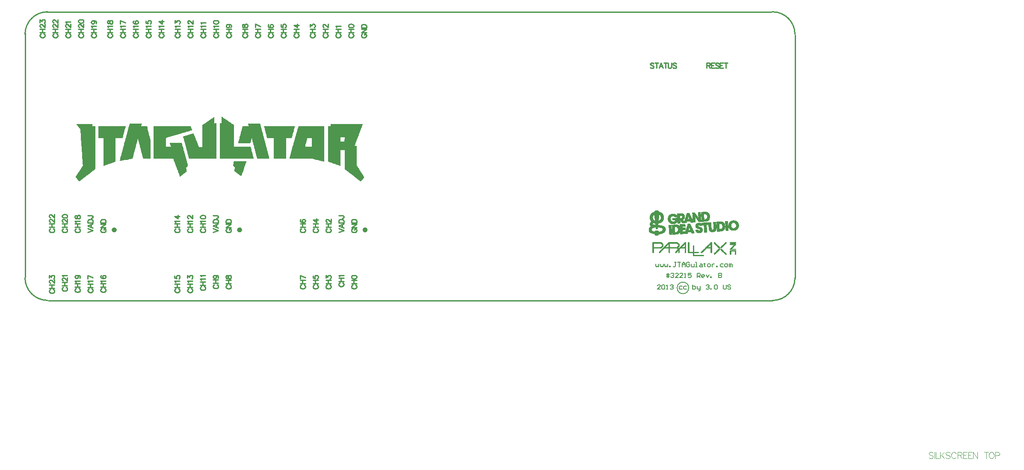
<source format=gto>
%FSLAX24Y24*%
%MOIN*%
G70*
G01*
G75*
G04 Layer_Color=15269887*
%ADD10C,0.0200*%
%ADD11C,0.0080*%
%ADD12C,0.0010*%
%ADD13C,0.0100*%
%ADD14C,0.0049*%
D10*
X26600Y5500D02*
G03*
X26600Y5500I-100J0D01*
G01*
X16820D02*
G03*
X16820Y5500I-100J0D01*
G01*
X7050D02*
G03*
X7050Y5500I-100J0D01*
G01*
D11*
X51720Y980D02*
G03*
X51720Y980I-450J0D01*
G01*
X50038Y1780D02*
Y2130D01*
X50155D02*
Y1780D01*
X49980Y2013D02*
X50155D01*
X50213D01*
X49980Y1897D02*
X50213D01*
X50330Y2072D02*
X50388Y2130D01*
X50505D01*
X50563Y2072D01*
Y2013D01*
X50505Y1955D01*
X50447D01*
X50505D01*
X50563Y1897D01*
Y1838D01*
X50505Y1780D01*
X50388D01*
X50330Y1838D01*
X50913Y1780D02*
X50680D01*
X50913Y2013D01*
Y2072D01*
X50855Y2130D01*
X50738D01*
X50680Y2072D01*
X51263Y1780D02*
X51030D01*
X51263Y2013D01*
Y2072D01*
X51205Y2130D01*
X51088D01*
X51030Y2072D01*
X51380Y1780D02*
X51496D01*
X51438D01*
Y2130D01*
X51380Y2072D01*
X51904Y2130D02*
X51671D01*
Y1955D01*
X51788Y2013D01*
X51846D01*
X51904Y1955D01*
Y1838D01*
X51846Y1780D01*
X51729D01*
X51671Y1838D01*
X52371Y1780D02*
Y2130D01*
X52546D01*
X52604Y2072D01*
Y1955D01*
X52546Y1897D01*
X52371D01*
X52488D02*
X52604Y1780D01*
X52896D02*
X52779D01*
X52721Y1838D01*
Y1955D01*
X52779Y2013D01*
X52896D01*
X52954Y1955D01*
Y1897D01*
X52721D01*
X53071Y2013D02*
X53187Y1780D01*
X53304Y2013D01*
X53421Y1780D02*
Y1838D01*
X53479D01*
Y1780D01*
X53421D01*
X54062Y2130D02*
Y1780D01*
X54237D01*
X54295Y1838D01*
Y1897D01*
X54237Y1955D01*
X54062D01*
X54237D01*
X54295Y2013D01*
Y2072D01*
X54237Y2130D01*
X54062D01*
X49164Y2863D02*
Y2688D01*
X49222Y2630D01*
X49280Y2688D01*
X49339Y2630D01*
X49397Y2688D01*
Y2863D01*
X49513D02*
Y2688D01*
X49572Y2630D01*
X49630Y2688D01*
X49688Y2630D01*
X49747Y2688D01*
Y2863D01*
X49863D02*
Y2688D01*
X49922Y2630D01*
X49980Y2688D01*
X50038Y2630D01*
X50097Y2688D01*
Y2863D01*
X50213Y2630D02*
Y2688D01*
X50272D01*
Y2630D01*
X50213D01*
X50738Y2980D02*
X50621D01*
X50680D01*
Y2688D01*
X50621Y2630D01*
X50563D01*
X50505Y2688D01*
X50855Y2980D02*
X51088D01*
X50971D01*
Y2630D01*
X51205D02*
Y2863D01*
X51321Y2980D01*
X51438Y2863D01*
Y2630D01*
Y2805D01*
X51205D01*
X51788Y2922D02*
X51729Y2980D01*
X51613D01*
X51554Y2922D01*
Y2688D01*
X51613Y2630D01*
X51729D01*
X51788Y2688D01*
Y2805D01*
X51671D01*
X51904Y2863D02*
Y2688D01*
X51963Y2630D01*
X52138D01*
Y2863D01*
X52254Y2630D02*
X52371D01*
X52313D01*
Y2980D01*
X52254D01*
X52604Y2863D02*
X52721D01*
X52779Y2805D01*
Y2630D01*
X52604D01*
X52546Y2688D01*
X52604Y2747D01*
X52779D01*
X52954Y2922D02*
Y2863D01*
X52896D01*
X53012D01*
X52954D01*
Y2688D01*
X53012Y2630D01*
X53246D02*
X53362D01*
X53421Y2688D01*
Y2805D01*
X53362Y2863D01*
X53246D01*
X53187Y2805D01*
Y2688D01*
X53246Y2630D01*
X53537Y2863D02*
Y2630D01*
Y2747D01*
X53595Y2805D01*
X53654Y2863D01*
X53712D01*
X53887Y2630D02*
Y2688D01*
X53945D01*
Y2630D01*
X53887D01*
X54412Y2863D02*
X54237D01*
X54179Y2805D01*
Y2688D01*
X54237Y2630D01*
X54412D01*
X54587D02*
X54703D01*
X54762Y2688D01*
Y2805D01*
X54703Y2863D01*
X54587D01*
X54529Y2805D01*
Y2688D01*
X54587Y2630D01*
X54878D02*
Y2863D01*
X54937D01*
X54995Y2805D01*
Y2630D01*
Y2805D01*
X55053Y2863D01*
X55112Y2805D01*
Y2630D01*
X49513Y870D02*
X49280D01*
X49513Y1103D01*
Y1162D01*
X49455Y1220D01*
X49339D01*
X49280Y1162D01*
X49630D02*
X49688Y1220D01*
X49805D01*
X49863Y1162D01*
Y928D01*
X49805Y870D01*
X49688D01*
X49630Y928D01*
Y1162D01*
X49980Y870D02*
X50097D01*
X50038D01*
Y1220D01*
X49980Y1162D01*
X50272D02*
X50330Y1220D01*
X50447D01*
X50505Y1162D01*
Y1103D01*
X50447Y1045D01*
X50388D01*
X50447D01*
X50505Y987D01*
Y928D01*
X50447Y870D01*
X50330D01*
X50272Y928D01*
X51205Y1103D02*
X51030D01*
X50971Y1045D01*
Y928D01*
X51030Y870D01*
X51205D01*
X51554Y1103D02*
X51380D01*
X51321Y1045D01*
Y928D01*
X51380Y870D01*
X51554D01*
X52021Y1220D02*
Y870D01*
X52196D01*
X52254Y928D01*
Y987D01*
Y1045D01*
X52196Y1103D01*
X52021D01*
X52371D02*
Y928D01*
X52429Y870D01*
X52604D01*
Y812D01*
X52546Y753D01*
X52488D01*
X52604Y870D02*
Y1103D01*
X53071Y1162D02*
X53129Y1220D01*
X53246D01*
X53304Y1162D01*
Y1103D01*
X53246Y1045D01*
X53187D01*
X53246D01*
X53304Y987D01*
Y928D01*
X53246Y870D01*
X53129D01*
X53071Y928D01*
X53421Y870D02*
Y928D01*
X53479D01*
Y870D01*
X53421D01*
X53712Y1162D02*
X53770Y1220D01*
X53887D01*
X53945Y1162D01*
Y928D01*
X53887Y870D01*
X53770D01*
X53712Y928D01*
Y1162D01*
X54412Y1220D02*
Y928D01*
X54470Y870D01*
X54587D01*
X54645Y928D01*
Y1220D01*
X54995Y1162D02*
X54937Y1220D01*
X54820D01*
X54762Y1162D01*
Y1103D01*
X54820Y1045D01*
X54937D01*
X54995Y987D01*
Y928D01*
X54937Y870D01*
X54820D01*
X54762Y928D01*
D12*
X52060Y3470D02*
X52860D01*
X52050Y3480D02*
X52870D01*
X52050Y3490D02*
X52870D01*
X52040Y3500D02*
X52880D01*
X52040Y3510D02*
X52880D01*
X52040Y3520D02*
X52880D01*
X52040Y3530D02*
X52870D01*
X52040Y3540D02*
X52860D01*
X52040Y3550D02*
X52840D01*
X52040Y3560D02*
X52120D01*
X52040Y3570D02*
X52120D01*
X52040Y3580D02*
X52120D01*
X52040Y3590D02*
X52120D01*
X55330Y3600D02*
X55360D01*
X54950D02*
X54980D01*
X54580D02*
X54610D01*
X53700D02*
X53730D01*
X52040D02*
X52120D01*
X55320Y3610D02*
X55380D01*
X54940D02*
X55000D01*
X54570D02*
X54630D01*
X53690D02*
X53750D01*
X52040D02*
X52120D01*
X55310Y3620D02*
X55390D01*
X54930D02*
X55000D01*
X54560D02*
X54630D01*
X53680D02*
X53750D01*
X52040D02*
X52120D01*
X55310Y3630D02*
X55390D01*
X54930D02*
X55010D01*
X54550D02*
X54640D01*
X53670D02*
X53760D01*
X52040D02*
X52120D01*
X55300Y3640D02*
X55390D01*
X54930D02*
X55010D01*
X54540D02*
X54640D01*
X53670D02*
X53770D01*
X52040D02*
X52120D01*
X55300Y3650D02*
X55390D01*
X54920D02*
X55010D01*
X54530D02*
X54640D01*
X53680D02*
X53780D01*
X52040D02*
X52120D01*
X55300Y3660D02*
X55390D01*
X54930D02*
X55010D01*
X54510D02*
X54620D01*
X53680D02*
X53800D01*
X52040D02*
X52120D01*
X55300Y3670D02*
X55390D01*
X54930D02*
X55010D01*
X54500D02*
X54610D01*
X53690D02*
X53810D01*
X52040D02*
X52120D01*
X55300Y3680D02*
X55390D01*
X54930D02*
X55010D01*
X54490D02*
X54600D01*
X53700D02*
X53820D01*
X52040D02*
X52120D01*
X55300Y3690D02*
X55390D01*
X54930D02*
X55010D01*
X54480D02*
X54590D01*
X53710D02*
X53830D01*
X52040D02*
X52120D01*
X55300Y3700D02*
X55390D01*
X54930D02*
X55010D01*
X54470D02*
X54580D01*
X53720D02*
X53840D01*
X52040D02*
X52120D01*
X55300Y3710D02*
X55390D01*
X54930D02*
X55010D01*
X54460D02*
X54570D01*
X53730D02*
X53850D01*
X52040D02*
X52120D01*
X55300Y3720D02*
X55390D01*
X54930D02*
X55010D01*
X54450D02*
X54570D01*
X53740D02*
X53860D01*
X52030D02*
X52120D01*
X55300Y3730D02*
X55390D01*
X54930D02*
X55010D01*
X54440D02*
X54560D01*
X53750D02*
X53860D01*
X53440D02*
X53470D01*
X52680D02*
X52710D01*
X51690D02*
X52460D01*
X51430D02*
X51460D01*
X50930D02*
X50960D01*
X50680D02*
X50710D01*
X50170D02*
X50200D01*
X49420D02*
X49450D01*
X48910D02*
X48950D01*
X55300Y3740D02*
X55390D01*
X54930D02*
X55010D01*
X54430D02*
X54550D01*
X53750D02*
X53870D01*
X53430D02*
X53490D01*
X52660D02*
X52740D01*
X51670D02*
X52480D01*
X51410D02*
X51480D01*
X50910D02*
X50980D01*
X50670D02*
X50730D01*
X50150D02*
X50220D01*
X49400D02*
X49470D01*
X48900D02*
X48960D01*
X55300Y3750D02*
X55390D01*
X54930D02*
X55010D01*
X54400D02*
X54520D01*
X53780D02*
X53900D01*
X53420D02*
X53500D01*
X52650D02*
X52770D01*
X51660D02*
X52490D01*
X51400D02*
X51490D01*
X50900D02*
X50990D01*
X50660D02*
X50760D01*
X50140D02*
X50230D01*
X49390D02*
X49500D01*
X48890D02*
X48980D01*
X55300Y3760D02*
X55390D01*
X54930D02*
X55010D01*
X54400D02*
X54510D01*
X53790D02*
X53910D01*
X53420D02*
X53500D01*
X52660D02*
X52780D01*
X51660D02*
X52490D01*
X51400D02*
X51490D01*
X50900D02*
X50990D01*
X50660D02*
X50770D01*
X50140D02*
X50230D01*
X49390D02*
X49510D01*
X48890D02*
X48980D01*
X55300Y3770D02*
X55390D01*
X54930D02*
X55010D01*
X54390D02*
X54500D01*
X53800D02*
X53920D01*
X53420D02*
X53500D01*
X52660D02*
X52790D01*
X51660D02*
X52480D01*
X51400D02*
X51490D01*
X50900D02*
X50990D01*
X50670D02*
X50780D01*
X50140D02*
X50230D01*
X49400D02*
X49510D01*
X48890D02*
X48980D01*
X55300Y3780D02*
X55390D01*
X54930D02*
X55010D01*
X54380D02*
X54490D01*
X53810D02*
X53920D01*
X53420D02*
X53500D01*
X52670D02*
X52800D01*
X51660D02*
X52470D01*
X51400D02*
X51490D01*
X50900D02*
X50990D01*
X50670D02*
X50790D01*
X50140D02*
X50230D01*
X49400D02*
X49520D01*
X48890D02*
X48980D01*
X55300Y3790D02*
X55390D01*
X54930D02*
X55010D01*
X54370D02*
X54480D01*
X53820D02*
X53930D01*
X53420D02*
X53500D01*
X52680D02*
X52810D01*
X52030D02*
X52120D01*
X51660D02*
X51740D01*
X51400D02*
X51490D01*
X50900D02*
X50990D01*
X50670D02*
X50800D01*
X50140D02*
X50230D01*
X49410D02*
X49530D01*
X48890D02*
X48980D01*
X55300Y3800D02*
X55390D01*
X54930D02*
X55010D01*
X54360D02*
X54470D01*
X53830D02*
X53940D01*
X53420D02*
X53500D01*
X52690D02*
X52820D01*
X52040D02*
X52120D01*
X51660D02*
X51740D01*
X51400D02*
X51490D01*
X50900D02*
X50990D01*
X50680D02*
X50810D01*
X50140D02*
X50230D01*
X49420D02*
X49530D01*
X48890D02*
X48980D01*
X55300Y3810D02*
X55390D01*
X54930D02*
X55010D01*
X54350D02*
X54460D01*
X53840D02*
X53950D01*
X53420D02*
X53500D01*
X52700D02*
X52830D01*
X52040D02*
X52120D01*
X51660D02*
X51740D01*
X51400D02*
X51490D01*
X50900D02*
X50990D01*
X50690D02*
X50810D01*
X50140D02*
X50230D01*
X49430D02*
X49540D01*
X48890D02*
X48980D01*
X55300Y3820D02*
X55390D01*
X54930D02*
X55010D01*
X54340D02*
X54450D01*
X53850D02*
X53960D01*
X53420D02*
X53500D01*
X52710D02*
X52840D01*
X52040D02*
X52120D01*
X51660D02*
X51740D01*
X51400D02*
X51490D01*
X50900D02*
X50990D01*
X50700D02*
X50820D01*
X50140D02*
X50230D01*
X49440D02*
X49550D01*
X48890D02*
X48980D01*
X55300Y3830D02*
X55390D01*
X54930D02*
X55020D01*
X54320D02*
X54440D01*
X53860D02*
X53970D01*
X53420D02*
X53500D01*
X52720D02*
X52850D01*
X52040D02*
X52120D01*
X51660D02*
X51740D01*
X51400D02*
X51490D01*
X50900D02*
X50990D01*
X50710D02*
X50830D01*
X50140D02*
X50230D01*
X49450D02*
X49560D01*
X48890D02*
X48980D01*
X54930Y3840D02*
X55390D01*
X54320D02*
X54430D01*
X53860D02*
X53980D01*
X53420D02*
X53500D01*
X52730D02*
X52860D01*
X52040D02*
X52120D01*
X51660D02*
X51740D01*
X51400D02*
X51490D01*
X50900D02*
X50990D01*
X50720D02*
X50830D01*
X50140D02*
X50230D01*
X49460D02*
X49570D01*
X48890D02*
X48980D01*
X54930Y3850D02*
X55390D01*
X54310D02*
X54420D01*
X53870D02*
X53990D01*
X53420D02*
X53500D01*
X52740D02*
X52870D01*
X52040D02*
X52120D01*
X51660D02*
X51740D01*
X51400D02*
X51490D01*
X50900D02*
X50990D01*
X50730D02*
X50840D01*
X50140D02*
X50230D01*
X49470D02*
X49580D01*
X48890D02*
X48980D01*
X54930Y3860D02*
X55390D01*
X54290D02*
X54410D01*
X53880D02*
X54000D01*
X53420D02*
X53500D01*
X52750D02*
X52880D01*
X52040D02*
X52120D01*
X51660D02*
X51740D01*
X51400D02*
X51490D01*
X50900D02*
X50990D01*
X50740D02*
X50850D01*
X50140D02*
X50230D01*
X49480D02*
X49590D01*
X48890D02*
X48980D01*
X54930Y3870D02*
X55390D01*
X54290D02*
X54400D01*
X53890D02*
X54010D01*
X53420D02*
X53500D01*
X52760D02*
X52890D01*
X52040D02*
X52120D01*
X51660D02*
X51740D01*
X51400D02*
X51490D01*
X50900D02*
X50990D01*
X50750D02*
X50860D01*
X50140D02*
X50230D01*
X49490D02*
X49600D01*
X48890D02*
X48980D01*
X54930Y3880D02*
X55390D01*
X54280D02*
X54400D01*
X53900D02*
X54020D01*
X53420D02*
X53500D01*
X52770D02*
X52900D01*
X52040D02*
X52120D01*
X51660D02*
X51740D01*
X51400D02*
X51490D01*
X50900D02*
X50990D01*
X50760D02*
X50870D01*
X50140D02*
X50230D01*
X49500D02*
X49610D01*
X48890D02*
X48980D01*
X54930Y3890D02*
X55390D01*
X54280D02*
X54390D01*
X53910D02*
X54030D01*
X53420D02*
X53500D01*
X52780D02*
X52910D01*
X52040D02*
X52120D01*
X51660D02*
X51740D01*
X51400D02*
X51490D01*
X50900D02*
X50990D01*
X50770D02*
X50880D01*
X50140D02*
X50230D01*
X49510D02*
X49620D01*
X48890D02*
X48980D01*
X54930Y3900D02*
X55380D01*
X54260D02*
X54380D01*
X53920D02*
X54040D01*
X53420D02*
X53500D01*
X52790D02*
X52920D01*
X52040D02*
X52120D01*
X51660D02*
X51740D01*
X51400D02*
X51490D01*
X50900D02*
X50990D01*
X50780D02*
X50890D01*
X50140D02*
X50230D01*
X49510D02*
X49630D01*
X48890D02*
X48980D01*
X54940Y3910D02*
X55370D01*
X54260D02*
X54370D01*
X53920D02*
X54050D01*
X53420D02*
X53500D01*
X52800D02*
X52930D01*
X52040D02*
X52120D01*
X51660D02*
X51740D01*
X51400D02*
X51490D01*
X50790D02*
X50990D01*
X50140D02*
X50230D01*
X49520D02*
X49640D01*
X48890D02*
X48980D01*
X54960Y3920D02*
X55350D01*
X54250D02*
X54360D01*
X53930D02*
X54060D01*
X53420D02*
X53500D01*
X52810D02*
X52940D01*
X52040D02*
X52120D01*
X51660D02*
X51740D01*
X51400D02*
X51490D01*
X50800D02*
X50990D01*
X50140D02*
X50230D01*
X49530D02*
X49650D01*
X48890D02*
X48980D01*
X54240Y3930D02*
X54350D01*
X53940D02*
X54070D01*
X53420D02*
X53500D01*
X52820D02*
X52940D01*
X52040D02*
X52120D01*
X51660D02*
X51740D01*
X51400D02*
X51490D01*
X50810D02*
X50990D01*
X50140D02*
X50230D01*
X49530D02*
X49660D01*
X48890D02*
X48980D01*
X54230Y3940D02*
X54340D01*
X53950D02*
X54080D01*
X53420D02*
X53500D01*
X52830D02*
X52950D01*
X52040D02*
X52120D01*
X51660D02*
X51740D01*
X51400D02*
X51490D01*
X50810D02*
X50990D01*
X50140D02*
X50230D01*
X49540D02*
X49670D01*
X48890D02*
X48980D01*
X54220Y3950D02*
X54330D01*
X53960D02*
X54090D01*
X53420D02*
X53500D01*
X52840D02*
X52960D01*
X52040D02*
X52120D01*
X51660D02*
X51740D01*
X51400D02*
X51490D01*
X50820D02*
X50990D01*
X50140D02*
X50230D01*
X49550D02*
X49680D01*
X48890D02*
X48980D01*
X54210Y3960D02*
X54320D01*
X53970D02*
X54100D01*
X53420D02*
X53500D01*
X52850D02*
X52970D01*
X52040D02*
X52120D01*
X51660D02*
X51740D01*
X51400D02*
X51490D01*
X50830D02*
X50990D01*
X50140D02*
X50230D01*
X49560D02*
X49690D01*
X48890D02*
X48980D01*
X54200Y3970D02*
X54310D01*
X53980D02*
X54110D01*
X53420D02*
X53500D01*
X52860D02*
X52980D01*
X52040D02*
X52120D01*
X51660D02*
X51740D01*
X51400D02*
X51490D01*
X50830D02*
X50990D01*
X50140D02*
X50230D01*
X49570D02*
X49690D01*
X48890D02*
X48980D01*
X54950Y3980D02*
X55370D01*
X54200D02*
X54300D01*
X53990D02*
X54120D01*
X53420D02*
X53500D01*
X52870D02*
X52990D01*
X52040D02*
X52120D01*
X51660D02*
X51740D01*
X51400D02*
X51490D01*
X50840D02*
X50990D01*
X50140D02*
X50230D01*
X49580D02*
X49700D01*
X48890D02*
X48980D01*
X54930Y3990D02*
X55380D01*
X54190D02*
X54290D01*
X54000D02*
X54130D01*
X53420D02*
X53500D01*
X52880D02*
X52990D01*
X52040D02*
X52120D01*
X51660D02*
X51740D01*
X51400D02*
X51490D01*
X50850D02*
X50990D01*
X50140D02*
X50230D01*
X49590D02*
X49710D01*
X48890D02*
X48980D01*
X54930Y4000D02*
X55390D01*
X54190D02*
X54290D01*
X54010D02*
X54130D01*
X53420D02*
X53500D01*
X52890D02*
X53000D01*
X52040D02*
X52120D01*
X51660D02*
X51740D01*
X51400D02*
X51490D01*
X50860D02*
X50990D01*
X50140D02*
X50230D01*
X49600D02*
X49720D01*
X48890D02*
X48980D01*
X54930Y4010D02*
X55390D01*
X54190D02*
X54280D01*
X54020D02*
X54140D01*
X53420D02*
X53500D01*
X52900D02*
X53010D01*
X52040D02*
X52120D01*
X51660D02*
X51740D01*
X51400D02*
X51490D01*
X50870D02*
X50990D01*
X50140D02*
X50230D01*
X49610D02*
X49730D01*
X48890D02*
X48980D01*
X54930Y4020D02*
X55390D01*
X54190D02*
X54260D01*
X54040D02*
X54130D01*
X53420D02*
X53500D01*
X52920D02*
X53030D01*
X52040D02*
X52120D01*
X51660D02*
X51740D01*
X51400D02*
X51490D01*
X50860D02*
X51010D01*
X50140D02*
X50230D01*
X49630D02*
X49750D01*
X48890D02*
X48980D01*
X54930Y4030D02*
X55380D01*
X54190D02*
X54250D01*
X54050D02*
X54130D01*
X53420D02*
X53500D01*
X52930D02*
X53040D01*
X52040D02*
X52120D01*
X51660D02*
X51740D01*
X51400D02*
X51490D01*
X50850D02*
X51020D01*
X50140D02*
X50230D01*
X49640D02*
X49760D01*
X48890D02*
X48980D01*
X54950Y4040D02*
X55070D01*
X54090D02*
X54100D01*
X53420D02*
X53500D01*
X52940D02*
X53060D01*
X52040D02*
X52120D01*
X51660D02*
X51740D01*
X51400D02*
X51490D01*
X50830D02*
X51040D01*
X50140D02*
X50230D01*
X49660D02*
X49780D01*
X48890D02*
X48980D01*
X54960Y4050D02*
X55070D01*
X53420D02*
X53500D01*
X52950D02*
X53070D01*
X52040D02*
X52120D01*
X51660D02*
X51740D01*
X51400D02*
X51490D01*
X50830D02*
X51050D01*
X50140D02*
X50230D01*
X49670D02*
X49790D01*
X48890D02*
X48980D01*
X54970Y4060D02*
X55080D01*
X53420D02*
X53500D01*
X52960D02*
X53080D01*
X52040D02*
X52120D01*
X51660D02*
X51740D01*
X51400D02*
X51490D01*
X50820D02*
X51060D01*
X50140D02*
X50230D01*
X49680D02*
X49800D01*
X48890D02*
X48980D01*
X54980Y4070D02*
X55090D01*
X53420D02*
X53500D01*
X52970D02*
X53090D01*
X52040D02*
X52120D01*
X51660D02*
X51740D01*
X51400D02*
X51490D01*
X50950D02*
X51070D01*
X50810D02*
X50930D01*
X50140D02*
X50230D01*
X49690D02*
X49810D01*
X48890D02*
X48980D01*
X54990Y4080D02*
X55100D01*
X53420D02*
X53500D01*
X52980D02*
X53100D01*
X52040D02*
X52120D01*
X51660D02*
X51740D01*
X51400D02*
X51490D01*
X50960D02*
X51080D01*
X50810D02*
X50920D01*
X50140D02*
X50230D01*
X49690D02*
X49820D01*
X48890D02*
X48980D01*
X55000Y4090D02*
X55110D01*
X54210D02*
X54240D01*
X54070D02*
X54120D01*
X52990D02*
X53500D01*
X52040D02*
X52120D01*
X51660D02*
X51740D01*
X50970D02*
X51490D01*
X49700D02*
X50910D01*
X48890D02*
X49570D01*
X55010Y4100D02*
X55120D01*
X54200D02*
X54250D01*
X54050D02*
X54130D01*
X52990D02*
X53500D01*
X52040D02*
X52120D01*
X51660D02*
X51740D01*
X50980D02*
X51490D01*
X49710D02*
X50900D01*
X48890D02*
X49590D01*
X55020Y4110D02*
X55130D01*
X54190D02*
X54260D01*
X54040D02*
X54130D01*
X53000D02*
X53500D01*
X52040D02*
X52120D01*
X51660D02*
X51740D01*
X50990D02*
X51490D01*
X49720D02*
X50890D01*
X48890D02*
X49600D01*
X55030Y4120D02*
X55140D01*
X54180D02*
X54270D01*
X54030D02*
X54140D01*
X53010D02*
X53500D01*
X52040D02*
X52120D01*
X51660D02*
X51740D01*
X50990D02*
X51490D01*
X49730D02*
X50880D01*
X48890D02*
X49610D01*
X55040Y4130D02*
X55150D01*
X54180D02*
X54280D01*
X54020D02*
X54140D01*
X53020D02*
X53500D01*
X52040D02*
X52120D01*
X51660D02*
X51740D01*
X51000D02*
X51490D01*
X49740D02*
X50870D01*
X48890D02*
X49620D01*
X55050Y4140D02*
X55160D01*
X54190D02*
X54290D01*
X54010D02*
X54130D01*
X53030D02*
X53500D01*
X52040D02*
X52120D01*
X51660D02*
X51740D01*
X51010D02*
X51490D01*
X49750D02*
X50880D01*
X48890D02*
X49630D01*
X55050Y4150D02*
X55160D01*
X54190D02*
X54290D01*
X54000D02*
X54130D01*
X53040D02*
X53500D01*
X52040D02*
X52120D01*
X51660D02*
X51740D01*
X51020D02*
X51490D01*
X49760D02*
X50890D01*
X48890D02*
X49640D01*
X55060Y4160D02*
X55170D01*
X54200D02*
X54300D01*
X53990D02*
X54120D01*
X53050D02*
X53500D01*
X52040D02*
X52120D01*
X51660D02*
X51740D01*
X51030D02*
X51490D01*
X49770D02*
X50900D01*
X48890D02*
X49650D01*
X55070Y4170D02*
X55180D01*
X54200D02*
X54310D01*
X53980D02*
X54110D01*
X53410D02*
X53500D01*
X53060D02*
X53190D01*
X52040D02*
X52120D01*
X51660D02*
X51740D01*
X51390D02*
X51490D01*
X51040D02*
X51170D01*
X50800D02*
X50910D01*
X50130D02*
X50240D01*
X49780D02*
X49910D01*
X49530D02*
X49660D01*
X48890D02*
X48980D01*
X55080Y4180D02*
X55190D01*
X54210D02*
X54320D01*
X53970D02*
X54100D01*
X53420D02*
X53500D01*
X53070D02*
X53190D01*
X52040D02*
X52120D01*
X51660D02*
X51740D01*
X51400D02*
X51490D01*
X51050D02*
X51170D01*
X50810D02*
X50920D01*
X50140D02*
X50230D01*
X49790D02*
X49910D01*
X49540D02*
X49670D01*
X48890D02*
X48980D01*
X55090Y4190D02*
X55200D01*
X54230D02*
X54330D01*
X53960D02*
X54090D01*
X53420D02*
X53500D01*
X53080D02*
X53200D01*
X52040D02*
X52120D01*
X51660D02*
X51740D01*
X51400D02*
X51490D01*
X51060D02*
X51180D01*
X50810D02*
X50930D01*
X50140D02*
X50230D01*
X49800D02*
X49920D01*
X49550D02*
X49680D01*
X48890D02*
X48980D01*
X55100Y4200D02*
X55210D01*
X54230D02*
X54340D01*
X53950D02*
X54080D01*
X53420D02*
X53500D01*
X53090D02*
X53210D01*
X52040D02*
X52120D01*
X51660D02*
X51740D01*
X51400D02*
X51490D01*
X51070D02*
X51190D01*
X50820D02*
X50940D01*
X50140D02*
X50230D01*
X49810D02*
X49930D01*
X49560D02*
X49690D01*
X48890D02*
X48980D01*
X55110Y4210D02*
X55220D01*
X54240D02*
X54350D01*
X53940D02*
X54070D01*
X53420D02*
X53500D01*
X53100D02*
X53220D01*
X52040D02*
X52120D01*
X51660D02*
X51740D01*
X51400D02*
X51490D01*
X51080D02*
X51200D01*
X50830D02*
X50950D01*
X50140D02*
X50230D01*
X49820D02*
X49940D01*
X49570D02*
X49690D01*
X48890D02*
X48980D01*
X55120Y4220D02*
X55220D01*
X54240D02*
X54360D01*
X53930D02*
X54060D01*
X53420D02*
X53500D01*
X53100D02*
X53230D01*
X52040D02*
X52120D01*
X51660D02*
X51740D01*
X51400D02*
X51490D01*
X51090D02*
X51210D01*
X50830D02*
X50960D01*
X50140D02*
X50230D01*
X49830D02*
X49950D01*
X49580D02*
X49700D01*
X48890D02*
X48980D01*
X55130Y4230D02*
X55230D01*
X54260D02*
X54370D01*
X53920D02*
X54050D01*
X53420D02*
X53500D01*
X53110D02*
X53240D01*
X52040D02*
X52120D01*
X51660D02*
X51740D01*
X51400D02*
X51490D01*
X51100D02*
X51220D01*
X50840D02*
X50970D01*
X50140D02*
X50230D01*
X49840D02*
X49960D01*
X49590D02*
X49700D01*
X48890D02*
X48980D01*
X55140Y4240D02*
X55240D01*
X54260D02*
X54380D01*
X53920D02*
X54040D01*
X53420D02*
X53500D01*
X53120D02*
X53250D01*
X52040D02*
X52120D01*
X51660D02*
X51740D01*
X51400D02*
X51490D01*
X51110D02*
X51230D01*
X50850D02*
X50980D01*
X50140D02*
X50230D01*
X49850D02*
X49960D01*
X49600D02*
X49710D01*
X48890D02*
X48980D01*
X55150Y4250D02*
X55250D01*
X54270D02*
X54390D01*
X53910D02*
X54030D01*
X53420D02*
X53500D01*
X53130D02*
X53260D01*
X52040D02*
X52120D01*
X51660D02*
X51740D01*
X51400D02*
X51490D01*
X51120D02*
X51240D01*
X50860D02*
X50980D01*
X50140D02*
X50230D01*
X49850D02*
X49970D01*
X49610D02*
X49710D01*
X48890D02*
X48980D01*
X55160Y4260D02*
X55260D01*
X54290D02*
X54400D01*
X53900D02*
X54020D01*
X53420D02*
X53500D01*
X53140D02*
X53270D01*
X52040D02*
X52120D01*
X51660D02*
X51740D01*
X51400D02*
X51490D01*
X51130D02*
X51250D01*
X50870D02*
X50990D01*
X50140D02*
X50230D01*
X49860D02*
X49980D01*
X49620D02*
X49720D01*
X48890D02*
X48980D01*
X55160Y4270D02*
X55280D01*
X54290D02*
X54400D01*
X53890D02*
X54010D01*
X53420D02*
X53500D01*
X53150D02*
X53270D01*
X52040D02*
X52120D01*
X51660D02*
X51740D01*
X51400D02*
X51490D01*
X51140D02*
X51260D01*
X50880D02*
X50990D01*
X50140D02*
X50230D01*
X49870D02*
X49990D01*
X49630D02*
X49720D01*
X48890D02*
X48980D01*
X55170Y4280D02*
X55280D01*
X54290D02*
X54410D01*
X53880D02*
X54000D01*
X53420D02*
X53500D01*
X53160D02*
X53280D01*
X52050D02*
X52110D01*
X51660D02*
X51740D01*
X51400D02*
X51490D01*
X51150D02*
X51260D01*
X50890D02*
X50990D01*
X50140D02*
X50230D01*
X49880D02*
X50000D01*
X49640D02*
X49720D01*
X48890D02*
X48980D01*
X55180Y4290D02*
X55290D01*
X54310D02*
X54420D01*
X53870D02*
X53990D01*
X53420D02*
X53500D01*
X53170D02*
X53290D01*
X52050D02*
X52110D01*
X51660D02*
X51740D01*
X51400D02*
X51490D01*
X51150D02*
X51270D01*
X50900D02*
X50990D01*
X50140D02*
X50230D01*
X49890D02*
X50010D01*
X49640D02*
X49720D01*
X48890D02*
X48980D01*
X55210Y4300D02*
X55320D01*
X54330D02*
X54450D01*
X53850D02*
X53960D01*
X53420D02*
X53500D01*
X53200D02*
X53320D01*
X51660D02*
X51740D01*
X51400D02*
X51490D01*
X51180D02*
X51300D01*
X50900D02*
X50990D01*
X50140D02*
X50230D01*
X49920D02*
X50030D01*
X49640D02*
X49720D01*
X48890D02*
X48980D01*
X55220Y4310D02*
X55340D01*
X54350D02*
X54460D01*
X53840D02*
X53950D01*
X53420D02*
X53500D01*
X53210D02*
X53330D01*
X51660D02*
X51740D01*
X51400D02*
X51490D01*
X51190D02*
X51310D01*
X50900D02*
X50990D01*
X50140D02*
X50230D01*
X49930D02*
X50040D01*
X49640D02*
X49720D01*
X48890D02*
X48980D01*
X55220Y4320D02*
X55350D01*
X54360D02*
X54470D01*
X53830D02*
X53940D01*
X53420D02*
X53500D01*
X53220D02*
X53340D01*
X51660D02*
X51740D01*
X51400D02*
X51490D01*
X51200D02*
X51320D01*
X50900D02*
X50990D01*
X50140D02*
X50230D01*
X49940D02*
X50050D01*
X49640D02*
X49720D01*
X48890D02*
X48980D01*
X55230Y4330D02*
X55350D01*
X54360D02*
X54480D01*
X53820D02*
X53930D01*
X53420D02*
X53500D01*
X53230D02*
X53350D01*
X51660D02*
X51740D01*
X51400D02*
X51490D01*
X51210D02*
X51320D01*
X50900D02*
X50990D01*
X50140D02*
X50230D01*
X49950D02*
X50060D01*
X49640D02*
X49720D01*
X48890D02*
X48980D01*
X55230Y4340D02*
X55360D01*
X54960D02*
X55220D01*
X54380D02*
X54490D01*
X53810D02*
X53920D01*
X53420D02*
X53500D01*
X53240D02*
X53360D01*
X51660D02*
X51740D01*
X51400D02*
X51490D01*
X51220D02*
X51330D01*
X50900D02*
X50990D01*
X50140D02*
X50230D01*
X49960D02*
X50070D01*
X49640D02*
X49720D01*
X48890D02*
X48980D01*
X54940Y4350D02*
X55380D01*
X54390D02*
X54500D01*
X53800D02*
X53920D01*
X53420D02*
X53500D01*
X53250D02*
X53370D01*
X51660D02*
X51740D01*
X51400D02*
X51490D01*
X51230D02*
X51340D01*
X50900D02*
X50990D01*
X50140D02*
X50230D01*
X49960D02*
X50080D01*
X49640D02*
X49720D01*
X48890D02*
X48980D01*
X54930Y4360D02*
X55380D01*
X54390D02*
X54510D01*
X53790D02*
X53910D01*
X53420D02*
X53500D01*
X53260D02*
X53380D01*
X51660D02*
X51740D01*
X51400D02*
X51490D01*
X51240D02*
X51350D01*
X50900D02*
X50990D01*
X50140D02*
X50230D01*
X49970D02*
X50090D01*
X49640D02*
X49720D01*
X48890D02*
X48980D01*
X54930Y4370D02*
X55390D01*
X54400D02*
X54520D01*
X53780D02*
X53900D01*
X53420D02*
X53500D01*
X53270D02*
X53390D01*
X51660D02*
X51740D01*
X51400D02*
X51490D01*
X51250D02*
X51360D01*
X50890D02*
X50990D01*
X50140D02*
X50230D01*
X49980D02*
X50100D01*
X49630D02*
X49720D01*
X48890D02*
X48980D01*
X54930Y4380D02*
X55390D01*
X54420D02*
X54540D01*
X53760D02*
X53880D01*
X53420D02*
X53500D01*
X53280D02*
X53410D01*
X51660D02*
X51740D01*
X51400D02*
X51490D01*
X51260D02*
X51380D01*
X50870D02*
X50980D01*
X50140D02*
X50230D01*
X50000D02*
X50120D01*
X49610D02*
X49720D01*
X48890D02*
X48980D01*
X54930Y4390D02*
X55390D01*
X54430D02*
X54550D01*
X53750D02*
X53870D01*
X53420D02*
X53500D01*
X53290D02*
X53410D01*
X51660D02*
X51740D01*
X51400D02*
X51490D01*
X51270D02*
X51390D01*
X50860D02*
X50980D01*
X50140D02*
X50230D01*
X50010D02*
X50130D01*
X49600D02*
X49710D01*
X48890D02*
X48980D01*
X54940Y4400D02*
X55380D01*
X54440D02*
X54560D01*
X53750D02*
X53860D01*
X53300D02*
X53500D01*
X51660D02*
X51740D01*
X51280D02*
X51490D01*
X50850D02*
X50970D01*
X50020D02*
X50230D01*
X49590D02*
X49700D01*
X48890D02*
X48980D01*
X54950Y4410D02*
X55360D01*
X54450D02*
X54570D01*
X53740D02*
X53860D01*
X53310D02*
X53500D01*
X51660D02*
X51740D01*
X51290D02*
X51490D01*
X50840D02*
X50970D01*
X50020D02*
X50230D01*
X49580D02*
X49690D01*
X48890D02*
X48980D01*
X54460Y4420D02*
X54570D01*
X53730D02*
X53850D01*
X53320D02*
X53500D01*
X51660D02*
X51740D01*
X51300D02*
X51490D01*
X50830D02*
X50960D01*
X50030D02*
X50230D01*
X49570D02*
X49690D01*
X48890D02*
X48980D01*
X54470Y4430D02*
X54580D01*
X53720D02*
X53840D01*
X53340D02*
X53500D01*
X51660D02*
X51740D01*
X51310D02*
X51490D01*
X50830D02*
X50940D01*
X50040D02*
X50230D01*
X49560D02*
X49690D01*
X48890D02*
X48980D01*
X54480Y4440D02*
X54590D01*
X53710D02*
X53830D01*
X53350D02*
X53500D01*
X51660D02*
X51740D01*
X51320D02*
X51490D01*
X50820D02*
X50930D01*
X50050D02*
X50230D01*
X49550D02*
X49670D01*
X48890D02*
X48980D01*
X54490Y4450D02*
X54600D01*
X53700D02*
X53820D01*
X53360D02*
X53500D01*
X51660D02*
X51740D01*
X51320D02*
X51490D01*
X50810D02*
X50920D01*
X50060D02*
X50230D01*
X49540D02*
X49660D01*
X48890D02*
X48980D01*
X54960Y4460D02*
X55350D01*
X54500D02*
X54610D01*
X53690D02*
X53810D01*
X53370D02*
X53500D01*
X51660D02*
X51740D01*
X51330D02*
X51490D01*
X50800D02*
X50910D01*
X50250D02*
X50790D01*
X50070D02*
X50240D01*
X49530D02*
X49660D01*
X48890D02*
X49520D01*
X54940Y4470D02*
X55370D01*
X54510D02*
X54620D01*
X53680D02*
X53800D01*
X53380D02*
X53500D01*
X51660D02*
X51740D01*
X51340D02*
X51490D01*
X50080D02*
X50900D01*
X48890D02*
X49640D01*
X54930Y4480D02*
X55380D01*
X54520D02*
X54630D01*
X53680D02*
X53790D01*
X53390D02*
X53500D01*
X51660D02*
X51740D01*
X51350D02*
X51490D01*
X50090D02*
X50890D01*
X48890D02*
X49630D01*
X54930Y4490D02*
X55390D01*
X54530D02*
X54640D01*
X53680D02*
X53780D01*
X53400D02*
X53500D01*
X51660D02*
X51740D01*
X51360D02*
X51490D01*
X50100D02*
X50880D01*
X48890D02*
X49630D01*
X54930Y4500D02*
X55390D01*
X54540D02*
X54640D01*
X53670D02*
X53770D01*
X53410D02*
X53500D01*
X51660D02*
X51740D01*
X51370D02*
X51490D01*
X50110D02*
X50870D01*
X48890D02*
X49620D01*
X54930Y4510D02*
X55390D01*
X54550D02*
X54640D01*
X53670D02*
X53760D01*
X53410D02*
X53500D01*
X51660D02*
X51740D01*
X51380D02*
X51490D01*
X50120D02*
X50860D01*
X48890D02*
X49600D01*
X54930Y4520D02*
X55390D01*
X54560D02*
X54640D01*
X53680D02*
X53750D01*
X53420D02*
X53490D01*
X51670D02*
X51730D01*
X51390D02*
X51480D01*
X50130D02*
X50850D01*
X48890D02*
X49590D01*
X54940Y4530D02*
X55380D01*
X54570D02*
X54630D01*
X53690D02*
X53750D01*
X53430D02*
X53490D01*
X51680D02*
X51720D01*
X51400D02*
X51480D01*
X50140D02*
X50840D01*
X48900D02*
X49580D01*
X54950Y4540D02*
X55370D01*
X54570D02*
X54620D01*
X53700D02*
X53740D01*
X53430D02*
X53480D01*
X51680D02*
X51710D01*
X51420D02*
X51470D01*
X50160D02*
X50830D01*
X48910D02*
X49570D01*
X49160Y5090D02*
X49260D01*
X49130Y5100D02*
X49290D01*
X49110Y5110D02*
X49310D01*
X49100Y5120D02*
X49330D01*
X49090Y5130D02*
X49340D01*
X50200Y5140D02*
X50340D01*
X49080D02*
X49350D01*
X50440Y5150D02*
X50490D01*
X50200D02*
X50400D01*
X49070D02*
X49360D01*
X50440Y5160D02*
X50640D01*
X50200D02*
X50400D01*
X49060D02*
X49360D01*
X50440Y5170D02*
X50760D01*
X50200D02*
X50390D01*
X49050D02*
X49370D01*
X50440Y5180D02*
X50810D01*
X50200D02*
X50390D01*
X49050D02*
X49380D01*
X50440Y5190D02*
X50850D01*
X50200D02*
X50390D01*
X49040D02*
X49390D01*
X51060Y5200D02*
X51210D01*
X50440D02*
X50870D01*
X50200D02*
X50390D01*
X49040D02*
X49470D01*
X51060Y5210D02*
X51360D01*
X50440D02*
X50890D01*
X50200D02*
X50390D01*
X48980D02*
X49530D01*
X51060Y5220D02*
X51500D01*
X50440D02*
X50910D01*
X50200D02*
X50390D01*
X48940D02*
X49570D01*
X51060Y5230D02*
X51600D01*
X50440D02*
X50920D01*
X50200D02*
X50390D01*
X48900D02*
X49610D01*
X51060Y5240D02*
X51610D01*
X50440D02*
X50940D01*
X50190D02*
X50390D01*
X48860D02*
X49640D01*
X51060Y5250D02*
X51610D01*
X50430D02*
X50950D01*
X50190D02*
X50390D01*
X48830D02*
X49670D01*
X51940Y5260D02*
X52080D01*
X51060D02*
X51620D01*
X50430D02*
X50960D01*
X50190D02*
X50390D01*
X48810D02*
X49690D01*
X51930Y5270D02*
X52150D01*
X51060D02*
X51620D01*
X50430D02*
X50970D01*
X50190D02*
X50390D01*
X48790D02*
X49710D01*
X52450Y5280D02*
X52570D01*
X51930D02*
X52140D01*
X51060D02*
X51620D01*
X50430D02*
X50980D01*
X50190D02*
X50390D01*
X48770D02*
X49730D01*
X52400Y5290D02*
X52620D01*
X51930D02*
X52140D01*
X51060D02*
X51620D01*
X50430D02*
X50990D01*
X50190D02*
X50390D01*
X48750D02*
X49750D01*
X52380Y5300D02*
X52650D01*
X51920D02*
X52130D01*
X51060D02*
X51630D01*
X50430D02*
X51000D01*
X50190D02*
X50380D01*
X48730D02*
X49760D01*
X52360Y5310D02*
X52670D01*
X51920D02*
X52130D01*
X51050D02*
X51630D01*
X50430D02*
X51000D01*
X50190D02*
X50380D01*
X48720D02*
X49780D01*
X52930Y5320D02*
X52960D01*
X52340D02*
X52690D01*
X51910D02*
X52130D01*
X51050D02*
X51630D01*
X50430D02*
X51010D01*
X50190D02*
X50380D01*
X48700D02*
X49790D01*
X52930Y5330D02*
X53110D01*
X52330D02*
X52700D01*
X51910D02*
X52120D01*
X51050D02*
X51640D01*
X50430D02*
X51020D01*
X50190D02*
X50380D01*
X48690D02*
X49800D01*
X52920Y5340D02*
X53120D01*
X52320D02*
X52710D01*
X51900D02*
X52110D01*
X51050D02*
X51660D01*
X50740D02*
X51020D01*
X50430D02*
X50620D01*
X50190D02*
X50380D01*
X48680D02*
X49810D01*
X53510Y5350D02*
X53610D01*
X52920D02*
X53120D01*
X52300D02*
X52730D01*
X51900D02*
X52110D01*
X51050D02*
X51810D01*
X50770D02*
X51030D01*
X50430D02*
X50620D01*
X50190D02*
X50380D01*
X48670D02*
X49820D01*
X53460Y5360D02*
X53660D01*
X52920D02*
X53120D01*
X52300D02*
X52730D01*
X51050D02*
X52110D01*
X50790D02*
X51030D01*
X50430D02*
X50620D01*
X50190D02*
X50380D01*
X49400D02*
X49830D01*
X48660D02*
X49380D01*
X53440Y5370D02*
X53690D01*
X52920D02*
X53120D01*
X52290D02*
X52740D01*
X51050D02*
X52100D01*
X50810D02*
X51040D01*
X50430D02*
X50620D01*
X50190D02*
X50380D01*
X49470D02*
X49840D01*
X48650D02*
X49370D01*
X53410Y5380D02*
X53710D01*
X52920D02*
X53120D01*
X52280D02*
X52750D01*
X51360D02*
X52100D01*
X51050D02*
X51240D01*
X50820D02*
X51040D01*
X50430D02*
X50620D01*
X50190D02*
X50380D01*
X49520D02*
X49850D01*
X49060D02*
X49370D01*
X48650D02*
X49010D01*
X53910Y5390D02*
X53980D01*
X53400D02*
X53730D01*
X52920D02*
X53120D01*
X52280D02*
X52760D01*
X51450D02*
X52090D01*
X50830D02*
X51230D01*
X50420D02*
X50620D01*
X50180D02*
X50380D01*
X49550D02*
X49850D01*
X49070D02*
X49360D01*
X48640D02*
X48970D01*
X53910Y5400D02*
X54130D01*
X53380D02*
X53750D01*
X52920D02*
X53110D01*
X52270D02*
X52760D01*
X51460D02*
X52090D01*
X50840D02*
X51230D01*
X50420D02*
X50620D01*
X50180D02*
X50380D01*
X49570D02*
X49860D01*
X49080D02*
X49350D01*
X48630D02*
X48940D01*
X53910Y5410D02*
X54250D01*
X53370D02*
X53760D01*
X52920D02*
X53110D01*
X52270D02*
X52770D01*
X51460D02*
X52080D01*
X50850D02*
X51230D01*
X50420D02*
X50620D01*
X50180D02*
X50380D01*
X49590D02*
X49870D01*
X49090D02*
X49340D01*
X48630D02*
X48910D01*
X53910Y5420D02*
X54290D01*
X53360D02*
X53770D01*
X52920D02*
X53110D01*
X52260D02*
X52770D01*
X51470D02*
X52080D01*
X50850D02*
X51230D01*
X50420D02*
X50620D01*
X50180D02*
X50380D01*
X49610D02*
X49870D01*
X49100D02*
X49330D01*
X48620D02*
X48890D01*
X53910Y5430D02*
X54320D01*
X53350D02*
X53780D01*
X52920D02*
X53110D01*
X52260D02*
X52770D01*
X51470D02*
X52070D01*
X50860D02*
X51230D01*
X50420D02*
X50620D01*
X50180D02*
X50380D01*
X49620D02*
X49870D01*
X49110D02*
X49320D01*
X48620D02*
X48870D01*
X54600Y5440D02*
X54710D01*
X53910D02*
X54350D01*
X53340D02*
X53790D01*
X52920D02*
X53110D01*
X52540D02*
X52780D01*
X52260D02*
X52500D01*
X51470D02*
X52070D01*
X50860D02*
X51230D01*
X50420D02*
X50610D01*
X50180D02*
X50380D01*
X49640D02*
X49880D01*
X49130D02*
X49300D01*
X48610D02*
X48850D01*
X54600Y5450D02*
X54790D01*
X53910D02*
X54370D01*
X53330D02*
X53800D01*
X52920D02*
X53110D01*
X52560D02*
X52780D01*
X52250D02*
X52480D01*
X51470D02*
X52060D01*
X50860D02*
X51230D01*
X50420D02*
X50610D01*
X50180D02*
X50380D01*
X49650D02*
X49880D01*
X49150D02*
X49280D01*
X48610D02*
X48840D01*
X54600Y5460D02*
X54790D01*
X53910D02*
X54380D01*
X53320D02*
X53810D01*
X52920D02*
X53110D01*
X52570D02*
X52780D01*
X52250D02*
X52470D01*
X51480D02*
X52060D01*
X50870D02*
X51230D01*
X50420D02*
X50610D01*
X50180D02*
X50370D01*
X49660D02*
X49890D01*
X48610D02*
X48830D01*
X55110Y5470D02*
X55290D01*
X54600D02*
X54790D01*
X53910D02*
X54400D01*
X53320D02*
X53810D01*
X52920D02*
X53110D01*
X52580D02*
X52780D01*
X52250D02*
X52460D01*
X51480D02*
X52050D01*
X50870D02*
X51230D01*
X50420D02*
X50610D01*
X50180D02*
X50370D01*
X49660D02*
X49890D01*
X48610D02*
X48820D01*
X55070Y5480D02*
X55330D01*
X54600D02*
X54790D01*
X53910D02*
X54410D01*
X53310D02*
X53820D01*
X52920D02*
X53110D01*
X52580D02*
X52780D01*
X52250D02*
X52450D01*
X51480D02*
X52050D01*
X50870D02*
X51230D01*
X50420D02*
X50610D01*
X50180D02*
X50370D01*
X49670D02*
X49890D01*
X48600D02*
X48820D01*
X55050Y5490D02*
X55350D01*
X54600D02*
X54790D01*
X53910D02*
X54420D01*
X53310D02*
X53820D01*
X52920D02*
X53110D01*
X52590D02*
X52780D01*
X52250D02*
X52450D01*
X51490D02*
X52040D01*
X50870D02*
X51230D01*
X50420D02*
X50610D01*
X50180D02*
X50370D01*
X49670D02*
X49890D01*
X48600D02*
X48810D01*
X55020Y5500D02*
X55380D01*
X54600D02*
X54790D01*
X53900D02*
X54430D01*
X53300D02*
X53830D01*
X52910D02*
X53110D01*
X52590D02*
X52780D01*
X52250D02*
X52450D01*
X51750D02*
X52040D01*
X51490D02*
X51680D01*
X50870D02*
X51240D01*
X50420D02*
X50610D01*
X50180D02*
X50370D01*
X49680D02*
X49890D01*
X48600D02*
X48810D01*
X55000Y5510D02*
X55400D01*
X54600D02*
X54790D01*
X53900D02*
X54440D01*
X53300D02*
X53830D01*
X52910D02*
X53110D01*
X52590D02*
X52780D01*
X52240D02*
X52440D01*
X51830D02*
X52030D01*
X51490D02*
X51680D01*
X50870D02*
X51370D01*
X50420D02*
X50610D01*
X50180D02*
X50370D01*
X49680D02*
X49900D01*
X48600D02*
X48810D01*
X54990Y5520D02*
X55410D01*
X54590D02*
X54790D01*
X53900D02*
X54450D01*
X53590D02*
X53840D01*
X53290D02*
X53540D01*
X52910D02*
X53110D01*
X52590D02*
X52780D01*
X52250D02*
X52440D01*
X51830D02*
X52030D01*
X51500D02*
X51690D01*
X50870D02*
X51450D01*
X50420D02*
X50610D01*
X50170D02*
X50370D01*
X49680D02*
X49900D01*
X48600D02*
X48800D01*
X54970Y5530D02*
X55430D01*
X54590D02*
X54790D01*
X53900D02*
X54460D01*
X53620D02*
X53840D01*
X53290D02*
X53520D01*
X52910D02*
X53110D01*
X52590D02*
X52780D01*
X52380D02*
X52440D01*
X51830D02*
X52020D01*
X51500D02*
X51690D01*
X50870D02*
X51450D01*
X50420D02*
X50610D01*
X50170D02*
X50370D01*
X49680D02*
X49900D01*
X48600D02*
X48800D01*
X54960Y5540D02*
X55440D01*
X54590D02*
X54790D01*
X53900D02*
X54470D01*
X53630D02*
X53840D01*
X53290D02*
X53500D01*
X52910D02*
X53110D01*
X52580D02*
X52780D01*
X51820D02*
X52020D01*
X51500D02*
X51690D01*
X50870D02*
X51450D01*
X50410D02*
X50610D01*
X50170D02*
X50370D01*
X49680D02*
X49900D01*
X48600D02*
X48800D01*
X54940Y5550D02*
X55460D01*
X54590D02*
X54790D01*
X53900D02*
X54480D01*
X53640D02*
X53850D01*
X53290D02*
X53500D01*
X52910D02*
X53100D01*
X52580D02*
X52780D01*
X51820D02*
X52010D01*
X51510D02*
X51690D01*
X50870D02*
X51450D01*
X50410D02*
X50610D01*
X50170D02*
X50370D01*
X49690D02*
X49900D01*
X48600D02*
X48810D01*
X54930Y5560D02*
X55470D01*
X54590D02*
X54790D01*
X53900D02*
X54480D01*
X53650D02*
X53850D01*
X53280D02*
X53490D01*
X52910D02*
X53100D01*
X52570D02*
X52780D01*
X51810D02*
X52010D01*
X51510D02*
X51700D01*
X50870D02*
X51450D01*
X50410D02*
X50610D01*
X50170D02*
X50370D01*
X49680D02*
X49900D01*
X48600D02*
X48810D01*
X54920Y5570D02*
X55480D01*
X54590D02*
X54790D01*
X54110D02*
X54490D01*
X53900D02*
X54100D01*
X53650D02*
X53850D01*
X53280D02*
X53480D01*
X52910D02*
X53100D01*
X52550D02*
X52780D01*
X51810D02*
X52010D01*
X51510D02*
X51700D01*
X50870D02*
X51450D01*
X50410D02*
X50610D01*
X50170D02*
X50370D01*
X49680D02*
X49900D01*
X48600D02*
X48810D01*
X54910Y5580D02*
X55490D01*
X54590D02*
X54780D01*
X54210D02*
X54490D01*
X53900D02*
X54090D01*
X53660D02*
X53850D01*
X53280D02*
X53480D01*
X52910D02*
X53100D01*
X52530D02*
X52770D01*
X51810D02*
X52000D01*
X51520D02*
X51700D01*
X50870D02*
X51450D01*
X50410D02*
X50610D01*
X50170D02*
X50370D01*
X49680D02*
X49890D01*
X48610D02*
X48820D01*
X54900Y5590D02*
X55500D01*
X54590D02*
X54780D01*
X54250D02*
X54500D01*
X53900D02*
X54090D01*
X53660D02*
X53850D01*
X53280D02*
X53480D01*
X52910D02*
X53100D01*
X52510D02*
X52770D01*
X51800D02*
X52000D01*
X51520D02*
X51700D01*
X50870D02*
X51450D01*
X50410D02*
X50600D01*
X50170D02*
X50360D01*
X49680D02*
X49890D01*
X49160D02*
X49260D01*
X48610D02*
X48820D01*
X54890Y5600D02*
X55510D01*
X54590D02*
X54780D01*
X54270D02*
X54500D01*
X53900D02*
X54090D01*
X53660D02*
X53850D01*
X53280D02*
X53470D01*
X52910D02*
X53100D01*
X52480D02*
X52770D01*
X51800D02*
X51990D01*
X51520D02*
X51700D01*
X50870D02*
X51450D01*
X50410D02*
X50600D01*
X50170D02*
X50360D01*
X49670D02*
X49890D01*
X49150D02*
X49270D01*
X48610D02*
X48830D01*
X54890Y5610D02*
X55520D01*
X54590D02*
X54780D01*
X54280D02*
X54510D01*
X53900D02*
X54090D01*
X53660D02*
X53850D01*
X53280D02*
X53470D01*
X52910D02*
X53100D01*
X52450D02*
X52760D01*
X51790D02*
X51990D01*
X51530D02*
X51710D01*
X50860D02*
X51450D01*
X50410D02*
X50600D01*
X50170D02*
X50360D01*
X49660D02*
X49890D01*
X49150D02*
X49270D01*
X48610D02*
X48830D01*
X54880Y5620D02*
X55520D01*
X54590D02*
X54780D01*
X54290D02*
X54510D01*
X53900D02*
X54090D01*
X53660D02*
X53850D01*
X53280D02*
X53470D01*
X52910D02*
X53100D01*
X52420D02*
X52750D01*
X51790D02*
X51980D01*
X51530D02*
X51710D01*
X50860D02*
X51450D01*
X50410D02*
X50600D01*
X50170D02*
X50360D01*
X49660D02*
X49890D01*
X49150D02*
X49270D01*
X48620D02*
X48840D01*
X54870Y5630D02*
X55530D01*
X54590D02*
X54780D01*
X54300D02*
X54520D01*
X53900D02*
X54090D01*
X53660D02*
X53850D01*
X53280D02*
X53470D01*
X52900D02*
X53100D01*
X52390D02*
X52750D01*
X51790D02*
X51980D01*
X51530D02*
X51710D01*
X50860D02*
X51450D01*
X50410D02*
X50600D01*
X50170D02*
X50360D01*
X49650D02*
X49890D01*
X49150D02*
X49270D01*
X48620D02*
X48850D01*
X55260Y5640D02*
X55540D01*
X54860D02*
X55150D01*
X54590D02*
X54780D01*
X54310D02*
X54520D01*
X53900D02*
X54090D01*
X53660D02*
X53850D01*
X53280D02*
X53470D01*
X52900D02*
X53100D01*
X52370D02*
X52740D01*
X51780D02*
X51970D01*
X51540D02*
X51710D01*
X50850D02*
X51440D01*
X50410D02*
X50600D01*
X50170D02*
X50360D01*
X49630D02*
X49880D01*
X49150D02*
X49270D01*
X48620D02*
X48870D01*
X55290Y5650D02*
X55540D01*
X54860D02*
X55120D01*
X54590D02*
X54780D01*
X54320D02*
X54520D01*
X53890D02*
X54090D01*
X53660D02*
X53850D01*
X53270D02*
X53470D01*
X52900D02*
X53100D01*
X52350D02*
X52730D01*
X51780D02*
X51970D01*
X51540D02*
X51720D01*
X50850D02*
X51440D01*
X50410D02*
X50600D01*
X50170D02*
X50360D01*
X49620D02*
X49880D01*
X49150D02*
X49280D01*
X48630D02*
X48880D01*
X55310Y5660D02*
X55550D01*
X54850D02*
X55100D01*
X54590D02*
X54780D01*
X54320D02*
X54520D01*
X53890D02*
X54090D01*
X53660D02*
X53850D01*
X53270D02*
X53470D01*
X52900D02*
X53100D01*
X52330D02*
X52720D01*
X51780D02*
X51960D01*
X51540D02*
X51720D01*
X50850D02*
X51440D01*
X50410D02*
X50600D01*
X50170D02*
X50360D01*
X49600D02*
X49870D01*
X49150D02*
X49280D01*
X48630D02*
X48900D01*
X55320Y5670D02*
X55560D01*
X54850D02*
X55090D01*
X54580D02*
X54780D01*
X54330D02*
X54530D01*
X53890D02*
X54090D01*
X53660D02*
X53850D01*
X53270D02*
X53470D01*
X52900D02*
X53100D01*
X52320D02*
X52710D01*
X51770D02*
X51960D01*
X51550D02*
X51720D01*
X51230D02*
X51440D01*
X50840D02*
X51220D01*
X50410D02*
X50600D01*
X50170D02*
X50360D01*
X49570D02*
X49870D01*
X49150D02*
X49280D01*
X48640D02*
X48920D01*
X55340Y5680D02*
X55560D01*
X54840D02*
X55070D01*
X54580D02*
X54780D01*
X54330D02*
X54530D01*
X53890D02*
X54090D01*
X53660D02*
X53850D01*
X53270D02*
X53460D01*
X52900D02*
X53090D01*
X52310D02*
X52690D01*
X51770D02*
X51950D01*
X51550D02*
X51720D01*
X51360D02*
X51440D01*
X50830D02*
X51210D01*
X50400D02*
X50600D01*
X50160D02*
X50360D01*
X49540D02*
X49860D01*
X49150D02*
X49280D01*
X48650D02*
X48940D01*
X55350Y5690D02*
X55570D01*
X54840D02*
X55060D01*
X54580D02*
X54780D01*
X54330D02*
X54530D01*
X53890D02*
X54090D01*
X53660D02*
X53850D01*
X53270D02*
X53460D01*
X52900D02*
X53090D01*
X52290D02*
X52680D01*
X51770D02*
X51950D01*
X51550D02*
X51730D01*
X50830D02*
X51210D01*
X50400D02*
X50600D01*
X50160D02*
X50360D01*
X49500D02*
X49860D01*
X49150D02*
X49280D01*
X48650D02*
X48970D01*
X55360Y5700D02*
X55570D01*
X54830D02*
X55050D01*
X54580D02*
X54780D01*
X54340D02*
X54530D01*
X53890D02*
X54080D01*
X53660D02*
X53850D01*
X53270D02*
X53460D01*
X52900D02*
X53090D01*
X52290D02*
X52660D01*
X51760D02*
X51940D01*
X51560D02*
X51730D01*
X50820D02*
X51210D01*
X50400D02*
X50600D01*
X50160D02*
X50360D01*
X49450D02*
X49850D01*
X49140D02*
X49280D01*
X48660D02*
X49000D01*
X55360Y5710D02*
X55570D01*
X54830D02*
X55050D01*
X54580D02*
X54780D01*
X54340D02*
X54530D01*
X53890D02*
X54080D01*
X53660D02*
X53850D01*
X53270D02*
X53460D01*
X52900D02*
X53090D01*
X52280D02*
X52640D01*
X51760D02*
X51940D01*
X51560D02*
X51730D01*
X50810D02*
X51210D01*
X50400D02*
X50600D01*
X50160D02*
X50360D01*
X49370D02*
X49840D01*
X49140D02*
X49280D01*
X48670D02*
X49040D01*
X55370Y5720D02*
X55580D01*
X54830D02*
X55040D01*
X54580D02*
X54780D01*
X54340D02*
X54540D01*
X53890D02*
X54080D01*
X53660D02*
X53850D01*
X53270D02*
X53460D01*
X52900D02*
X53090D01*
X52270D02*
X52620D01*
X51750D02*
X51930D01*
X51560D02*
X51730D01*
X50790D02*
X51210D01*
X50400D02*
X50600D01*
X50160D02*
X50360D01*
X48680D02*
X49840D01*
X55380Y5730D02*
X55580D01*
X54820D02*
X55030D01*
X54580D02*
X54770D01*
X54340D02*
X54540D01*
X53890D02*
X54080D01*
X53660D02*
X53850D01*
X53270D02*
X53460D01*
X52900D02*
X53090D01*
X52260D02*
X52590D01*
X51750D02*
X51930D01*
X51570D02*
X51730D01*
X50780D02*
X51210D01*
X50400D02*
X50590D01*
X50160D02*
X50360D01*
X48690D02*
X49830D01*
X55380Y5740D02*
X55590D01*
X54820D02*
X55030D01*
X54580D02*
X54770D01*
X54340D02*
X54540D01*
X53890D02*
X54080D01*
X53660D02*
X53850D01*
X53270D02*
X53460D01*
X52900D02*
X53090D01*
X52260D02*
X52560D01*
X51750D02*
X51920D01*
X51570D02*
X51740D01*
X50750D02*
X51210D01*
X50400D02*
X50600D01*
X50160D02*
X50350D01*
X48700D02*
X49820D01*
X55390Y5750D02*
X55590D01*
X54820D02*
X55020D01*
X54580D02*
X54770D01*
X54350D02*
X54540D01*
X53890D02*
X54080D01*
X53650D02*
X53850D01*
X53270D02*
X53460D01*
X52900D02*
X53090D01*
X52250D02*
X52540D01*
X51570D02*
X51920D01*
X51020D02*
X51210D01*
X50400D02*
X51010D01*
X50160D02*
X50350D01*
X48720D02*
X49810D01*
X55390Y5760D02*
X55590D01*
X54820D02*
X55020D01*
X54580D02*
X54770D01*
X54350D02*
X54540D01*
X53890D02*
X54080D01*
X53650D02*
X53850D01*
X53270D02*
X53460D01*
X52900D02*
X53090D01*
X52250D02*
X52510D01*
X51580D02*
X51910D01*
X51020D02*
X51210D01*
X50400D02*
X51010D01*
X50160D02*
X50350D01*
X48730D02*
X49790D01*
X55400Y5770D02*
X55590D01*
X54810D02*
X55010D01*
X54580D02*
X54770D01*
X54350D02*
X54540D01*
X53890D02*
X54080D01*
X53650D02*
X53850D01*
X53270D02*
X53460D01*
X52900D02*
X53090D01*
X52250D02*
X52480D01*
X51580D02*
X51910D01*
X51020D02*
X51210D01*
X50400D02*
X51000D01*
X50160D02*
X50350D01*
X48750D02*
X49780D01*
X55400Y5780D02*
X55590D01*
X54810D02*
X55010D01*
X54580D02*
X54770D01*
X54350D02*
X54540D01*
X53880D02*
X54080D01*
X53650D02*
X53840D01*
X53270D02*
X53460D01*
X52900D02*
X53090D01*
X52240D02*
X52460D01*
X51580D02*
X51900D01*
X51020D02*
X51210D01*
X50400D02*
X50990D01*
X50160D02*
X50350D01*
X48770D02*
X49760D01*
X55400Y5790D02*
X55600D01*
X54810D02*
X55010D01*
X54580D02*
X54770D01*
X54340D02*
X54540D01*
X53880D02*
X54080D01*
X53650D02*
X53840D01*
X53260D02*
X53460D01*
X52890D02*
X53090D01*
X52240D02*
X52450D01*
X51580D02*
X51900D01*
X51020D02*
X51300D01*
X50400D02*
X50990D01*
X50160D02*
X50350D01*
X48790D02*
X49750D01*
X55400Y5800D02*
X55600D01*
X54810D02*
X55000D01*
X54580D02*
X54770D01*
X54340D02*
X54540D01*
X53880D02*
X54080D01*
X53650D02*
X53840D01*
X53260D02*
X53460D01*
X52890D02*
X53090D01*
X52240D02*
X52440D01*
X51590D02*
X51890D01*
X51020D02*
X51440D01*
X50400D02*
X50980D01*
X50160D02*
X50350D01*
X48790D02*
X49730D01*
X55400Y5810D02*
X55600D01*
X54810D02*
X55000D01*
X54570D02*
X54770D01*
X54340D02*
X54540D01*
X53880D02*
X54080D01*
X53650D02*
X53840D01*
X53260D02*
X53460D01*
X52890D02*
X53090D01*
X52240D02*
X52440D01*
X51590D02*
X51890D01*
X51020D02*
X51440D01*
X50400D02*
X50970D01*
X50150D02*
X50350D01*
X48780D02*
X49710D01*
X55410Y5820D02*
X55600D01*
X54810D02*
X55000D01*
X54570D02*
X54770D01*
X54340D02*
X54540D01*
X53880D02*
X54080D01*
X53650D02*
X53840D01*
X53260D02*
X53460D01*
X52890D02*
X53090D01*
X52240D02*
X52430D01*
X51590D02*
X51880D01*
X51020D02*
X51440D01*
X50400D02*
X50960D01*
X50150D02*
X50350D01*
X48760D02*
X49680D01*
X55410Y5830D02*
X55600D01*
X54800D02*
X55000D01*
X54570D02*
X54770D01*
X54340D02*
X54540D01*
X53880D02*
X54080D01*
X53650D02*
X53840D01*
X53260D02*
X53450D01*
X52890D02*
X53090D01*
X52570D02*
X52590D01*
X52240D02*
X52430D01*
X51600D02*
X51880D01*
X51020D02*
X51440D01*
X50400D02*
X50950D01*
X50150D02*
X50350D01*
X48750D02*
X49660D01*
X55410Y5840D02*
X55600D01*
X54800D02*
X55000D01*
X54570D02*
X54770D01*
X54340D02*
X54530D01*
X53880D02*
X54080D01*
X53650D02*
X53840D01*
X53260D02*
X53450D01*
X52890D02*
X53080D01*
X52560D02*
X52750D01*
X52240D02*
X52430D01*
X51600D02*
X51880D01*
X51020D02*
X51440D01*
X50390D02*
X50940D01*
X50150D02*
X50350D01*
X48740D02*
X49620D01*
X55410Y5850D02*
X55600D01*
X54800D02*
X55000D01*
X54570D02*
X54770D01*
X54330D02*
X54530D01*
X53880D02*
X54070D01*
X53650D02*
X53840D01*
X53260D02*
X53450D01*
X52890D02*
X53080D01*
X52560D02*
X52750D01*
X52240D02*
X52430D01*
X51600D02*
X51870D01*
X51020D02*
X51440D01*
X50390D02*
X50930D01*
X50150D02*
X50350D01*
X48730D02*
X49590D01*
X55410Y5860D02*
X55600D01*
X54800D02*
X55000D01*
X54570D02*
X54760D01*
X54330D02*
X54530D01*
X53880D02*
X54070D01*
X53650D02*
X53840D01*
X53260D02*
X53450D01*
X52890D02*
X53080D01*
X52550D02*
X52750D01*
X52240D02*
X52440D01*
X51610D02*
X51870D01*
X51020D02*
X51440D01*
X50390D02*
X50910D01*
X50150D02*
X50350D01*
X48720D02*
X49520D01*
X55410Y5870D02*
X55600D01*
X54800D02*
X55000D01*
X54570D02*
X54760D01*
X54330D02*
X54530D01*
X53880D02*
X54070D01*
X53650D02*
X53840D01*
X53260D02*
X53450D01*
X52890D02*
X53080D01*
X52550D02*
X52750D01*
X52240D02*
X52440D01*
X51610D02*
X51860D01*
X51020D02*
X51430D01*
X50390D02*
X50900D01*
X50150D02*
X50350D01*
X48710D02*
X49450D01*
X55410Y5880D02*
X55600D01*
X54810D02*
X55000D01*
X54570D02*
X54760D01*
X54330D02*
X54530D01*
X53880D02*
X54070D01*
X53650D02*
X53840D01*
X53260D02*
X53450D01*
X52890D02*
X53080D01*
X52540D02*
X52750D01*
X52240D02*
X52450D01*
X51610D02*
X51860D01*
X51010D02*
X51430D01*
X50390D02*
X50880D01*
X50150D02*
X50340D01*
X48700D02*
X49360D01*
X55400Y5890D02*
X55600D01*
X54810D02*
X55000D01*
X54570D02*
X54760D01*
X54320D02*
X54520D01*
X53880D02*
X54070D01*
X53650D02*
X53840D01*
X53260D02*
X53450D01*
X52890D02*
X53080D01*
X52530D02*
X52750D01*
X52240D02*
X52470D01*
X51620D02*
X51850D01*
X51010D02*
X51430D01*
X50390D02*
X50860D01*
X50270D02*
X50340D01*
X48700D02*
X49300D01*
X55400Y5900D02*
X55600D01*
X54810D02*
X55000D01*
X54570D02*
X54760D01*
X54320D02*
X54520D01*
X53880D02*
X54070D01*
X53640D02*
X53840D01*
X53260D02*
X53450D01*
X52250D02*
X53080D01*
X51620D02*
X51850D01*
X51010D02*
X51430D01*
X50400D02*
X50840D01*
X48690D02*
X49300D01*
X55400Y5910D02*
X55600D01*
X54810D02*
X55000D01*
X54570D02*
X54760D01*
X54310D02*
X54520D01*
X53880D02*
X54070D01*
X53640D02*
X53840D01*
X53260D02*
X53450D01*
X52250D02*
X53080D01*
X51620D02*
X51840D01*
X51010D02*
X51430D01*
X50560D02*
X50800D01*
X49130D02*
X49310D01*
X48690D02*
X49060D01*
X55400Y5920D02*
X55590D01*
X54810D02*
X55010D01*
X54570D02*
X54760D01*
X54300D02*
X54520D01*
X53880D02*
X54070D01*
X53640D02*
X53840D01*
X53260D02*
X53450D01*
X52260D02*
X53170D01*
X51630D02*
X51840D01*
X51010D02*
X51430D01*
X49130D02*
X49310D01*
X48680D02*
X49000D01*
X55390Y5930D02*
X55590D01*
X54810D02*
X55010D01*
X54570D02*
X54760D01*
X54300D02*
X54510D01*
X53880D02*
X54070D01*
X53640D02*
X53840D01*
X53260D02*
X53450D01*
X52260D02*
X53230D01*
X51630D02*
X51830D01*
X51010D02*
X51430D01*
X49120D02*
X49310D01*
X48680D02*
X48960D01*
X55390Y5940D02*
X55590D01*
X54810D02*
X55010D01*
X54570D02*
X54760D01*
X54290D02*
X54510D01*
X53870D02*
X54070D01*
X53640D02*
X53830D01*
X53250D02*
X53450D01*
X52270D02*
X53230D01*
X51630D02*
X51830D01*
X51010D02*
X51430D01*
X49120D02*
X49310D01*
X48680D02*
X48930D01*
X55390Y5950D02*
X55590D01*
X54820D02*
X55020D01*
X54570D02*
X54760D01*
X54280D02*
X54510D01*
X53870D02*
X54070D01*
X53640D02*
X53830D01*
X53250D02*
X53450D01*
X52730D02*
X53230D01*
X52280D02*
X52720D01*
X51640D02*
X51820D01*
X51130D02*
X51430D01*
X49120D02*
X49310D01*
X48680D02*
X48900D01*
X55380Y5960D02*
X55590D01*
X54820D02*
X55020D01*
X54570D02*
X54760D01*
X54270D02*
X54500D01*
X53870D02*
X54070D01*
X53640D02*
X53830D01*
X53250D02*
X53450D01*
X52730D02*
X53230D01*
X52280D02*
X52720D01*
X51640D02*
X51820D01*
X51270D02*
X51430D01*
X49120D02*
X49310D01*
X48680D02*
X48890D01*
X55380Y5970D02*
X55580D01*
X54820D02*
X55030D01*
X54560D02*
X54760D01*
X54250D02*
X54500D01*
X53870D02*
X54070D01*
X53640D02*
X53830D01*
X53250D02*
X53450D01*
X52730D02*
X53220D01*
X52290D02*
X52710D01*
X51640D02*
X51810D01*
X49120D02*
X49310D01*
X48680D02*
X48880D01*
X55370Y5980D02*
X55580D01*
X54820D02*
X55030D01*
X54560D02*
X54760D01*
X54220D02*
X54490D01*
X53870D02*
X54070D01*
X53640D02*
X53830D01*
X53250D02*
X53440D01*
X52730D02*
X53220D01*
X52300D02*
X52700D01*
X51650D02*
X51810D01*
X49120D02*
X49310D01*
X48680D02*
X48880D01*
X55360Y5990D02*
X55580D01*
X54830D02*
X55040D01*
X54560D02*
X54760D01*
X53870D02*
X54480D01*
X53640D02*
X53830D01*
X53250D02*
X53440D01*
X52730D02*
X53220D01*
X52310D02*
X52690D01*
X51710D02*
X51800D01*
X50400D02*
X50570D01*
X49120D02*
X49310D01*
X48680D02*
X48880D01*
X55350Y6000D02*
X55570D01*
X54830D02*
X55050D01*
X54560D02*
X54760D01*
X53870D02*
X54480D01*
X53640D02*
X53830D01*
X53250D02*
X53440D01*
X52730D02*
X53220D01*
X52320D02*
X52680D01*
X50360D02*
X50610D01*
X49120D02*
X49320D01*
X48680D02*
X48890D01*
X55350Y6010D02*
X55570D01*
X54840D02*
X55050D01*
X54560D02*
X54760D01*
X53870D02*
X54470D01*
X53640D02*
X53830D01*
X53250D02*
X53440D01*
X52730D02*
X53220D01*
X52340D02*
X52670D01*
X50330D02*
X50640D01*
X49120D02*
X49320D01*
X48680D02*
X48890D01*
X55340Y6020D02*
X55560D01*
X54840D02*
X55060D01*
X54560D02*
X54750D01*
X53870D02*
X54470D01*
X53640D02*
X53830D01*
X53250D02*
X53440D01*
X52730D02*
X53220D01*
X52350D02*
X52650D01*
X50310D02*
X50660D01*
X49110D02*
X49330D01*
X48690D02*
X48900D01*
X55320Y6030D02*
X55560D01*
X54850D02*
X55080D01*
X54560D02*
X54750D01*
X53870D02*
X54460D01*
X53630D02*
X53830D01*
X53250D02*
X53440D01*
X52730D02*
X53220D01*
X52370D02*
X52630D01*
X50860D02*
X50990D01*
X50290D02*
X50680D01*
X49060D02*
X49390D01*
X48690D02*
X48920D01*
X55310Y6040D02*
X55550D01*
X54850D02*
X55090D01*
X54560D02*
X54750D01*
X53870D02*
X54450D01*
X53630D02*
X53830D01*
X53250D02*
X53440D01*
X52730D02*
X53220D01*
X52400D02*
X52610D01*
X50860D02*
X51050D01*
X50270D02*
X50700D01*
X49020D02*
X49420D01*
X48700D02*
X48930D01*
X55290Y6050D02*
X55550D01*
X54860D02*
X55110D01*
X54560D02*
X54750D01*
X53870D02*
X54440D01*
X53630D02*
X53830D01*
X53250D02*
X53440D01*
X52730D02*
X53220D01*
X52430D02*
X52580D01*
X51220D02*
X51290D01*
X50860D02*
X51050D01*
X50260D02*
X50720D01*
X48990D02*
X49450D01*
X48700D02*
X48940D01*
X55270Y6060D02*
X55540D01*
X54860D02*
X55130D01*
X54560D02*
X54750D01*
X53870D02*
X54430D01*
X53630D02*
X53830D01*
X53250D02*
X53440D01*
X52730D02*
X53220D01*
X51210D02*
X51420D01*
X50860D02*
X51040D01*
X50240D02*
X50730D01*
X48970D02*
X49480D01*
X48710D02*
X48950D01*
X55240Y6070D02*
X55540D01*
X54870D02*
X55160D01*
X54560D02*
X54750D01*
X53860D02*
X54420D01*
X53630D02*
X53820D01*
X53250D02*
X53440D01*
X52880D02*
X53220D01*
X51200D02*
X51540D01*
X50860D02*
X51040D01*
X50230D02*
X50740D01*
X48710D02*
X49500D01*
X54880Y6080D02*
X55530D01*
X54560D02*
X54750D01*
X53860D02*
X54410D01*
X53630D02*
X53820D01*
X53240D02*
X53440D01*
X53030D02*
X53220D01*
X51190D02*
X51540D01*
X50860D02*
X51040D01*
X50220D02*
X50750D01*
X48720D02*
X49520D01*
X54880Y6090D02*
X55520D01*
X54560D02*
X54750D01*
X53860D02*
X54400D01*
X53630D02*
X53820D01*
X53240D02*
X53440D01*
X53170D02*
X53210D01*
X51180D02*
X51550D01*
X50860D02*
X51040D01*
X50210D02*
X50770D01*
X48730D02*
X49540D01*
X54890Y6100D02*
X55510D01*
X54560D02*
X54750D01*
X53860D02*
X54380D01*
X53630D02*
X53820D01*
X53320D02*
X53440D01*
X51870D02*
X52020D01*
X51170D02*
X51550D01*
X50860D02*
X51040D01*
X50200D02*
X50780D01*
X48740D02*
X49550D01*
X54900Y6110D02*
X55510D01*
X54560D02*
X54750D01*
X53860D02*
X54370D01*
X53630D02*
X53820D01*
X51870D02*
X52160D01*
X51170D02*
X51550D01*
X50860D02*
X51040D01*
X50190D02*
X50790D01*
X48750D02*
X49570D01*
X54910Y6120D02*
X55500D01*
X54550D02*
X54750D01*
X53860D02*
X54350D01*
X53630D02*
X53820D01*
X51860D02*
X52220D01*
X51160D02*
X51550D01*
X50850D02*
X51040D01*
X50180D02*
X50790D01*
X48760D02*
X49580D01*
X54920Y6130D02*
X55490D01*
X54550D02*
X54750D01*
X53860D02*
X54330D01*
X53750D02*
X53820D01*
X51860D02*
X52220D01*
X51150D02*
X51560D01*
X50850D02*
X51040D01*
X50170D02*
X50800D01*
X48770D02*
X49600D01*
X54930Y6140D02*
X55480D01*
X54550D02*
X54750D01*
X53910D02*
X54300D01*
X52500D02*
X52600D01*
X51850D02*
X52220D01*
X51140D02*
X51560D01*
X50850D02*
X51040D01*
X50160D02*
X50810D01*
X48780D02*
X49610D01*
X54940Y6150D02*
X55460D01*
X54550D02*
X54740D01*
X54040D02*
X54270D01*
X52730D02*
X52740D01*
X52500D02*
X52670D01*
X51850D02*
X52220D01*
X51130D02*
X51560D01*
X50850D02*
X51040D01*
X50160D02*
X50820D01*
X48790D02*
X49620D01*
X54950Y6160D02*
X55450D01*
X54550D02*
X54740D01*
X52720D02*
X52890D01*
X52490D02*
X52670D01*
X51850D02*
X52220D01*
X51360D02*
X51560D01*
X51130D02*
X51350D01*
X50850D02*
X51040D01*
X50560D02*
X50820D01*
X50150D02*
X50430D01*
X48810D02*
X49630D01*
X54970Y6170D02*
X55440D01*
X54550D02*
X54740D01*
X52720D02*
X53030D01*
X52480D02*
X52670D01*
X51840D02*
X52220D01*
X51370D02*
X51570D01*
X51120D02*
X51340D01*
X50850D02*
X51040D01*
X50580D02*
X50830D01*
X50140D02*
X50400D01*
X48810D02*
X49640D01*
X54980Y6180D02*
X55420D01*
X54550D02*
X54740D01*
X52720D02*
X53090D01*
X52470D02*
X52670D01*
X51840D02*
X52220D01*
X51370D02*
X51590D01*
X51110D02*
X51330D01*
X50850D02*
X51040D01*
X50600D02*
X50840D01*
X50140D02*
X50380D01*
X48800D02*
X49650D01*
X55000Y6190D02*
X55410D01*
X54620D02*
X54740D01*
X52720D02*
X53120D01*
X52470D02*
X52670D01*
X51830D02*
X52220D01*
X51370D02*
X51720D01*
X51100D02*
X51320D01*
X50850D02*
X51040D01*
X50620D02*
X50840D01*
X50130D02*
X50370D01*
X48790D02*
X49660D01*
X55020Y6200D02*
X55390D01*
X52720D02*
X53150D01*
X52460D02*
X52670D01*
X51380D02*
X52220D01*
X51090D02*
X51310D01*
X50630D02*
X51030D01*
X50130D02*
X50360D01*
X48780D02*
X49670D01*
X55040Y6210D02*
X55370D01*
X52720D02*
X53170D01*
X52450D02*
X52670D01*
X51380D02*
X52220D01*
X51080D02*
X51300D01*
X50640D02*
X51030D01*
X50120D02*
X50350D01*
X49360D02*
X49670D01*
X49090D02*
X49340D01*
X48770D02*
X49070D01*
X55060Y6220D02*
X55340D01*
X52720D02*
X53190D01*
X52440D02*
X52670D01*
X51380D02*
X52220D01*
X51080D02*
X51300D01*
X50640D02*
X51030D01*
X50120D02*
X50340D01*
X49380D02*
X49680D01*
X49090D02*
X49340D01*
X48770D02*
X49040D01*
X55090Y6230D02*
X55310D01*
X52720D02*
X53200D01*
X52440D02*
X52670D01*
X51390D02*
X52210D01*
X51070D02*
X51290D01*
X50650D02*
X51030D01*
X50110D02*
X50330D01*
X49400D02*
X49690D01*
X49090D02*
X49340D01*
X48760D02*
X49030D01*
X55150Y6240D02*
X55260D01*
X52720D02*
X53220D01*
X52430D02*
X52670D01*
X52030D02*
X52210D01*
X51390D02*
X52020D01*
X51060D02*
X51280D01*
X50660D02*
X51030D01*
X50110D02*
X50320D01*
X49420D02*
X49690D01*
X49090D02*
X49340D01*
X48750D02*
X49010D01*
X52710Y6250D02*
X53230D01*
X52420D02*
X52670D01*
X52030D02*
X52210D01*
X51390D02*
X52010D01*
X51050D02*
X51270D01*
X50660D02*
X51030D01*
X50110D02*
X50310D01*
X49440D02*
X49700D01*
X49090D02*
X49340D01*
X48740D02*
X49000D01*
X52710Y6260D02*
X53240D01*
X52410D02*
X52670D01*
X52030D02*
X52210D01*
X51400D02*
X52010D01*
X51040D02*
X51260D01*
X50660D02*
X51030D01*
X50100D02*
X50310D01*
X49450D02*
X49710D01*
X49080D02*
X49350D01*
X48740D02*
X48980D01*
X52710Y6270D02*
X53250D01*
X52410D02*
X52670D01*
X52030D02*
X52210D01*
X51400D02*
X52010D01*
X50670D02*
X51250D01*
X50450D02*
X50490D01*
X50100D02*
X50300D01*
X49460D02*
X49710D01*
X49080D02*
X49350D01*
X48730D02*
X48970D01*
X52710Y6280D02*
X53260D01*
X52400D02*
X52670D01*
X52030D02*
X52210D01*
X51400D02*
X52000D01*
X50670D02*
X51240D01*
X50450D02*
X50630D01*
X50100D02*
X50300D01*
X49470D02*
X49720D01*
X49080D02*
X49350D01*
X48730D02*
X48960D01*
X52710Y6290D02*
X53270D01*
X52390D02*
X52660D01*
X52030D02*
X52210D01*
X51410D02*
X52000D01*
X50450D02*
X51230D01*
X50090D02*
X50300D01*
X49480D02*
X49720D01*
X49080D02*
X49350D01*
X48720D02*
X48950D01*
X52710Y6300D02*
X53280D01*
X52380D02*
X52660D01*
X52030D02*
X52210D01*
X51410D02*
X51990D01*
X50440D02*
X51220D01*
X50090D02*
X50290D01*
X49490D02*
X49730D01*
X49080D02*
X49350D01*
X48720D02*
X48950D01*
X52710Y6310D02*
X53280D01*
X52380D02*
X52660D01*
X52030D02*
X52210D01*
X51410D02*
X51990D01*
X50440D02*
X51240D01*
X50090D02*
X50290D01*
X49500D02*
X49730D01*
X49080D02*
X49350D01*
X48710D02*
X48940D01*
X52710Y6320D02*
X53290D01*
X52370D02*
X52660D01*
X52030D02*
X52210D01*
X51420D02*
X51980D01*
X50440D02*
X51270D01*
X50090D02*
X50290D01*
X49510D02*
X49740D01*
X49080D02*
X49350D01*
X48710D02*
X48930D01*
X52710Y6330D02*
X53300D01*
X52360D02*
X52660D01*
X52020D02*
X52210D01*
X51420D02*
X51980D01*
X50440D02*
X51290D01*
X50090D02*
X50280D01*
X49520D02*
X49740D01*
X49080D02*
X49350D01*
X48700D02*
X48930D01*
X53000Y6340D02*
X53300D01*
X52710D02*
X52900D01*
X52360D02*
X52660D01*
X52020D02*
X52200D01*
X51660D02*
X51970D01*
X51420D02*
X51620D01*
X50440D02*
X51300D01*
X50090D02*
X50280D01*
X49520D02*
X49740D01*
X49070D02*
X49360D01*
X48700D02*
X48920D01*
X53050Y6350D02*
X53310D01*
X52710D02*
X52900D01*
X52350D02*
X52660D01*
X52020D02*
X52200D01*
X51760D02*
X51970D01*
X51430D02*
X51620D01*
X50440D02*
X51310D01*
X50090D02*
X50280D01*
X49530D02*
X49750D01*
X49070D02*
X49360D01*
X48700D02*
X48920D01*
X53070Y6360D02*
X53310D01*
X52710D02*
X52900D01*
X52340D02*
X52660D01*
X52020D02*
X52200D01*
X51760D02*
X51960D01*
X51430D02*
X51620D01*
X50440D02*
X51320D01*
X50090D02*
X50280D01*
X49530D02*
X49750D01*
X49070D02*
X49360D01*
X48690D02*
X48910D01*
X53090Y6370D02*
X53320D01*
X52710D02*
X52900D01*
X52330D02*
X52660D01*
X52020D02*
X52200D01*
X51760D02*
X51960D01*
X51430D02*
X51620D01*
X50440D02*
X51330D01*
X50090D02*
X50280D01*
X49540D02*
X49750D01*
X49070D02*
X49360D01*
X48690D02*
X48910D01*
X53100Y6380D02*
X53320D01*
X52710D02*
X52900D01*
X52330D02*
X52660D01*
X52020D02*
X52200D01*
X51750D02*
X51950D01*
X51440D02*
X51620D01*
X50440D02*
X51340D01*
X50090D02*
X50280D01*
X49540D02*
X49750D01*
X49070D02*
X49360D01*
X48690D02*
X48910D01*
X53110Y6390D02*
X53320D01*
X52710D02*
X52900D01*
X52320D02*
X52660D01*
X52020D02*
X52200D01*
X51750D02*
X51950D01*
X51440D02*
X51630D01*
X50440D02*
X51350D01*
X50090D02*
X50280D01*
X49540D02*
X49760D01*
X49070D02*
X49360D01*
X48690D02*
X48900D01*
X53120Y6400D02*
X53330D01*
X52700D02*
X52900D01*
X52310D02*
X52660D01*
X52020D02*
X52200D01*
X51750D02*
X51940D01*
X51440D02*
X51630D01*
X50440D02*
X51360D01*
X50090D02*
X50280D01*
X49540D02*
X49760D01*
X49070D02*
X49360D01*
X48690D02*
X48900D01*
X53120Y6410D02*
X53330D01*
X52700D02*
X52900D01*
X52300D02*
X52660D01*
X52020D02*
X52200D01*
X51740D02*
X51940D01*
X51450D02*
X51630D01*
X51040D02*
X51360D01*
X50440D02*
X51020D01*
X50090D02*
X50280D01*
X49550D02*
X49760D01*
X49060D02*
X49360D01*
X48680D02*
X48900D01*
X53130Y6420D02*
X53330D01*
X52700D02*
X52900D01*
X52300D02*
X52660D01*
X52020D02*
X52200D01*
X51740D02*
X51930D01*
X51450D02*
X51630D01*
X51130D02*
X51370D01*
X50440D02*
X51020D01*
X50090D02*
X50280D01*
X49550D02*
X49760D01*
X49060D02*
X49360D01*
X48680D02*
X48900D01*
X53140Y6430D02*
X53330D01*
X52700D02*
X52900D01*
X52480D02*
X52650D01*
X52290D02*
X52470D01*
X52020D02*
X52200D01*
X51740D02*
X51930D01*
X51450D02*
X51640D01*
X51150D02*
X51370D01*
X50560D02*
X51020D01*
X50090D02*
X50280D01*
X49550D02*
X49760D01*
X49060D02*
X49370D01*
X48680D02*
X48890D01*
X53140Y6440D02*
X53340D01*
X52700D02*
X52900D01*
X52480D02*
X52650D01*
X52280D02*
X52460D01*
X52020D02*
X52200D01*
X51730D02*
X51920D01*
X51460D02*
X51640D01*
X51170D02*
X51380D01*
X50710D02*
X51020D01*
X50090D02*
X50290D01*
X49550D02*
X49760D01*
X49060D02*
X49370D01*
X48680D02*
X48890D01*
X53140Y6450D02*
X53340D01*
X52700D02*
X52900D01*
X52480D02*
X52650D01*
X52270D02*
X52450D01*
X52020D02*
X52200D01*
X51730D02*
X51920D01*
X51460D02*
X51640D01*
X51180D02*
X51380D01*
X50830D02*
X51020D01*
X50090D02*
X50290D01*
X49550D02*
X49760D01*
X49060D02*
X49370D01*
X48680D02*
X48890D01*
X53150Y6460D02*
X53340D01*
X52700D02*
X52890D01*
X52470D02*
X52650D01*
X52270D02*
X52450D01*
X52020D02*
X52190D01*
X51720D02*
X51910D01*
X51460D02*
X51640D01*
X51190D02*
X51380D01*
X50830D02*
X51020D01*
X50090D02*
X50290D01*
X49550D02*
X49760D01*
X49060D02*
X49370D01*
X48680D02*
X48890D01*
X53150Y6470D02*
X53340D01*
X52700D02*
X52890D01*
X52470D02*
X52650D01*
X52260D02*
X52440D01*
X52010D02*
X52190D01*
X51720D02*
X51910D01*
X51470D02*
X51640D01*
X51190D02*
X51380D01*
X50830D02*
X51020D01*
X50100D02*
X50300D01*
X49550D02*
X49760D01*
X49060D02*
X49370D01*
X48680D02*
X48890D01*
X53150Y6480D02*
X53340D01*
X52700D02*
X52890D01*
X52470D02*
X52650D01*
X52250D02*
X52430D01*
X52010D02*
X52190D01*
X51720D02*
X51900D01*
X51470D02*
X51650D01*
X51200D02*
X51390D01*
X50830D02*
X51020D01*
X50100D02*
X50300D01*
X49550D02*
X49760D01*
X49060D02*
X49370D01*
X48680D02*
X48890D01*
X53150Y6490D02*
X53350D01*
X52700D02*
X52890D01*
X52470D02*
X52650D01*
X52240D02*
X52420D01*
X52010D02*
X52190D01*
X51710D02*
X51900D01*
X51470D02*
X51650D01*
X51200D02*
X51390D01*
X50830D02*
X51010D01*
X50100D02*
X50300D01*
X49550D02*
X49760D01*
X49050D02*
X49370D01*
X48680D02*
X48890D01*
X53150Y6500D02*
X53350D01*
X52700D02*
X52890D01*
X52470D02*
X52650D01*
X52240D02*
X52420D01*
X52010D02*
X52190D01*
X51710D02*
X51900D01*
X51470D02*
X51650D01*
X51200D02*
X51390D01*
X50830D02*
X51010D01*
X50110D02*
X50310D01*
X49550D02*
X49760D01*
X49050D02*
X49370D01*
X48680D02*
X48890D01*
X53150Y6510D02*
X53350D01*
X52700D02*
X52890D01*
X52470D02*
X52650D01*
X52230D02*
X52410D01*
X52010D02*
X52190D01*
X51710D02*
X51890D01*
X51480D02*
X51650D01*
X51210D02*
X51390D01*
X50830D02*
X51010D01*
X50640D02*
X50690D01*
X50110D02*
X50320D01*
X49550D02*
X49760D01*
X49050D02*
X49380D01*
X48680D02*
X48890D01*
X53150Y6520D02*
X53350D01*
X52700D02*
X52890D01*
X52470D02*
X52650D01*
X52220D02*
X52400D01*
X52010D02*
X52190D01*
X51700D02*
X51890D01*
X51480D02*
X51660D01*
X51210D02*
X51390D01*
X50630D02*
X51010D01*
X50110D02*
X50320D01*
X49540D02*
X49760D01*
X49050D02*
X49380D01*
X48680D02*
X48890D01*
X53150Y6530D02*
X53350D01*
X52700D02*
X52890D01*
X52470D02*
X52650D01*
X52210D02*
X52400D01*
X52010D02*
X52190D01*
X51700D02*
X51880D01*
X51490D02*
X51660D01*
X51210D02*
X51390D01*
X50620D02*
X51010D01*
X50120D02*
X50330D01*
X49540D02*
X49760D01*
X49050D02*
X49380D01*
X48680D02*
X48890D01*
X53150Y6540D02*
X53350D01*
X52690D02*
X52890D01*
X52470D02*
X52650D01*
X52210D02*
X52390D01*
X52010D02*
X52190D01*
X51700D02*
X51880D01*
X51490D02*
X51660D01*
X51200D02*
X51390D01*
X50610D02*
X51010D01*
X50120D02*
X50340D01*
X49540D02*
X49760D01*
X49050D02*
X49380D01*
X48680D02*
X48900D01*
X53150Y6550D02*
X53350D01*
X52690D02*
X52890D01*
X52470D02*
X52650D01*
X52200D02*
X52380D01*
X52010D02*
X52190D01*
X51690D02*
X51870D01*
X51490D02*
X51660D01*
X51200D02*
X51390D01*
X50600D02*
X51010D01*
X50130D02*
X50350D01*
X49540D02*
X49760D01*
X49050D02*
X49380D01*
X48680D02*
X48900D01*
X53150Y6560D02*
X53350D01*
X52690D02*
X52890D01*
X52470D02*
X52650D01*
X52010D02*
X52370D01*
X51690D02*
X51870D01*
X51490D02*
X51670D01*
X51200D02*
X51390D01*
X50590D02*
X51010D01*
X50130D02*
X50370D01*
X49530D02*
X49760D01*
X49040D02*
X49380D01*
X48690D02*
X48900D01*
X53150Y6570D02*
X53350D01*
X52690D02*
X52890D01*
X52470D02*
X52640D01*
X52010D02*
X52370D01*
X51680D02*
X51860D01*
X51500D02*
X51670D01*
X51190D02*
X51390D01*
X50580D02*
X51010D01*
X50140D02*
X50390D01*
X49530D02*
X49760D01*
X49040D02*
X49380D01*
X48690D02*
X48910D01*
X53150Y6580D02*
X53350D01*
X52690D02*
X52890D01*
X52470D02*
X52640D01*
X52010D02*
X52360D01*
X51680D02*
X51860D01*
X51500D02*
X51670D01*
X51190D02*
X51390D01*
X50550D02*
X51010D01*
X50140D02*
X50410D01*
X49530D02*
X49750D01*
X49040D02*
X49380D01*
X48690D02*
X48910D01*
X53150Y6590D02*
X53340D01*
X52690D02*
X52890D01*
X52460D02*
X52640D01*
X52010D02*
X52350D01*
X51500D02*
X51850D01*
X51180D02*
X51380D01*
X50520D02*
X51010D01*
X50150D02*
X50440D01*
X49520D02*
X49750D01*
X49040D02*
X49380D01*
X48690D02*
X48910D01*
X53150Y6600D02*
X53340D01*
X52690D02*
X52880D01*
X52460D02*
X52640D01*
X52010D02*
X52350D01*
X51510D02*
X51850D01*
X51170D02*
X51380D01*
X50160D02*
X51010D01*
X49520D02*
X49750D01*
X49040D02*
X49390D01*
X48690D02*
X48920D01*
X53150Y6610D02*
X53340D01*
X52690D02*
X52880D01*
X52460D02*
X52640D01*
X52010D02*
X52340D01*
X51510D02*
X51840D01*
X51150D02*
X51380D01*
X50820D02*
X51010D01*
X50160D02*
X50810D01*
X49510D02*
X49740D01*
X49040D02*
X49390D01*
X48700D02*
X48930D01*
X53140Y6620D02*
X53340D01*
X52690D02*
X52880D01*
X52460D02*
X52640D01*
X52000D02*
X52330D01*
X51510D02*
X51840D01*
X51110D02*
X51380D01*
X50820D02*
X51070D01*
X50170D02*
X50800D01*
X49510D02*
X49740D01*
X49040D02*
X49390D01*
X48700D02*
X48930D01*
X53140Y6630D02*
X53340D01*
X52690D02*
X52880D01*
X52460D02*
X52640D01*
X52000D02*
X52320D01*
X51520D02*
X51830D01*
X50820D02*
X51370D01*
X50180D02*
X50790D01*
X49500D02*
X49740D01*
X49040D02*
X49390D01*
X48700D02*
X48940D01*
X53140Y6640D02*
X53340D01*
X52690D02*
X52880D01*
X52460D02*
X52640D01*
X52000D02*
X52320D01*
X51520D02*
X51830D01*
X50820D02*
X51370D01*
X50190D02*
X50780D01*
X49490D02*
X49730D01*
X49040D02*
X49390D01*
X48710D02*
X48940D01*
X53130Y6650D02*
X53330D01*
X52690D02*
X52880D01*
X52460D02*
X52640D01*
X52000D02*
X52310D01*
X51520D02*
X51820D01*
X50820D02*
X51360D01*
X50200D02*
X50770D01*
X49490D02*
X49730D01*
X49030D02*
X49390D01*
X48710D02*
X48950D01*
X53130Y6660D02*
X53330D01*
X52690D02*
X52880D01*
X52460D02*
X52640D01*
X52000D02*
X52300D01*
X51530D02*
X51820D01*
X50820D02*
X51360D01*
X50210D02*
X50760D01*
X49480D02*
X49720D01*
X49030D02*
X49390D01*
X48720D02*
X48960D01*
X53120Y6670D02*
X53330D01*
X52690D02*
X52880D01*
X52460D02*
X52640D01*
X52000D02*
X52290D01*
X51530D02*
X51810D01*
X50820D02*
X51350D01*
X50220D02*
X50750D01*
X49470D02*
X49720D01*
X49030D02*
X49390D01*
X48720D02*
X48970D01*
X53120Y6680D02*
X53330D01*
X52690D02*
X52880D01*
X52460D02*
X52640D01*
X52000D02*
X52290D01*
X51530D02*
X51810D01*
X50820D02*
X51350D01*
X50230D02*
X50740D01*
X49460D02*
X49710D01*
X49030D02*
X49400D01*
X48730D02*
X48980D01*
X53110Y6690D02*
X53320D01*
X52680D02*
X52880D01*
X52450D02*
X52640D01*
X52000D02*
X52280D01*
X51540D02*
X51800D01*
X50810D02*
X51340D01*
X50250D02*
X50730D01*
X49450D02*
X49710D01*
X49030D02*
X49400D01*
X48730D02*
X48990D01*
X53100Y6700D02*
X53320D01*
X52680D02*
X52880D01*
X52450D02*
X52640D01*
X52000D02*
X52270D01*
X51540D02*
X51800D01*
X50810D02*
X51330D01*
X50260D02*
X50710D01*
X49430D02*
X49700D01*
X49030D02*
X49400D01*
X48740D02*
X49000D01*
X53090Y6710D02*
X53320D01*
X52680D02*
X52880D01*
X52450D02*
X52640D01*
X52000D02*
X52270D01*
X51540D02*
X51790D01*
X50810D02*
X51330D01*
X50280D02*
X50690D01*
X49420D02*
X49700D01*
X49030D02*
X49400D01*
X48740D02*
X49020D01*
X53080Y6720D02*
X53310D01*
X52680D02*
X52880D01*
X52450D02*
X52640D01*
X52000D02*
X52260D01*
X51550D02*
X51790D01*
X50810D02*
X51320D01*
X50300D02*
X50680D01*
X48750D02*
X49690D01*
X53060Y6730D02*
X53310D01*
X52680D02*
X52880D01*
X52450D02*
X52630D01*
X52000D02*
X52250D01*
X51550D02*
X51780D01*
X50810D02*
X51310D01*
X50320D02*
X50660D01*
X48760D02*
X49680D01*
X53040Y6740D02*
X53300D01*
X52680D02*
X52880D01*
X52450D02*
X52630D01*
X52000D02*
X52240D01*
X51550D02*
X51780D01*
X50810D02*
X51300D01*
X50340D02*
X50630D01*
X48770D02*
X49680D01*
X53000Y6750D02*
X53300D01*
X52680D02*
X52950D01*
X52450D02*
X52630D01*
X52000D02*
X52240D01*
X51560D02*
X51770D01*
X50810D02*
X51280D01*
X50380D02*
X50600D01*
X48770D02*
X49670D01*
X52680Y6760D02*
X53290D01*
X52450D02*
X52630D01*
X52000D02*
X52230D01*
X51560D02*
X51770D01*
X50810D02*
X51270D01*
X50420D02*
X50560D01*
X48780D02*
X49660D01*
X52680Y6770D02*
X53280D01*
X52450D02*
X52630D01*
X51990D02*
X52220D01*
X51560D02*
X51770D01*
X50810D02*
X51250D01*
X48790D02*
X49650D01*
X52680Y6780D02*
X53280D01*
X52450D02*
X52630D01*
X51990D02*
X52220D01*
X51570D02*
X51760D01*
X50910D02*
X51230D01*
X48800D02*
X49640D01*
X52680Y6790D02*
X53270D01*
X52450D02*
X52630D01*
X51990D02*
X52210D01*
X51570D02*
X51750D01*
X51050D02*
X51180D01*
X48810D02*
X49630D01*
X52680Y6800D02*
X53260D01*
X52450D02*
X52630D01*
X51990D02*
X52200D01*
X51570D02*
X51750D01*
X48820D02*
X49620D01*
X52680Y6810D02*
X53250D01*
X52450D02*
X52630D01*
X51990D02*
X52190D01*
X51580D02*
X51750D01*
X48830D02*
X49610D01*
X52670Y6820D02*
X53240D01*
X52440D02*
X52630D01*
X51990D02*
X52190D01*
X51580D02*
X51740D01*
X48840D02*
X49600D01*
X52670Y6830D02*
X53230D01*
X52440D02*
X52630D01*
X51990D02*
X52180D01*
X51630D02*
X51740D01*
X48860D02*
X49590D01*
X52670Y6840D02*
X53220D01*
X52440D02*
X52630D01*
X51990D02*
X52170D01*
X48870D02*
X49570D01*
X52670Y6850D02*
X53210D01*
X52440D02*
X52630D01*
X51990D02*
X52160D01*
X48880D02*
X49550D01*
X52670Y6860D02*
X53200D01*
X52440D02*
X52620D01*
X52080D02*
X52160D01*
X48900D02*
X49530D01*
X52670Y6870D02*
X53180D01*
X52440D02*
X52620D01*
X48920D02*
X49520D01*
X52670Y6880D02*
X53160D01*
X52440D02*
X52620D01*
X48940D02*
X49490D01*
X52670Y6890D02*
X53150D01*
X52510D02*
X52620D01*
X48960D02*
X49470D01*
X52670Y6900D02*
X53120D01*
X48980D02*
X49440D01*
X52800Y6910D02*
X53090D01*
X49010D02*
X49410D01*
X52960Y6920D02*
X53010D01*
X49040D02*
X49380D01*
X49060Y6930D02*
X49370D01*
X49060Y6940D02*
X49370D01*
X49060Y6950D02*
X49360D01*
X49070Y6960D02*
X49360D01*
X49080Y6970D02*
X49350D01*
X49090Y6980D02*
X49340D01*
X49100Y6990D02*
X49330D01*
X49110Y7000D02*
X49320D01*
X49120Y7010D02*
X49310D01*
X49140Y7020D02*
X49290D01*
X49170Y7030D02*
X49260D01*
X15330Y14310D02*
X15340D01*
X15330Y14300D02*
X15340D01*
X14720Y14290D02*
X14730D01*
X15330D02*
X15350D01*
X14700Y14280D02*
X14730D01*
X15330D02*
X15370D01*
X14690Y14270D02*
X14730D01*
X15330D02*
X15370D01*
X14660Y14260D02*
X14730D01*
X15330D02*
X15390D01*
X14650Y14250D02*
X14730D01*
X15330D02*
X15410D01*
X14640Y14240D02*
X14730D01*
X15330D02*
X15430D01*
X14610Y14230D02*
X14730D01*
X15330D02*
X15450D01*
X14600Y14220D02*
X14730D01*
X15330D02*
X15460D01*
X14600Y14210D02*
X14730D01*
X15330D02*
X15460D01*
X14580Y14200D02*
X14730D01*
X15330D02*
X15480D01*
X14560Y14190D02*
X14730D01*
X15330D02*
X15500D01*
X14560Y14180D02*
X14730D01*
X15330D02*
X15520D01*
X14540Y14170D02*
X14730D01*
X15330D02*
X15530D01*
X14530Y14160D02*
X14730D01*
X15330D02*
X15540D01*
X14510Y14150D02*
X14730D01*
X15330D02*
X15560D01*
X14480Y14140D02*
X14730D01*
X15330D02*
X15590D01*
X14480Y14130D02*
X14730D01*
X15330D02*
X15600D01*
X14480Y14120D02*
X14730D01*
X15330D02*
X15600D01*
X14460Y14110D02*
X14730D01*
X15330D02*
X15610D01*
X14450Y14100D02*
X14730D01*
X15330D02*
X15620D01*
X14430Y14090D02*
X14730D01*
X15330D02*
X15640D01*
X14420Y14080D02*
X14730D01*
X15330D02*
X15650D01*
X14390Y14070D02*
X14730D01*
X15330D02*
X15690D01*
X14370Y14060D02*
X14730D01*
X15330D02*
X15700D01*
X14360Y14050D02*
X14730D01*
X15330D02*
X15710D01*
X14360Y14040D02*
X14730D01*
X15330D02*
X15710D01*
X14350Y14030D02*
X14730D01*
X15330D02*
X15730D01*
X14330Y14020D02*
X14730D01*
X15330D02*
X15740D01*
X14330Y14010D02*
X14730D01*
X15330D02*
X15770D01*
X14300Y14000D02*
X14730D01*
X15330D02*
X15770D01*
X14270Y13990D02*
X14730D01*
X15330D02*
X15790D01*
X14260Y13980D02*
X14730D01*
X15330D02*
X15800D01*
X14250Y13970D02*
X14730D01*
X15330D02*
X15820D01*
X14240Y13960D02*
X14730D01*
X15330D02*
X15830D01*
X14240Y13950D02*
X14730D01*
X15330D02*
X15830D01*
X14210Y13940D02*
X14730D01*
X15330D02*
X15860D01*
X14200Y13930D02*
X14730D01*
X15330D02*
X15860D01*
X14180Y13920D02*
X14730D01*
X15330D02*
X15880D01*
X14160Y13910D02*
X14730D01*
X15330D02*
X15910D01*
X14150Y13900D02*
X14730D01*
X15330D02*
X15920D01*
X14120Y13890D02*
X14730D01*
X15330D02*
X15930D01*
X14110Y13880D02*
X14730D01*
X15330D02*
X15950D01*
X14100Y13870D02*
X14730D01*
X15330D02*
X15970D01*
X14100Y13860D02*
X14730D01*
X15330D02*
X15970D01*
X14080Y13850D02*
X14730D01*
X15330D02*
X15980D01*
X14080Y13840D02*
X14730D01*
X15330D02*
X16000D01*
X14040Y13830D02*
X14730D01*
X14870D02*
X14890D01*
X15190D02*
X15200D01*
X15330D02*
X16010D01*
X14020Y13820D02*
X14730D01*
X14820D02*
X14890D01*
X15190D02*
X15240D01*
X15330D02*
X16040D01*
X14010Y13810D02*
X14730D01*
X14790D02*
X14890D01*
X15190D02*
X15280D01*
X15330D02*
X16050D01*
X14000Y13800D02*
X14730D01*
X14740D02*
X14890D01*
X15190D02*
X15320D01*
X15330D02*
X16070D01*
X8150Y13790D02*
X9070D01*
X13990D02*
X14890D01*
X15190D02*
X16080D01*
X17370D02*
X18290D01*
X8150Y13780D02*
X9070D01*
X13970D02*
X14890D01*
X15190D02*
X16090D01*
X17370D02*
X18290D01*
X8150Y13770D02*
X9070D01*
X13970D02*
X14890D01*
X15190D02*
X16090D01*
X17370D02*
X18290D01*
X8150Y13760D02*
X9060D01*
X13950D02*
X14890D01*
X15190D02*
X16100D01*
X17370D02*
X18300D01*
X8140Y13750D02*
X9060D01*
X13930D02*
X14890D01*
X15190D02*
X16130D01*
X17370D02*
X18300D01*
X4020Y13740D02*
X5210D01*
X8140D02*
X9050D01*
X13900D02*
X14890D01*
X15190D02*
X16170D01*
X17390D02*
X18310D01*
X23830D02*
X26280D01*
X4030Y13730D02*
X5210D01*
X8140D02*
X9050D01*
X13890D02*
X14890D01*
X15190D02*
X16180D01*
X17390D02*
X18310D01*
X23830D02*
X26270D01*
X4040Y13720D02*
X5210D01*
X8140D02*
X9050D01*
X13860D02*
X14890D01*
X15190D02*
X16190D01*
X17390D02*
X18310D01*
X23830D02*
X26270D01*
X4040Y13710D02*
X5210D01*
X8140D02*
X9050D01*
X13850D02*
X14890D01*
X15190D02*
X16220D01*
X17400D02*
X18310D01*
X23830D02*
X26270D01*
X4040Y13700D02*
X5210D01*
X8130D02*
X9040D01*
X13840D02*
X14890D01*
X15190D02*
X16230D01*
X17400D02*
X18320D01*
X23830D02*
X26260D01*
X4050Y13690D02*
X5210D01*
X8130D02*
X9040D01*
X13830D02*
X14890D01*
X15190D02*
X16250D01*
X17400D02*
X18320D01*
X23830D02*
X26260D01*
X4050Y13680D02*
X5210D01*
X8130D02*
X9040D01*
X13830D02*
X14890D01*
X15190D02*
X16250D01*
X17400D02*
X18320D01*
X23830D02*
X26260D01*
X4070Y13670D02*
X5210D01*
X8130D02*
X9040D01*
X13820D02*
X14890D01*
X15190D02*
X16250D01*
X17400D02*
X18320D01*
X23830D02*
X26260D01*
X4080Y13660D02*
X5210D01*
X8120D02*
X9030D01*
X13820D02*
X14890D01*
X15190D02*
X16250D01*
X17410D02*
X18330D01*
X23830D02*
X26250D01*
X4090Y13650D02*
X5210D01*
X8120D02*
X9030D01*
X13820D02*
X14890D01*
X15190D02*
X16250D01*
X17410D02*
X18330D01*
X23830D02*
X26240D01*
X4100Y13640D02*
X5210D01*
X8120D02*
X9030D01*
X13820D02*
X14890D01*
X15190D02*
X16250D01*
X17410D02*
X18330D01*
X23830D02*
X26240D01*
X4110Y13630D02*
X5210D01*
X8120D02*
X9020D01*
X13820D02*
X14890D01*
X15190D02*
X16250D01*
X17420D02*
X18340D01*
X23830D02*
X26240D01*
X4120Y13620D02*
X5210D01*
X8100D02*
X9020D01*
X13820D02*
X14890D01*
X15190D02*
X16250D01*
X17420D02*
X18340D01*
X23830D02*
X26230D01*
X4120Y13610D02*
X5210D01*
X8100D02*
X9020D01*
X13820D02*
X14890D01*
X15190D02*
X16250D01*
X17420D02*
X18340D01*
X23830D02*
X26230D01*
X4120Y13600D02*
X5430D01*
X5730D02*
X7810D01*
X8100D02*
X9470D01*
X10030D02*
X12860D01*
X13820D02*
X14890D01*
X15190D02*
X16250D01*
X16970D02*
X18340D01*
X18620D02*
X21000D01*
X21310D02*
X23260D01*
X23610D02*
X26230D01*
X4120Y13590D02*
X5430D01*
X5730D02*
X7810D01*
X8100D02*
X9470D01*
X10030D02*
X12860D01*
X13820D02*
X14890D01*
X15190D02*
X16250D01*
X16970D02*
X18340D01*
X18620D02*
X21000D01*
X21310D02*
X23260D01*
X23610D02*
X26230D01*
X4140Y13580D02*
X5440D01*
X5730D02*
X7810D01*
X8090D02*
X9480D01*
X10030D02*
X12870D01*
X13820D02*
X14890D01*
X15190D02*
X16250D01*
X16960D02*
X18340D01*
X18620D02*
X21000D01*
X21310D02*
X23270D01*
X23610D02*
X26220D01*
X4140Y13570D02*
X5440D01*
X5730D02*
X7810D01*
X8090D02*
X9480D01*
X10030D02*
X12870D01*
X13820D02*
X14890D01*
X15190D02*
X16250D01*
X16960D02*
X18340D01*
X18630D02*
X21000D01*
X21300D02*
X23270D01*
X23610D02*
X26220D01*
X4160Y13560D02*
X5440D01*
X5730D02*
X7800D01*
X8090D02*
X9480D01*
X10030D02*
X12870D01*
X13820D02*
X14890D01*
X15190D02*
X16250D01*
X16950D02*
X18340D01*
X18630D02*
X20990D01*
X21300D02*
X23270D01*
X23610D02*
X26220D01*
X4170Y13550D02*
X5440D01*
X5730D02*
X7800D01*
X8080D02*
X9480D01*
X10030D02*
X12890D01*
X13820D02*
X14890D01*
X15190D02*
X16250D01*
X16950D02*
X18350D01*
X18630D02*
X20990D01*
X21300D02*
X23270D01*
X23610D02*
X26220D01*
X4180Y13540D02*
X5440D01*
X5730D02*
X7800D01*
X8080D02*
X9490D01*
X10030D02*
X12890D01*
X13820D02*
X14890D01*
X15190D02*
X16250D01*
X16950D02*
X18350D01*
X18650D02*
X20990D01*
X21300D02*
X23270D01*
X23610D02*
X26210D01*
X4190Y13530D02*
X5440D01*
X5730D02*
X7800D01*
X8080D02*
X9490D01*
X10030D02*
X12890D01*
X13820D02*
X14890D01*
X15190D02*
X16250D01*
X16950D02*
X18350D01*
X18650D02*
X20990D01*
X21290D02*
X23270D01*
X23610D02*
X26210D01*
X4190Y13520D02*
X5440D01*
X5730D02*
X7790D01*
X8080D02*
X9490D01*
X10030D02*
X12900D01*
X13820D02*
X14890D01*
X15190D02*
X16250D01*
X16940D02*
X18350D01*
X18650D02*
X20970D01*
X21290D02*
X23270D01*
X23610D02*
X26190D01*
X4200Y13510D02*
X5440D01*
X5730D02*
X7790D01*
X8070D02*
X9500D01*
X10030D02*
X12910D01*
X13820D02*
X14890D01*
X15190D02*
X16250D01*
X16940D02*
X18360D01*
X18660D02*
X20970D01*
X21280D02*
X23270D01*
X23610D02*
X26190D01*
X4200Y13500D02*
X5440D01*
X5730D02*
X7790D01*
X8070D02*
X9500D01*
X10030D02*
X12910D01*
X13820D02*
X14890D01*
X15190D02*
X16250D01*
X16940D02*
X18360D01*
X18660D02*
X20970D01*
X21280D02*
X23270D01*
X23610D02*
X26190D01*
X4210Y13490D02*
X5440D01*
X5730D02*
X7780D01*
X8070D02*
X9500D01*
X10030D02*
X12910D01*
X13820D02*
X14890D01*
X15190D02*
X16250D01*
X16940D02*
X18360D01*
X18660D02*
X20970D01*
X21280D02*
X23270D01*
X23610D02*
X26180D01*
X4210Y13480D02*
X5440D01*
X5730D02*
X7780D01*
X8070D02*
X9500D01*
X10030D02*
X12910D01*
X13820D02*
X14890D01*
X15190D02*
X16250D01*
X16920D02*
X18360D01*
X18660D02*
X20960D01*
X21280D02*
X23270D01*
X23610D02*
X26180D01*
X4220Y13470D02*
X5440D01*
X5730D02*
X7780D01*
X8060D02*
X9500D01*
X10030D02*
X12920D01*
X13820D02*
X14890D01*
X15190D02*
X16250D01*
X16920D02*
X18380D01*
X18660D02*
X20960D01*
X21280D02*
X23270D01*
X23610D02*
X26180D01*
X4230Y13460D02*
X5440D01*
X5730D02*
X7780D01*
X8060D02*
X9500D01*
X10030D02*
X12920D01*
X13820D02*
X14890D01*
X15190D02*
X16250D01*
X16920D02*
X18380D01*
X18670D02*
X20960D01*
X21270D02*
X23270D01*
X23610D02*
X26170D01*
X4250Y13450D02*
X5440D01*
X5730D02*
X7770D01*
X8060D02*
X9500D01*
X10030D02*
X12930D01*
X13820D02*
X14890D01*
X15190D02*
X16250D01*
X16920D02*
X18380D01*
X18670D02*
X20960D01*
X21270D02*
X23270D01*
X23610D02*
X26170D01*
X4260Y13440D02*
X5440D01*
X5730D02*
X7770D01*
X8060D02*
X9500D01*
X10030D02*
X12930D01*
X13820D02*
X14890D01*
X15190D02*
X16250D01*
X16910D02*
X18390D01*
X18670D02*
X20950D01*
X21270D02*
X23270D01*
X23610D02*
X26160D01*
X4270Y13430D02*
X5440D01*
X5730D02*
X7770D01*
X8060D02*
X9510D01*
X10030D02*
X12940D01*
X13820D02*
X14890D01*
X15190D02*
X16250D01*
X16910D02*
X18390D01*
X18670D02*
X20950D01*
X21260D02*
X23270D01*
X23610D02*
X26160D01*
X4280Y13420D02*
X5440D01*
X5730D02*
X7760D01*
X8060D02*
X9510D01*
X10030D02*
X12940D01*
X13820D02*
X14890D01*
X15190D02*
X16250D01*
X16900D02*
X18390D01*
X18670D02*
X20950D01*
X21260D02*
X23270D01*
X23610D02*
X26150D01*
X4280Y13410D02*
X5440D01*
X5730D02*
X7760D01*
X8060D02*
X9510D01*
X10030D02*
X12940D01*
X13820D02*
X14890D01*
X15190D02*
X16250D01*
X16900D02*
X18390D01*
X18670D02*
X20950D01*
X21260D02*
X23270D01*
X23610D02*
X26150D01*
X4280Y13400D02*
X5440D01*
X5730D02*
X7760D01*
X8050D02*
X9510D01*
X10030D02*
X12950D01*
X13820D02*
X14890D01*
X15190D02*
X16250D01*
X16900D02*
X18400D01*
X18670D02*
X20940D01*
X21260D02*
X23270D01*
X23610D02*
X26150D01*
X4280Y13390D02*
X5440D01*
X5730D02*
X7760D01*
X8050D02*
X9510D01*
X10030D02*
X12950D01*
X13820D02*
X14890D01*
X15190D02*
X16250D01*
X16900D02*
X18400D01*
X18670D02*
X20940D01*
X21240D02*
X23270D01*
X23610D02*
X26150D01*
X4290Y13380D02*
X5440D01*
X5730D02*
X7760D01*
X8050D02*
X9510D01*
X10030D02*
X12950D01*
X13820D02*
X14890D01*
X15190D02*
X16250D01*
X16900D02*
X18400D01*
X18680D02*
X20940D01*
X21240D02*
X23270D01*
X23610D02*
X26140D01*
X4300Y13370D02*
X5440D01*
X5730D02*
X7740D01*
X8050D02*
X9510D01*
X10030D02*
X12950D01*
X13820D02*
X14890D01*
X15190D02*
X16250D01*
X16890D02*
X18400D01*
X18680D02*
X20930D01*
X21240D02*
X23270D01*
X23610D02*
X26140D01*
X4310Y13360D02*
X5440D01*
X5730D02*
X7740D01*
X8040D02*
X9510D01*
X10030D02*
X12950D01*
X13820D02*
X14890D01*
X15190D02*
X16250D01*
X16890D02*
X18410D01*
X18680D02*
X20930D01*
X21230D02*
X23270D01*
X23610D02*
X26140D01*
X4310Y13350D02*
X5440D01*
X5730D02*
X7730D01*
X8040D02*
X9520D01*
X10030D02*
X12960D01*
X13820D02*
X14890D01*
X15190D02*
X16250D01*
X16890D02*
X18410D01*
X18690D02*
X20930D01*
X21230D02*
X23270D01*
X23610D02*
X26140D01*
X4310Y13340D02*
X5440D01*
X5730D02*
X7730D01*
X8030D02*
X9520D01*
X10030D02*
X12980D01*
X13820D02*
X14890D01*
X15190D02*
X16250D01*
X16890D02*
X18410D01*
X18690D02*
X20920D01*
X21230D02*
X23270D01*
X23610D02*
X26130D01*
X4310Y13330D02*
X5440D01*
X5730D02*
X7730D01*
X8030D02*
X9520D01*
X10030D02*
X12980D01*
X13820D02*
X14890D01*
X15190D02*
X16250D01*
X16890D02*
X18420D01*
X18690D02*
X20920D01*
X21230D02*
X23270D01*
X23610D02*
X26130D01*
X4310Y13320D02*
X5440D01*
X5730D02*
X7730D01*
X8030D02*
X9520D01*
X10030D02*
X12980D01*
X13820D02*
X14890D01*
X15190D02*
X16250D01*
X16890D02*
X18420D01*
X18690D02*
X20920D01*
X21230D02*
X23270D01*
X23610D02*
X26130D01*
X4310Y13310D02*
X5440D01*
X5730D02*
X7730D01*
X8030D02*
X9530D01*
X10030D02*
X12980D01*
X13820D02*
X14890D01*
X15190D02*
X16250D01*
X16890D02*
X18420D01*
X18700D02*
X20920D01*
X21230D02*
X23270D01*
X23610D02*
X26120D01*
X4310Y13300D02*
X5440D01*
X5730D02*
X7730D01*
X8030D02*
X9530D01*
X10030D02*
X12990D01*
X13820D02*
X14890D01*
X15190D02*
X16250D01*
X16880D02*
X18420D01*
X18700D02*
X20920D01*
X21230D02*
X23270D01*
X23610D02*
X26120D01*
X4310Y13290D02*
X5440D01*
X5730D02*
X7730D01*
X8010D02*
X9530D01*
X10030D02*
X12990D01*
X13820D02*
X14890D01*
X15190D02*
X16250D01*
X16880D02*
X18420D01*
X18700D02*
X20920D01*
X21220D02*
X23270D01*
X23610D02*
X26120D01*
X4310Y13280D02*
X5440D01*
X5730D02*
X7730D01*
X8010D02*
X9530D01*
X10030D02*
X12950D01*
X13820D02*
X14890D01*
X15190D02*
X16250D01*
X16880D02*
X18420D01*
X18700D02*
X20920D01*
X21220D02*
X23270D01*
X23610D02*
X26100D01*
X4310Y13270D02*
X5440D01*
X5730D02*
X7730D01*
X8010D02*
X9540D01*
X10030D02*
X12920D01*
X13820D02*
X14890D01*
X15190D02*
X16250D01*
X16880D02*
X18420D01*
X18710D02*
X20920D01*
X21220D02*
X23270D01*
X23610D02*
X26100D01*
X4310Y13260D02*
X5440D01*
X5730D02*
X7720D01*
X8000D02*
X9540D01*
X10030D02*
X12850D01*
X13820D02*
X14890D01*
X15190D02*
X16250D01*
X16870D02*
X18430D01*
X18710D02*
X20910D01*
X21210D02*
X23270D01*
X23610D02*
X26090D01*
X4310Y13250D02*
X5440D01*
X5730D02*
X7720D01*
X8000D02*
X9540D01*
X10030D02*
X12810D01*
X13820D02*
X14890D01*
X15190D02*
X16250D01*
X16870D02*
X18430D01*
X18710D02*
X20910D01*
X21210D02*
X23270D01*
X23610D02*
X26090D01*
X4310Y13240D02*
X5440D01*
X5730D02*
X7720D01*
X8000D02*
X9560D01*
X10030D02*
X12780D01*
X13820D02*
X14890D01*
X15190D02*
X16250D01*
X16870D02*
X18430D01*
X18720D02*
X20910D01*
X21210D02*
X23270D01*
X23610D02*
X26080D01*
X4310Y13230D02*
X5440D01*
X5730D02*
X7720D01*
X8000D02*
X9560D01*
X10030D02*
X12780D01*
X13820D02*
X14890D01*
X15190D02*
X16250D01*
X16870D02*
X18430D01*
X18720D02*
X20910D01*
X21210D02*
X23270D01*
X23610D02*
X26080D01*
X4310Y13220D02*
X5440D01*
X5730D02*
X7710D01*
X8000D02*
X9560D01*
X10030D02*
X12750D01*
X13820D02*
X14890D01*
X15190D02*
X16250D01*
X16860D02*
X18430D01*
X18720D02*
X20910D01*
X21200D02*
X23270D01*
X23610D02*
X26080D01*
X4320Y13210D02*
X5440D01*
X5730D02*
X7710D01*
X7990D02*
X9560D01*
X10030D02*
X12720D01*
X13820D02*
X14890D01*
X15190D02*
X16250D01*
X16860D02*
X18440D01*
X18720D02*
X20900D01*
X21200D02*
X23270D01*
X23610D02*
X26080D01*
X4320Y13200D02*
X5440D01*
X5730D02*
X7710D01*
X7990D02*
X9570D01*
X10030D02*
X12680D01*
X13820D02*
X14890D01*
X15190D02*
X16250D01*
X16860D02*
X18440D01*
X18720D02*
X20900D01*
X21200D02*
X23270D01*
X23610D02*
X26070D01*
X4320Y13190D02*
X5440D01*
X5730D02*
X7710D01*
X7990D02*
X9570D01*
X10030D02*
X12640D01*
X13820D02*
X14890D01*
X15190D02*
X16250D01*
X16860D02*
X18440D01*
X18740D02*
X20900D01*
X21200D02*
X23270D01*
X23610D02*
X26070D01*
X4320Y13180D02*
X5440D01*
X5730D02*
X7700D01*
X7980D02*
X9570D01*
X10030D02*
X12570D01*
X13820D02*
X14890D01*
X15190D02*
X16250D01*
X16850D02*
X18450D01*
X18740D02*
X20880D01*
X21190D02*
X23270D01*
X23610D02*
X26060D01*
X4320Y13170D02*
X5440D01*
X5730D02*
X7700D01*
X7980D02*
X9580D01*
X10030D02*
X12550D01*
X13820D02*
X14890D01*
X15190D02*
X16250D01*
X16850D02*
X18450D01*
X18750D02*
X20880D01*
X21190D02*
X23270D01*
X23610D02*
X26060D01*
X4320Y13160D02*
X5440D01*
X5730D02*
X7690D01*
X7980D02*
X9580D01*
X10030D02*
X12500D01*
X13820D02*
X14890D01*
X15190D02*
X16250D01*
X16830D02*
X18450D01*
X18750D02*
X20880D01*
X21180D02*
X23270D01*
X23610D02*
X26060D01*
X4320Y13150D02*
X5440D01*
X5730D02*
X7690D01*
X7980D02*
X9580D01*
X10030D02*
X12480D01*
X13820D02*
X14890D01*
X15190D02*
X16250D01*
X16830D02*
X18450D01*
X18750D02*
X20870D01*
X21180D02*
X23270D01*
X23610D02*
X26060D01*
X4320Y13140D02*
X5440D01*
X5730D02*
X7690D01*
X7980D02*
X9580D01*
X10030D02*
X12480D01*
X13820D02*
X14890D01*
X15190D02*
X16250D01*
X16830D02*
X18450D01*
X18750D02*
X20870D01*
X21180D02*
X23270D01*
X23610D02*
X26060D01*
X4320Y13130D02*
X5440D01*
X5730D02*
X7690D01*
X7980D02*
X9580D01*
X10030D02*
X12440D01*
X13820D02*
X14890D01*
X15190D02*
X16250D01*
X16830D02*
X18470D01*
X18750D02*
X20870D01*
X21180D02*
X23270D01*
X23610D02*
X26060D01*
X4320Y13120D02*
X5440D01*
X5730D02*
X7690D01*
X7980D02*
X9580D01*
X10030D02*
X12400D01*
X13820D02*
X14890D01*
X15190D02*
X16250D01*
X16830D02*
X18470D01*
X18750D02*
X20870D01*
X21180D02*
X23270D01*
X23610D02*
X26050D01*
X4320Y13110D02*
X5440D01*
X5730D02*
X7680D01*
X7980D02*
X9580D01*
X10030D02*
X12370D01*
X13820D02*
X14890D01*
X15190D02*
X16250D01*
X16820D02*
X18470D01*
X18750D02*
X20870D01*
X21170D02*
X23270D01*
X23610D02*
X26050D01*
X4320Y13100D02*
X5440D01*
X5730D02*
X7680D01*
X7970D02*
X9580D01*
X10030D02*
X12310D01*
X13820D02*
X14890D01*
X15190D02*
X16250D01*
X16820D02*
X18480D01*
X18750D02*
X20860D01*
X21170D02*
X23270D01*
X23610D02*
X26040D01*
X4320Y13090D02*
X5440D01*
X5730D02*
X7680D01*
X7970D02*
X9590D01*
X10030D02*
X12270D01*
X13820D02*
X14890D01*
X15190D02*
X16250D01*
X16820D02*
X18480D01*
X18760D02*
X20860D01*
X21150D02*
X23270D01*
X23610D02*
X26040D01*
X4320Y13080D02*
X5440D01*
X5730D02*
X7670D01*
X7970D02*
X9590D01*
X10030D02*
X12230D01*
X13820D02*
X14890D01*
X15190D02*
X16250D01*
X16810D02*
X18480D01*
X18760D02*
X20860D01*
X21150D02*
X23270D01*
X23610D02*
X26030D01*
X4340Y13070D02*
X5440D01*
X5730D02*
X7670D01*
X7960D02*
X9590D01*
X10030D02*
X12200D01*
X13820D02*
X14890D01*
X15190D02*
X16250D01*
X16810D02*
X18490D01*
X18760D02*
X20850D01*
X21150D02*
X23270D01*
X23610D02*
X26030D01*
X4340Y13060D02*
X5440D01*
X5730D02*
X7670D01*
X7960D02*
X9590D01*
X10030D02*
X12170D01*
X13820D02*
X14890D01*
X15190D02*
X16250D01*
X16810D02*
X18490D01*
X18760D02*
X20850D01*
X21150D02*
X23270D01*
X23610D02*
X26030D01*
X4340Y13050D02*
X5440D01*
X5730D02*
X7670D01*
X7960D02*
X9590D01*
X10030D02*
X12170D01*
X13820D02*
X14890D01*
X15190D02*
X16250D01*
X16810D02*
X18490D01*
X18760D02*
X20850D01*
X21150D02*
X23270D01*
X23610D02*
X26030D01*
X4340Y13040D02*
X5440D01*
X5730D02*
X7670D01*
X7960D02*
X9600D01*
X10030D02*
X12130D01*
X13820D02*
X14890D01*
X15190D02*
X16250D01*
X16810D02*
X18490D01*
X18770D02*
X20850D01*
X21150D02*
X23270D01*
X23610D02*
X26010D01*
X4340Y13030D02*
X5440D01*
X5730D02*
X7650D01*
X7950D02*
X9600D01*
X10030D02*
X12100D01*
X13820D02*
X14890D01*
X15190D02*
X16250D01*
X16810D02*
X18490D01*
X18770D02*
X20850D01*
X21150D02*
X23270D01*
X23610D02*
X26010D01*
X4340Y13020D02*
X5440D01*
X5730D02*
X7650D01*
X7950D02*
X9610D01*
X10030D02*
X12030D01*
X13070D02*
X13110D01*
X13820D02*
X14890D01*
X15190D02*
X16250D01*
X16810D02*
X18500D01*
X18770D02*
X20840D01*
X21140D02*
X23270D01*
X23610D02*
X26000D01*
X4340Y13010D02*
X5440D01*
X5730D02*
X7650D01*
X7950D02*
X9610D01*
X10030D02*
X12000D01*
X13040D02*
X13110D01*
X13820D02*
X14890D01*
X15190D02*
X16250D01*
X16800D02*
X18500D01*
X18780D02*
X20840D01*
X21140D02*
X23270D01*
X23610D02*
X26000D01*
X4340Y13000D02*
X5440D01*
X5730D02*
X7650D01*
X7940D02*
X9610D01*
X10030D02*
X11970D01*
X13000D02*
X13110D01*
X13820D02*
X14890D01*
X15190D02*
X16250D01*
X16800D02*
X18500D01*
X18780D02*
X20830D01*
X21140D02*
X23270D01*
X23610D02*
X25990D01*
X4340Y12990D02*
X5440D01*
X5730D02*
X7650D01*
X7940D02*
X9610D01*
X10030D02*
X11940D01*
X12960D02*
X13120D01*
X13820D02*
X14890D01*
X15190D02*
X16250D01*
X16800D02*
X18500D01*
X18780D02*
X20830D01*
X21140D02*
X23270D01*
X23610D02*
X25990D01*
X4340Y12980D02*
X5440D01*
X5730D02*
X7650D01*
X7940D02*
X9620D01*
X10030D02*
X11910D01*
X12940D02*
X13120D01*
X13820D02*
X14890D01*
X15190D02*
X16250D01*
X16800D02*
X18500D01*
X18790D02*
X20830D01*
X21130D02*
X23270D01*
X23610D02*
X25990D01*
X4340Y12970D02*
X5440D01*
X5730D02*
X7640D01*
X7940D02*
X9620D01*
X10030D02*
X11870D01*
X12910D02*
X13120D01*
X13820D02*
X14890D01*
X15190D02*
X16250D01*
X16790D02*
X18500D01*
X18790D02*
X20830D01*
X21130D02*
X23270D01*
X23610D02*
X25980D01*
X4340Y12960D02*
X5440D01*
X5730D02*
X7640D01*
X7940D02*
X9620D01*
X10030D02*
X11870D01*
X12910D02*
X13120D01*
X13820D02*
X14890D01*
X15190D02*
X16250D01*
X16790D02*
X18500D01*
X18790D02*
X20830D01*
X21130D02*
X23270D01*
X23610D02*
X25980D01*
X4340Y12950D02*
X5440D01*
X5730D02*
X7640D01*
X7920D02*
X9620D01*
X10030D02*
X11830D01*
X12870D02*
X13120D01*
X13820D02*
X14890D01*
X15190D02*
X16250D01*
X16790D02*
X18500D01*
X18790D02*
X20830D01*
X21130D02*
X23270D01*
X23610D02*
X25980D01*
X4340Y12940D02*
X5440D01*
X5730D02*
X7640D01*
X7920D02*
X9630D01*
X10030D02*
X11760D01*
X12810D02*
X13130D01*
X13820D02*
X14890D01*
X15190D02*
X16250D01*
X16790D02*
X18510D01*
X18800D02*
X20830D01*
X21120D02*
X23270D01*
X23610D02*
X25980D01*
X4340Y12930D02*
X5440D01*
X5730D02*
X7630D01*
X7910D02*
X9630D01*
X10030D02*
X11740D01*
X12770D02*
X13130D01*
X13820D02*
X14890D01*
X15190D02*
X16250D01*
X16780D02*
X18510D01*
X18800D02*
X20830D01*
X21120D02*
X23270D01*
X23610D02*
X25980D01*
X4350Y12920D02*
X5440D01*
X5730D02*
X7630D01*
X7910D02*
X9630D01*
X10030D02*
X11690D01*
X12740D02*
X13140D01*
X13820D02*
X14890D01*
X15190D02*
X16250D01*
X16780D02*
X18520D01*
X18800D02*
X20820D01*
X21120D02*
X23270D01*
X23610D02*
X25970D01*
X4350Y12910D02*
X5440D01*
X5730D02*
X7630D01*
X7910D02*
X9630D01*
X10030D02*
X11670D01*
X12720D02*
X13140D01*
X13820D02*
X14890D01*
X15190D02*
X16250D01*
X16780D02*
X18520D01*
X18800D02*
X20820D01*
X21110D02*
X23270D01*
X23610D02*
X25970D01*
X4350Y12900D02*
X5440D01*
X5730D02*
X7630D01*
X7910D02*
X9650D01*
X10030D02*
X11630D01*
X12670D02*
X13140D01*
X13820D02*
X14890D01*
X15190D02*
X16250D01*
X16770D02*
X18520D01*
X18810D02*
X20820D01*
X21110D02*
X23270D01*
X23610D02*
X25970D01*
X4350Y12890D02*
X5440D01*
X5730D02*
X7620D01*
X7900D02*
X9650D01*
X10030D02*
X11590D01*
X12640D02*
X13160D01*
X13820D02*
X14890D01*
X15190D02*
X16250D01*
X16770D02*
X18520D01*
X18810D02*
X20820D01*
X21110D02*
X23270D01*
X23610D02*
X25960D01*
X4350Y12880D02*
X5440D01*
X5730D02*
X7620D01*
X7900D02*
X9650D01*
X10030D02*
X11560D01*
X12620D02*
X13160D01*
X13820D02*
X14890D01*
X15190D02*
X16250D01*
X16770D02*
X18530D01*
X18810D02*
X20810D01*
X21100D02*
X23270D01*
X23610D02*
X25960D01*
X4350Y12870D02*
X5440D01*
X5730D02*
X7620D01*
X7900D02*
X9650D01*
X10030D02*
X11560D01*
X12620D02*
X13160D01*
X13820D02*
X14890D01*
X15190D02*
X16250D01*
X16770D02*
X18530D01*
X18810D02*
X20810D01*
X21100D02*
X23270D01*
X23610D02*
X25960D01*
X4350Y12860D02*
X5440D01*
X5730D02*
X7620D01*
X7900D02*
X9650D01*
X10030D02*
X11520D01*
X12580D02*
X13170D01*
X13820D02*
X14890D01*
X15190D02*
X16250D01*
X16770D02*
X18530D01*
X18810D02*
X20810D01*
X21100D02*
X23270D01*
X23610D02*
X25950D01*
X4350Y12850D02*
X5440D01*
X5730D02*
X7610D01*
X7890D02*
X9660D01*
X10030D02*
X11460D01*
X12510D02*
X13180D01*
X13820D02*
X14890D01*
X15190D02*
X16250D01*
X16760D02*
X18530D01*
X18830D02*
X20810D01*
X21100D02*
X23270D01*
X23610D02*
X25950D01*
X4350Y12840D02*
X5440D01*
X5730D02*
X7610D01*
X7890D02*
X9660D01*
X10030D02*
X11430D01*
X12480D02*
X13180D01*
X13820D02*
X14890D01*
X15190D02*
X16250D01*
X16760D02*
X18540D01*
X18830D02*
X20790D01*
X21090D02*
X23270D01*
X23610D02*
X25940D01*
X4350Y12830D02*
X5440D01*
X5730D02*
X7610D01*
X7890D02*
X9670D01*
X10030D02*
X11390D01*
X12450D02*
X13180D01*
X13820D02*
X14890D01*
X15190D02*
X16250D01*
X16760D02*
X18540D01*
X18830D02*
X20790D01*
X21090D02*
X23270D01*
X23610D02*
X25940D01*
X4350Y12820D02*
X5440D01*
X5730D02*
X7610D01*
X7890D02*
X9670D01*
X10030D02*
X11360D01*
X12410D02*
X13190D01*
X13820D02*
X14890D01*
X15190D02*
X16250D01*
X16740D02*
X18540D01*
X18830D02*
X20790D01*
X21090D02*
X23270D01*
X23610D02*
X25940D01*
X4350Y12810D02*
X5440D01*
X5730D02*
X7600D01*
X7890D02*
X9670D01*
X10030D02*
X11320D01*
X12390D02*
X13190D01*
X13820D02*
X14890D01*
X15190D02*
X16250D01*
X16740D02*
X18540D01*
X18830D02*
X20780D01*
X21080D02*
X23270D01*
X23610D02*
X25920D01*
X4350Y12800D02*
X5440D01*
X5730D02*
X7600D01*
X7890D02*
X9670D01*
X10030D02*
X11290D01*
X12350D02*
X13200D01*
X13820D02*
X14890D01*
X15190D02*
X16250D01*
X16740D02*
X18560D01*
X18830D02*
X20780D01*
X21080D02*
X23270D01*
X23610D02*
X25920D01*
X4350Y12790D02*
X5440D01*
X5730D02*
X7600D01*
X7890D02*
X9670D01*
X10030D02*
X11250D01*
X12320D02*
X13200D01*
X13820D02*
X14890D01*
X15190D02*
X16250D01*
X16740D02*
X18560D01*
X18840D02*
X20780D01*
X21080D02*
X23270D01*
X23610D02*
X25910D01*
X4350Y12780D02*
X5440D01*
X5730D02*
X7600D01*
X7890D02*
X9670D01*
X10030D02*
X11250D01*
X12320D02*
X13200D01*
X13820D02*
X14890D01*
X15190D02*
X16250D01*
X16740D02*
X18560D01*
X18840D02*
X20780D01*
X21080D02*
X23270D01*
X23610D02*
X25910D01*
X4360Y12770D02*
X5440D01*
X5730D02*
X7590D01*
X7880D02*
X9670D01*
X10030D02*
X11190D01*
X12320D02*
X13200D01*
X13820D02*
X14890D01*
X15190D02*
X16250D01*
X16730D02*
X18560D01*
X18840D02*
X20770D01*
X21080D02*
X23270D01*
X23610D02*
X25910D01*
X4360Y12760D02*
X5440D01*
X5730D02*
X7590D01*
X7880D02*
X9670D01*
X10030D02*
X11150D01*
X12320D02*
X13200D01*
X13820D02*
X14890D01*
X15190D02*
X16250D01*
X16730D02*
X18570D01*
X18840D02*
X20770D01*
X21080D02*
X23270D01*
X23610D02*
X25900D01*
X4360Y12750D02*
X5440D01*
X5730D02*
X7590D01*
X7880D02*
X9680D01*
X10030D02*
X11120D01*
X12330D02*
X13210D01*
X13820D02*
X14890D01*
X15190D02*
X16250D01*
X16730D02*
X18570D01*
X18850D02*
X20770D01*
X21080D02*
X23270D01*
X23610D02*
X25900D01*
X4360Y12740D02*
X5440D01*
X5730D02*
X7580D01*
X7870D02*
X9680D01*
X10030D02*
X11090D01*
X12330D02*
X13210D01*
X13820D02*
X14890D01*
X15190D02*
X16250D01*
X16730D02*
X18570D01*
X18850D02*
X20770D01*
X21060D02*
X23270D01*
X23610D02*
X25890D01*
X4360Y12730D02*
X5440D01*
X5730D02*
X7580D01*
X7870D02*
X9680D01*
X10030D02*
X11050D01*
X12330D02*
X13210D01*
X13820D02*
X14890D01*
X15190D02*
X16250D01*
X16730D02*
X17640D01*
X17660D02*
X18580D01*
X18850D02*
X20760D01*
X21060D02*
X23270D01*
X23610D02*
X24560D01*
X24920D02*
X25890D01*
X4360Y12720D02*
X5440D01*
X5730D02*
X7580D01*
X7870D02*
X9680D01*
X10030D02*
X11020D01*
X12330D02*
X13220D01*
X13820D02*
X14890D01*
X15190D02*
X16250D01*
X16730D02*
X17640D01*
X17660D02*
X18580D01*
X18850D02*
X20760D01*
X21060D02*
X23270D01*
X23610D02*
X24560D01*
X24920D02*
X25890D01*
X4360Y12710D02*
X5440D01*
X5730D02*
X7580D01*
X7870D02*
X9690D01*
X10030D02*
X10980D01*
X12350D02*
X13220D01*
X13820D02*
X14890D01*
X15190D02*
X16250D01*
X16720D02*
X17630D01*
X17660D02*
X18580D01*
X18860D02*
X20760D01*
X21060D02*
X23270D01*
X23610D02*
X24560D01*
X24920D02*
X25890D01*
X4360Y12700D02*
X5440D01*
X5730D02*
X7580D01*
X7870D02*
X9690D01*
X10030D02*
X10980D01*
X12350D02*
X13220D01*
X13820D02*
X14890D01*
X15190D02*
X16250D01*
X16720D02*
X17630D01*
X17660D02*
X18580D01*
X18860D02*
X20760D01*
X21060D02*
X23270D01*
X23610D02*
X24560D01*
X24920D02*
X25890D01*
X4360Y12690D02*
X5440D01*
X5730D02*
X7580D01*
X7860D02*
X9690D01*
X10030D02*
X10950D01*
X12350D02*
X13230D01*
X13820D02*
X14890D01*
X15190D02*
X16250D01*
X16720D02*
X17630D01*
X17670D02*
X18580D01*
X18860D02*
X20760D01*
X21050D02*
X23270D01*
X23610D02*
X24560D01*
X24910D02*
X25890D01*
X4360Y12680D02*
X5440D01*
X5730D02*
X7580D01*
X7860D02*
X9690D01*
X10030D02*
X10950D01*
X12360D02*
X13230D01*
X13820D02*
X14890D01*
X15190D02*
X16250D01*
X16720D02*
X17630D01*
X17670D02*
X18580D01*
X18860D02*
X20760D01*
X21050D02*
X23270D01*
X23610D02*
X24560D01*
X24910D02*
X25880D01*
X4360Y12670D02*
X5440D01*
X6100D02*
X7010D01*
X7860D02*
X9700D01*
X10030D02*
X10950D01*
X12360D02*
X13250D01*
X13820D02*
X14890D01*
X15190D02*
X16250D01*
X16710D02*
X17620D01*
X17670D02*
X18580D01*
X19390D02*
X20300D01*
X21040D02*
X21960D01*
X22360D02*
X23270D01*
X23610D02*
X24560D01*
X24910D02*
X25880D01*
X4360Y12660D02*
X5440D01*
X6100D02*
X7010D01*
X7850D02*
X9700D01*
X10030D02*
X10950D01*
X12360D02*
X13250D01*
X13820D02*
X14890D01*
X15190D02*
X16250D01*
X16710D02*
X17620D01*
X17670D02*
X18580D01*
X19390D02*
X20300D01*
X21040D02*
X21960D01*
X22360D02*
X23270D01*
X23610D02*
X24560D01*
X24910D02*
X25870D01*
X4360Y12650D02*
X5440D01*
X6100D02*
X7010D01*
X7850D02*
X8770D01*
X8780D02*
X9700D01*
X10030D02*
X10950D01*
X12360D02*
X13260D01*
X13820D02*
X14890D01*
X15190D02*
X16250D01*
X16710D02*
X17620D01*
X17680D02*
X18590D01*
X19390D02*
X20300D01*
X21040D02*
X21960D01*
X22360D02*
X23270D01*
X23610D02*
X24560D01*
X24910D02*
X25870D01*
X4360Y12640D02*
X5440D01*
X6100D02*
X7010D01*
X7850D02*
X8770D01*
X8790D02*
X9710D01*
X10030D02*
X10950D01*
X12370D02*
X13260D01*
X13820D02*
X14890D01*
X15190D02*
X16250D01*
X16710D02*
X17620D01*
X17680D02*
X18590D01*
X19390D02*
X20300D01*
X21040D02*
X21960D01*
X22360D02*
X23270D01*
X23610D02*
X24560D01*
X24910D02*
X25870D01*
X4360Y12630D02*
X5440D01*
X6100D02*
X7010D01*
X7830D02*
X8770D01*
X8790D02*
X9710D01*
X10030D02*
X10950D01*
X12370D02*
X13260D01*
X13820D02*
X14890D01*
X15190D02*
X16250D01*
X16700D02*
X17620D01*
X17680D02*
X18590D01*
X19390D02*
X20300D01*
X21030D02*
X21950D01*
X22360D02*
X23270D01*
X23610D02*
X24560D01*
X24900D02*
X25860D01*
X4360Y12620D02*
X5440D01*
X6100D02*
X7010D01*
X7830D02*
X8760D01*
X8790D02*
X9710D01*
X10030D02*
X10950D01*
X12370D02*
X13270D01*
X13820D02*
X14890D01*
X15190D02*
X16250D01*
X16700D02*
X17620D01*
X17690D02*
X18600D01*
X19390D02*
X20300D01*
X21030D02*
X21950D01*
X22360D02*
X23270D01*
X23610D02*
X24560D01*
X24900D02*
X25860D01*
X4360Y12610D02*
X5440D01*
X6100D02*
X7010D01*
X7830D02*
X8760D01*
X8790D02*
X9710D01*
X10030D02*
X10950D01*
X12370D02*
X13270D01*
X13820D02*
X14890D01*
X15190D02*
X16250D01*
X16700D02*
X17620D01*
X17690D02*
X18600D01*
X19390D02*
X20300D01*
X21030D02*
X21950D01*
X22360D02*
X23270D01*
X23610D02*
X24560D01*
X24900D02*
X25860D01*
X4360Y12600D02*
X5440D01*
X6100D02*
X7010D01*
X7830D02*
X8760D01*
X8800D02*
X9720D01*
X10030D02*
X10950D01*
X12380D02*
X13270D01*
X13820D02*
X14890D01*
X15190D02*
X16250D01*
X16690D02*
X17610D01*
X17690D02*
X18600D01*
X19390D02*
X20300D01*
X21020D02*
X21950D01*
X22360D02*
X23270D01*
X23610D02*
X24560D01*
X24900D02*
X25850D01*
X4360Y12590D02*
X5440D01*
X6100D02*
X7010D01*
X7820D02*
X8760D01*
X8800D02*
X9720D01*
X10030D02*
X10950D01*
X12380D02*
X13270D01*
X13820D02*
X14890D01*
X15190D02*
X16250D01*
X16690D02*
X17610D01*
X17690D02*
X18600D01*
X19390D02*
X20300D01*
X21020D02*
X21950D01*
X22360D02*
X23270D01*
X23610D02*
X24560D01*
X24900D02*
X25850D01*
X4360Y12580D02*
X5440D01*
X6100D02*
X7010D01*
X7820D02*
X8750D01*
X8800D02*
X9720D01*
X10030D02*
X10950D01*
X12380D02*
X13280D01*
X13820D02*
X14890D01*
X15190D02*
X16250D01*
X16690D02*
X17610D01*
X17700D02*
X18610D01*
X19390D02*
X20300D01*
X21020D02*
X21950D01*
X22360D02*
X23270D01*
X23610D02*
X24560D01*
X24900D02*
X25830D01*
X4360Y12570D02*
X5440D01*
X6100D02*
X7010D01*
X7820D02*
X8750D01*
X8800D02*
X9720D01*
X10030D02*
X10950D01*
X12380D02*
X13280D01*
X13820D02*
X14890D01*
X15190D02*
X16250D01*
X16690D02*
X17610D01*
X17700D02*
X18610D01*
X19390D02*
X20300D01*
X21020D02*
X21950D01*
X22360D02*
X23270D01*
X23610D02*
X24560D01*
X24900D02*
X25830D01*
X4360Y12560D02*
X5440D01*
X6100D02*
X7010D01*
X7820D02*
X8750D01*
X8810D02*
X9740D01*
X10030D02*
X10950D01*
X12390D02*
X13280D01*
X13820D02*
X14890D01*
X15190D02*
X16250D01*
X16680D02*
X17600D01*
X17700D02*
X18610D01*
X19390D02*
X20300D01*
X21010D02*
X21940D01*
X22360D02*
X23270D01*
X23610D02*
X24560D01*
X24890D02*
X25830D01*
X4360Y12550D02*
X5440D01*
X6100D02*
X7010D01*
X7810D02*
X8750D01*
X8810D02*
X9740D01*
X10030D02*
X10950D01*
X12390D02*
X13280D01*
X13820D02*
X14890D01*
X15190D02*
X16250D01*
X16680D02*
X17600D01*
X17700D02*
X18610D01*
X19390D02*
X20300D01*
X21010D02*
X21940D01*
X22360D02*
X23270D01*
X23610D02*
X24560D01*
X24890D02*
X25820D01*
X4360Y12540D02*
X5440D01*
X6100D02*
X7010D01*
X7810D02*
X8730D01*
X8820D02*
X9740D01*
X10030D02*
X10950D01*
X12390D02*
X13290D01*
X13820D02*
X14890D01*
X15190D02*
X16250D01*
X16680D02*
X17590D01*
X17700D02*
X18620D01*
X19390D02*
X20300D01*
X21000D02*
X21930D01*
X22360D02*
X23270D01*
X23610D02*
X24560D01*
X24890D02*
X25810D01*
X4360Y12530D02*
X5440D01*
X6100D02*
X7010D01*
X7810D02*
X8730D01*
X8820D02*
X9740D01*
X10030D02*
X10950D01*
X12390D02*
X13290D01*
X13820D02*
X14890D01*
X15190D02*
X16250D01*
X16670D02*
X17590D01*
X17700D02*
X18620D01*
X19390D02*
X20300D01*
X21000D02*
X21930D01*
X22360D02*
X23270D01*
X23610D02*
X24560D01*
X24890D02*
X25810D01*
X4360Y12520D02*
X5440D01*
X6100D02*
X7010D01*
X7810D02*
X8730D01*
X8820D02*
X9740D01*
X10030D02*
X10950D01*
X12390D02*
X13290D01*
X13820D02*
X14890D01*
X15190D02*
X16250D01*
X16670D02*
X17590D01*
X17700D02*
X18620D01*
X19390D02*
X20300D01*
X21000D02*
X21930D01*
X22360D02*
X23270D01*
X23610D02*
X24560D01*
X24890D02*
X25810D01*
X4360Y12510D02*
X5440D01*
X6100D02*
X7010D01*
X7810D02*
X8730D01*
X8820D02*
X9740D01*
X10030D02*
X10950D01*
X12390D02*
X13290D01*
X13820D02*
X14890D01*
X15190D02*
X16250D01*
X16670D02*
X17590D01*
X17700D02*
X18620D01*
X19390D02*
X20300D01*
X21000D02*
X21930D01*
X22360D02*
X23270D01*
X23610D02*
X24560D01*
X24890D02*
X25810D01*
X4360Y12500D02*
X5440D01*
X6100D02*
X7010D01*
X7810D02*
X8720D01*
X8820D02*
X9740D01*
X10030D02*
X10950D01*
X12390D02*
X13300D01*
X13820D02*
X14890D01*
X15190D02*
X16250D01*
X16670D02*
X17590D01*
X17710D02*
X18630D01*
X19390D02*
X20300D01*
X21000D02*
X21930D01*
X22360D02*
X23270D01*
X23610D02*
X24560D01*
X24880D02*
X25810D01*
X4360Y12490D02*
X5440D01*
X6100D02*
X7010D01*
X7810D02*
X8720D01*
X8840D02*
X9740D01*
X10030D02*
X10950D01*
X12400D02*
X13300D01*
X13820D02*
X14890D01*
X15190D02*
X16250D01*
X16670D02*
X17580D01*
X17710D02*
X18630D01*
X19390D02*
X20300D01*
X21000D02*
X21920D01*
X22360D02*
X23270D01*
X23610D02*
X24560D01*
X24880D02*
X25810D01*
X4370Y12480D02*
X5440D01*
X6100D02*
X7010D01*
X7800D02*
X8720D01*
X8840D02*
X9740D01*
X10030D02*
X10950D01*
X12400D02*
X13310D01*
X13820D02*
X14890D01*
X15190D02*
X16250D01*
X16650D02*
X17580D01*
X17710D02*
X18630D01*
X19390D02*
X20300D01*
X21000D02*
X21920D01*
X22360D02*
X23270D01*
X23610D02*
X24560D01*
X24880D02*
X25810D01*
X4370Y12470D02*
X5440D01*
X6100D02*
X7010D01*
X7800D02*
X8710D01*
X8840D02*
X9740D01*
X10030D02*
X10950D01*
X12400D02*
X13310D01*
X13820D02*
X14890D01*
X15190D02*
X16250D01*
X16650D02*
X17580D01*
X17720D02*
X18650D01*
X19390D02*
X20300D01*
X20990D02*
X21910D01*
X22360D02*
X23270D01*
X23610D02*
X24560D01*
X24880D02*
X25800D01*
X4370Y12460D02*
X5440D01*
X6100D02*
X7010D01*
X7790D02*
X8710D01*
X8850D02*
X9740D01*
X10030D02*
X10950D01*
X12410D02*
X13320D01*
X13820D02*
X14890D01*
X15190D02*
X16250D01*
X16650D02*
X17570D01*
X17720D02*
X18650D01*
X19390D02*
X20300D01*
X20990D02*
X21910D01*
X22360D02*
X23270D01*
X23610D02*
X24560D01*
X24880D02*
X25790D01*
X4370Y12450D02*
X5440D01*
X6100D02*
X7010D01*
X7790D02*
X8700D01*
X8850D02*
X9740D01*
X10030D02*
X10950D01*
X12410D02*
X13340D01*
X13820D02*
X14890D01*
X15190D02*
X16250D01*
X16650D02*
X17570D01*
X17730D02*
X18650D01*
X19390D02*
X20300D01*
X20990D02*
X21910D01*
X22360D02*
X23270D01*
X23610D02*
X24560D01*
X24870D02*
X25790D01*
X4370Y12440D02*
X5440D01*
X6100D02*
X7010D01*
X7790D02*
X8700D01*
X8850D02*
X9740D01*
X10030D02*
X10950D01*
X12410D02*
X13340D01*
X13820D02*
X14890D01*
X15190D02*
X16250D01*
X16650D02*
X17570D01*
X17730D02*
X18660D01*
X19390D02*
X20300D01*
X20970D02*
X21900D01*
X22360D02*
X23270D01*
X23610D02*
X24560D01*
X24870D02*
X25780D01*
X4370Y12430D02*
X5440D01*
X6100D02*
X7010D01*
X7790D02*
X8700D01*
X8850D02*
X9740D01*
X10030D02*
X10950D01*
X12410D02*
X13340D01*
X13820D02*
X14890D01*
X15190D02*
X16250D01*
X16650D02*
X17570D01*
X17730D02*
X18660D01*
X19390D02*
X20300D01*
X20970D02*
X21900D01*
X22360D02*
X23270D01*
X23610D02*
X24560D01*
X24870D02*
X25780D01*
X4370Y12420D02*
X5440D01*
X6100D02*
X7010D01*
X7790D02*
X8700D01*
X8860D02*
X9740D01*
X10030D02*
X10950D01*
X12420D02*
X13340D01*
X13820D02*
X14890D01*
X15190D02*
X16250D01*
X16640D02*
X17550D01*
X17730D02*
X18660D01*
X19390D02*
X20300D01*
X20970D02*
X21900D01*
X22360D02*
X23270D01*
X23610D02*
X24560D01*
X24870D02*
X25780D01*
X4370Y12410D02*
X5440D01*
X6100D02*
X7010D01*
X7780D02*
X8700D01*
X8860D02*
X9740D01*
X10030D02*
X10950D01*
X12420D02*
X13350D01*
X13820D02*
X14890D01*
X15190D02*
X16250D01*
X16640D02*
X17550D01*
X17730D02*
X18660D01*
X19390D02*
X20300D01*
X20970D02*
X21900D01*
X22360D02*
X23270D01*
X23610D02*
X24560D01*
X24870D02*
X25780D01*
X4370Y12400D02*
X5440D01*
X6100D02*
X7010D01*
X7780D02*
X8700D01*
X8860D02*
X9740D01*
X10030D02*
X10950D01*
X12420D02*
X13350D01*
X13820D02*
X14890D01*
X15190D02*
X16250D01*
X16640D02*
X17550D01*
X17750D02*
X18670D01*
X19390D02*
X20300D01*
X20960D02*
X21890D01*
X22360D02*
X23270D01*
X23610D02*
X24560D01*
X24870D02*
X25770D01*
X4370Y12390D02*
X5440D01*
X6100D02*
X7010D01*
X7780D02*
X8700D01*
X8860D02*
X9740D01*
X10030D02*
X10950D01*
X12420D02*
X13360D01*
X13820D02*
X14890D01*
X15190D02*
X16250D01*
X16640D02*
X17540D01*
X17750D02*
X18670D01*
X19390D02*
X20300D01*
X20960D02*
X21890D01*
X22360D02*
X23270D01*
X23610D02*
X25770D01*
X4370Y12380D02*
X5440D01*
X6100D02*
X7010D01*
X7770D02*
X8700D01*
X8860D02*
X9740D01*
X10030D02*
X10950D01*
X12440D02*
X13360D01*
X13820D02*
X14890D01*
X15190D02*
X16250D01*
X16630D02*
X17540D01*
X17750D02*
X18670D01*
X19390D02*
X20300D01*
X20960D02*
X21890D01*
X22360D02*
X23270D01*
X23610D02*
X25760D01*
X4370Y12370D02*
X5440D01*
X6100D02*
X7010D01*
X7770D02*
X8690D01*
X8860D02*
X9740D01*
X10030D02*
X10950D01*
X12440D02*
X13360D01*
X13820D02*
X14890D01*
X15190D02*
X16250D01*
X16630D02*
X17540D01*
X17760D02*
X18670D01*
X19390D02*
X20300D01*
X20950D02*
X21870D01*
X22360D02*
X23270D01*
X23610D02*
X25760D01*
X4370Y12360D02*
X5440D01*
X6100D02*
X7010D01*
X7770D02*
X8690D01*
X8870D02*
X9740D01*
X10030D02*
X10950D01*
X12450D02*
X13360D01*
X13820D02*
X14890D01*
X15190D02*
X16250D01*
X16620D02*
X17540D01*
X17760D02*
X18670D01*
X19390D02*
X20300D01*
X20950D02*
X21870D01*
X22360D02*
X23270D01*
X23610D02*
X25760D01*
X4380Y12350D02*
X5440D01*
X6100D02*
X7010D01*
X7760D02*
X8690D01*
X8870D02*
X9740D01*
X10030D02*
X10950D01*
X12450D02*
X13370D01*
X13820D02*
X14890D01*
X15190D02*
X16250D01*
X16620D02*
X17540D01*
X17760D02*
X18670D01*
X19390D02*
X20300D01*
X20950D02*
X21870D01*
X22360D02*
X23270D01*
X23610D02*
X25760D01*
X4380Y12340D02*
X5440D01*
X6100D02*
X7010D01*
X7760D02*
X8690D01*
X8870D02*
X9740D01*
X10030D02*
X10950D01*
X12450D02*
X13370D01*
X13820D02*
X14890D01*
X15190D02*
X16250D01*
X16620D02*
X17540D01*
X17760D02*
X18670D01*
X19390D02*
X20300D01*
X20950D02*
X21870D01*
X22360D02*
X23270D01*
X23610D02*
X25760D01*
X4380Y12330D02*
X5440D01*
X6100D02*
X7010D01*
X7760D02*
X8680D01*
X8870D02*
X9740D01*
X10030D02*
X10950D01*
X12450D02*
X13370D01*
X13820D02*
X14890D01*
X15190D02*
X16250D01*
X16620D02*
X17540D01*
X17760D02*
X18670D01*
X19390D02*
X20300D01*
X20940D02*
X21870D01*
X22360D02*
X23270D01*
X23610D02*
X25760D01*
X4380Y12320D02*
X5440D01*
X6100D02*
X7010D01*
X7760D02*
X8680D01*
X8870D02*
X9740D01*
X10030D02*
X10950D01*
X12450D02*
X13370D01*
X13820D02*
X14890D01*
X15190D02*
X16250D01*
X16620D02*
X17540D01*
X17770D02*
X18680D01*
X19390D02*
X20300D01*
X20940D02*
X21870D01*
X22360D02*
X23270D01*
X23610D02*
X25740D01*
X4380Y12310D02*
X5440D01*
X6100D02*
X7010D01*
X7760D02*
X8680D01*
X8880D02*
X9740D01*
X10030D02*
X10950D01*
X12460D02*
X13380D01*
X13820D02*
X14890D01*
X15190D02*
X16250D01*
X16610D02*
X17530D01*
X17770D02*
X18680D01*
X19390D02*
X20300D01*
X20940D02*
X21870D01*
X22360D02*
X23270D01*
X23610D02*
X25740D01*
X4380Y12300D02*
X5440D01*
X6100D02*
X7010D01*
X7740D02*
X8680D01*
X8880D02*
X9740D01*
X10030D02*
X10950D01*
X12460D02*
X13380D01*
X13820D02*
X14890D01*
X15190D02*
X16250D01*
X16610D02*
X17530D01*
X17770D02*
X18680D01*
X19390D02*
X20300D01*
X20940D02*
X21870D01*
X22360D02*
X23270D01*
X23610D02*
X25730D01*
X4380Y12290D02*
X5440D01*
X6100D02*
X7010D01*
X7740D02*
X8670D01*
X8880D02*
X9740D01*
X10030D02*
X10950D01*
X12460D02*
X13390D01*
X13820D02*
X14890D01*
X15190D02*
X16250D01*
X16610D02*
X17530D01*
X17780D02*
X18690D01*
X19390D02*
X20300D01*
X20930D02*
X21860D01*
X22360D02*
X23270D01*
X23610D02*
X25730D01*
X4380Y12280D02*
X5440D01*
X6100D02*
X7010D01*
X7740D02*
X8670D01*
X8890D02*
X9740D01*
X10030D02*
X10950D01*
X12470D02*
X13400D01*
X13820D02*
X14890D01*
X15190D02*
X16250D01*
X16600D02*
X17520D01*
X17780D02*
X18690D01*
X19390D02*
X20300D01*
X20930D02*
X21860D01*
X22360D02*
X23270D01*
X23610D02*
X25730D01*
X4380Y12270D02*
X5440D01*
X6100D02*
X7010D01*
X7730D02*
X8670D01*
X8890D02*
X9740D01*
X10030D02*
X10950D01*
X11270D02*
X12190D01*
X12470D02*
X13400D01*
X13820D02*
X14890D01*
X15190D02*
X16250D01*
X17780D02*
X18690D01*
X19390D02*
X20300D01*
X20930D02*
X21850D01*
X22360D02*
X23270D01*
X23610D02*
X25730D01*
X4380Y12260D02*
X5440D01*
X6100D02*
X7010D01*
X7730D02*
X8660D01*
X8890D02*
X9740D01*
X10030D02*
X10950D01*
X11270D02*
X12190D01*
X12470D02*
X13400D01*
X13820D02*
X14890D01*
X15190D02*
X16250D01*
X17780D02*
X18690D01*
X19390D02*
X20300D01*
X20920D02*
X21850D01*
X22360D02*
X23270D01*
X23610D02*
X25720D01*
X4380Y12250D02*
X5440D01*
X6100D02*
X7010D01*
X7730D02*
X8660D01*
X8890D02*
X9740D01*
X10030D02*
X10950D01*
X11270D02*
X12190D01*
X12470D02*
X13400D01*
X13820D02*
X14890D01*
X15190D02*
X16250D01*
X17780D02*
X18690D01*
X19390D02*
X20300D01*
X20920D02*
X21850D01*
X22360D02*
X23270D01*
X23610D02*
X25720D01*
X4380Y12240D02*
X5440D01*
X6100D02*
X7010D01*
X7730D02*
X8660D01*
X8890D02*
X9740D01*
X10030D02*
X10950D01*
X11280D02*
X12190D01*
X12470D02*
X13410D01*
X13820D02*
X14890D01*
X15190D02*
X16250D01*
X17780D02*
X18700D01*
X19390D02*
X20300D01*
X20920D02*
X21850D01*
X22360D02*
X23270D01*
X23610D02*
X25720D01*
X4380Y12230D02*
X5440D01*
X6100D02*
X7010D01*
X7730D02*
X8660D01*
X8900D02*
X9740D01*
X10030D02*
X10950D01*
X11280D02*
X12200D01*
X12480D02*
X13410D01*
X13820D02*
X14890D01*
X15190D02*
X16250D01*
X17780D02*
X18700D01*
X19390D02*
X20300D01*
X20920D02*
X21850D01*
X22360D02*
X23270D01*
X23610D02*
X25720D01*
X4380Y12220D02*
X5440D01*
X6100D02*
X7010D01*
X7730D02*
X8660D01*
X8900D02*
X9740D01*
X10030D02*
X10950D01*
X11280D02*
X12200D01*
X12480D02*
X13430D01*
X13820D02*
X14890D01*
X15190D02*
X16250D01*
X17780D02*
X18700D01*
X19390D02*
X20300D01*
X20920D02*
X21840D01*
X22360D02*
X23270D01*
X23610D02*
X25710D01*
X4380Y12210D02*
X5440D01*
X6100D02*
X7010D01*
X7730D02*
X8640D01*
X8900D02*
X9740D01*
X10030D02*
X10950D01*
X11290D02*
X12200D01*
X12480D02*
X13430D01*
X13820D02*
X14890D01*
X15190D02*
X16250D01*
X17790D02*
X18710D01*
X19390D02*
X20300D01*
X20920D02*
X21840D01*
X22360D02*
X23270D01*
X23610D02*
X25710D01*
X4390Y12200D02*
X5440D01*
X6100D02*
X7010D01*
X7720D02*
X8640D01*
X8910D02*
X9740D01*
X10030D02*
X10950D01*
X11300D02*
X12210D01*
X12480D02*
X13440D01*
X13820D02*
X14890D01*
X15190D02*
X16250D01*
X17790D02*
X18710D01*
X19390D02*
X20300D01*
X20920D02*
X21830D01*
X22360D02*
X23270D01*
X23610D02*
X25700D01*
X4390Y12190D02*
X5440D01*
X6100D02*
X7010D01*
X7720D02*
X8640D01*
X8910D02*
X9740D01*
X10030D02*
X10950D01*
X11300D02*
X12210D01*
X12480D02*
X13440D01*
X13820D02*
X14890D01*
X15190D02*
X16250D01*
X17790D02*
X18710D01*
X19390D02*
X20300D01*
X20910D02*
X21830D01*
X22360D02*
X23270D01*
X23610D02*
X25700D01*
X4390Y12180D02*
X5440D01*
X6100D02*
X7010D01*
X7720D02*
X8630D01*
X8910D02*
X9740D01*
X10030D02*
X10950D01*
X11310D02*
X12210D01*
X12480D02*
X13440D01*
X13820D02*
X14890D01*
X15190D02*
X16250D01*
X17800D02*
X18720D01*
X19390D02*
X20300D01*
X20910D02*
X21830D01*
X22360D02*
X23270D01*
X23610D02*
X25690D01*
X4390Y12170D02*
X5440D01*
X6100D02*
X7010D01*
X7720D02*
X8630D01*
X8930D02*
X9740D01*
X10030D02*
X10950D01*
X11310D02*
X12210D01*
X12490D02*
X13440D01*
X13820D02*
X14890D01*
X15190D02*
X16250D01*
X17800D02*
X18720D01*
X19390D02*
X20300D01*
X20910D02*
X21830D01*
X22360D02*
X23270D01*
X23610D02*
X25690D01*
X4390Y12160D02*
X5440D01*
X6100D02*
X7010D01*
X7720D02*
X8630D01*
X8930D02*
X9740D01*
X10030D02*
X10950D01*
X11310D02*
X12210D01*
X12490D02*
X13440D01*
X13820D02*
X14890D01*
X15190D02*
X16250D01*
X17800D02*
X18720D01*
X19390D02*
X20300D01*
X20910D02*
X21830D01*
X22360D02*
X23270D01*
X23610D02*
X25690D01*
X4390Y12150D02*
X5440D01*
X6100D02*
X7010D01*
X7710D02*
X8630D01*
X8930D02*
X9740D01*
X10030D02*
X10950D01*
X11310D02*
X12220D01*
X12490D02*
X13440D01*
X13820D02*
X14890D01*
X15190D02*
X16250D01*
X17800D02*
X18720D01*
X19390D02*
X20300D01*
X20900D02*
X21820D01*
X22360D02*
X23270D01*
X23610D02*
X25690D01*
X4390Y12140D02*
X5440D01*
X6100D02*
X7010D01*
X7710D02*
X8620D01*
X8930D02*
X9740D01*
X10030D02*
X10950D01*
X11320D02*
X12220D01*
X12490D02*
X13450D01*
X13820D02*
X14890D01*
X15190D02*
X16250D01*
X17800D02*
X18720D01*
X19390D02*
X20300D01*
X20900D02*
X21820D01*
X22360D02*
X23270D01*
X23610D02*
X25680D01*
X4390Y12130D02*
X5440D01*
X6100D02*
X7010D01*
X7700D02*
X8620D01*
X8940D02*
X9740D01*
X10030D02*
X10950D01*
X11330D02*
X12230D01*
X12500D02*
X13460D01*
X13820D02*
X14890D01*
X15190D02*
X16250D01*
X17810D02*
X18740D01*
X19390D02*
X20300D01*
X20900D02*
X21810D01*
X22360D02*
X23270D01*
X23610D02*
X25680D01*
X4390Y12120D02*
X5440D01*
X6100D02*
X7010D01*
X7700D02*
X8620D01*
X8940D02*
X9740D01*
X10030D02*
X10950D01*
X11330D02*
X12230D01*
X12500D02*
X13460D01*
X13820D02*
X14890D01*
X15190D02*
X16250D01*
X17810D02*
X18740D01*
X19390D02*
X20300D01*
X20880D02*
X21810D01*
X22360D02*
X23270D01*
X23610D02*
X25670D01*
X4390Y12110D02*
X5440D01*
X6100D02*
X7010D01*
X7700D02*
X8620D01*
X8940D02*
X9740D01*
X10030D02*
X10950D01*
X11330D02*
X12230D01*
X12500D02*
X13460D01*
X13820D02*
X14890D01*
X15190D02*
X16250D01*
X17820D02*
X18740D01*
X19390D02*
X20300D01*
X20880D02*
X21810D01*
X22360D02*
X23270D01*
X23610D02*
X25670D01*
X4390Y12100D02*
X5440D01*
X6100D02*
X7010D01*
X7700D02*
X8620D01*
X8940D02*
X9740D01*
X10030D02*
X10950D01*
X11340D02*
X12230D01*
X12500D02*
X13470D01*
X13820D02*
X14890D01*
X15190D02*
X16250D01*
X17820D02*
X18750D01*
X19390D02*
X20300D01*
X20880D02*
X21810D01*
X22360D02*
X23270D01*
X23610D02*
X25650D01*
X4390Y12090D02*
X5440D01*
X6100D02*
X7010D01*
X7690D02*
X8620D01*
X8940D02*
X9740D01*
X10030D02*
X10950D01*
X11340D02*
X12230D01*
X12510D02*
X13470D01*
X13820D02*
X14890D01*
X15190D02*
X16250D01*
X17820D02*
X18750D01*
X19390D02*
X20300D01*
X20870D02*
X21800D01*
X22360D02*
X23270D01*
X23610D02*
X25650D01*
X4390Y12080D02*
X5440D01*
X6100D02*
X7010D01*
X7690D02*
X8620D01*
X8940D02*
X9740D01*
X10030D02*
X10950D01*
X11360D02*
X12230D01*
X12510D02*
X13480D01*
X13820D02*
X14890D01*
X15190D02*
X16250D01*
X17820D02*
X18750D01*
X19390D02*
X20300D01*
X20870D02*
X21800D01*
X22360D02*
X23270D01*
X23610D02*
X25650D01*
X4390Y12070D02*
X5440D01*
X6100D02*
X7010D01*
X7690D02*
X8620D01*
X8940D02*
X9740D01*
X10030D02*
X10950D01*
X11360D02*
X12230D01*
X12510D02*
X13480D01*
X13820D02*
X14890D01*
X15190D02*
X16250D01*
X17820D02*
X18750D01*
X19390D02*
X20300D01*
X20870D02*
X21800D01*
X22360D02*
X23270D01*
X23610D02*
X25650D01*
X4390Y12060D02*
X5440D01*
X6100D02*
X7010D01*
X7690D02*
X8610D01*
X8940D02*
X9740D01*
X10030D02*
X10950D01*
X11360D02*
X12230D01*
X12510D02*
X13480D01*
X13820D02*
X14890D01*
X15190D02*
X16250D01*
X17840D02*
X18750D01*
X19390D02*
X20300D01*
X20870D02*
X21800D01*
X22360D02*
X23270D01*
X23610D02*
X25650D01*
X4400Y12050D02*
X5440D01*
X6100D02*
X7010D01*
X7680D02*
X8610D01*
X8950D02*
X9740D01*
X10030D02*
X10950D01*
X11360D02*
X12240D01*
X12530D02*
X13490D01*
X13820D02*
X14890D01*
X15190D02*
X16250D01*
X17840D02*
X18750D01*
X19390D02*
X20300D01*
X20860D02*
X21800D01*
X22360D02*
X23270D01*
X23610D02*
X25640D01*
X4400Y12040D02*
X5440D01*
X6100D02*
X7010D01*
X7680D02*
X8610D01*
X8950D02*
X9740D01*
X10030D02*
X10950D01*
X11360D02*
X12240D01*
X12530D02*
X13490D01*
X13820D02*
X14890D01*
X15190D02*
X16250D01*
X17840D02*
X18750D01*
X19390D02*
X20300D01*
X20860D02*
X21800D01*
X22360D02*
X23270D01*
X23610D02*
X25830D01*
X4400Y12030D02*
X5440D01*
X6100D02*
X7010D01*
X7680D02*
X8600D01*
X8950D02*
X9740D01*
X10030D02*
X10950D01*
X11370D02*
X12240D01*
X12530D02*
X13500D01*
X13820D02*
X14890D01*
X15190D02*
X16250D01*
X17850D02*
X18760D01*
X19390D02*
X20300D01*
X20860D02*
X21800D01*
X22360D02*
X23270D01*
X23610D02*
X25830D01*
X4400Y12020D02*
X5440D01*
X6100D02*
X7010D01*
X7680D02*
X8600D01*
X8950D02*
X9740D01*
X10030D02*
X10950D01*
X11370D02*
X12260D01*
X12530D02*
X13500D01*
X13820D02*
X14890D01*
X15190D02*
X16250D01*
X17850D02*
X18760D01*
X19390D02*
X20300D01*
X20850D02*
X21780D01*
X22360D02*
X23270D01*
X23610D02*
X25830D01*
X4400Y12010D02*
X5440D01*
X6100D02*
X7010D01*
X7670D02*
X8600D01*
X8960D02*
X9740D01*
X10030D02*
X10950D01*
X11380D02*
X12260D01*
X12540D02*
X13520D01*
X13820D02*
X14890D01*
X15190D02*
X16250D01*
X17850D02*
X18760D01*
X19390D02*
X20300D01*
X20850D02*
X21780D01*
X22360D02*
X23270D01*
X23610D02*
X25830D01*
X4400Y12000D02*
X5440D01*
X6100D02*
X7010D01*
X7670D02*
X8590D01*
X8960D02*
X9740D01*
X10030D02*
X12260D01*
X12540D02*
X13520D01*
X13820D02*
X14890D01*
X15190D02*
X17540D01*
X17850D02*
X18760D01*
X19390D02*
X20300D01*
X20850D02*
X23270D01*
X23610D02*
X25830D01*
X4400Y11990D02*
X5440D01*
X6100D02*
X7010D01*
X7670D02*
X8590D01*
X8960D02*
X9740D01*
X10030D02*
X12260D01*
X12540D02*
X13520D01*
X13820D02*
X14890D01*
X15190D02*
X17540D01*
X17860D02*
X18770D01*
X19390D02*
X20300D01*
X20850D02*
X23270D01*
X23610D02*
X25830D01*
X4400Y11980D02*
X5440D01*
X6100D02*
X7010D01*
X7670D02*
X8590D01*
X8960D02*
X9740D01*
X10030D02*
X12260D01*
X12540D02*
X13520D01*
X13820D02*
X14890D01*
X15190D02*
X17540D01*
X17860D02*
X18770D01*
X19390D02*
X20300D01*
X20850D02*
X23270D01*
X23610D02*
X25830D01*
X4400Y11970D02*
X5440D01*
X6100D02*
X7010D01*
X7650D02*
X8590D01*
X8970D02*
X9740D01*
X10030D02*
X12270D01*
X12550D02*
X13520D01*
X13820D02*
X14890D01*
X15190D02*
X17540D01*
X17860D02*
X18770D01*
X19390D02*
X20300D01*
X20840D02*
X23270D01*
X23610D02*
X25830D01*
X4400Y11960D02*
X5440D01*
X6100D02*
X7010D01*
X7650D02*
X8580D01*
X8970D02*
X9740D01*
X10030D02*
X12270D01*
X12550D02*
X13530D01*
X13820D02*
X14890D01*
X15190D02*
X17540D01*
X17860D02*
X18770D01*
X19390D02*
X20300D01*
X20840D02*
X23270D01*
X23610D02*
X25830D01*
X4400Y11950D02*
X5440D01*
X6100D02*
X7010D01*
X7650D02*
X8580D01*
X8970D02*
X9740D01*
X10030D02*
X12270D01*
X12550D02*
X14890D01*
X15190D02*
X17550D01*
X17860D02*
X18780D01*
X19390D02*
X20300D01*
X20830D02*
X23270D01*
X23610D02*
X25830D01*
X4400Y11940D02*
X5440D01*
X6100D02*
X7010D01*
X7650D02*
X8580D01*
X8980D02*
X9740D01*
X10030D02*
X12280D01*
X12560D02*
X14890D01*
X15190D02*
X17550D01*
X17860D02*
X18780D01*
X19390D02*
X20300D01*
X20830D02*
X23270D01*
X23610D02*
X25830D01*
X4400Y11930D02*
X5440D01*
X6100D02*
X7010D01*
X7650D02*
X8580D01*
X8980D02*
X9740D01*
X10030D02*
X12280D01*
X12560D02*
X14890D01*
X15190D02*
X17550D01*
X17860D02*
X18780D01*
X19390D02*
X20300D01*
X20830D02*
X23270D01*
X23610D02*
X25830D01*
X4400Y11920D02*
X5440D01*
X6100D02*
X7010D01*
X7650D02*
X8570D01*
X8980D02*
X9740D01*
X10030D02*
X12280D01*
X12560D02*
X14890D01*
X15190D02*
X17550D01*
X17870D02*
X18780D01*
X19390D02*
X20300D01*
X20830D02*
X23270D01*
X23610D02*
X25830D01*
X4410Y11910D02*
X5440D01*
X6100D02*
X7010D01*
X7650D02*
X8570D01*
X8980D02*
X9740D01*
X10030D02*
X12290D01*
X12560D02*
X14890D01*
X15190D02*
X17570D01*
X17870D02*
X18790D01*
X19390D02*
X20300D01*
X20830D02*
X23270D01*
X23610D02*
X25830D01*
X4410Y11900D02*
X5440D01*
X6100D02*
X7010D01*
X7640D02*
X8570D01*
X8990D02*
X9740D01*
X10030D02*
X12290D01*
X12560D02*
X14890D01*
X15190D02*
X17570D01*
X17870D02*
X18790D01*
X19390D02*
X20300D01*
X20830D02*
X23270D01*
X23610D02*
X25830D01*
X4410Y11890D02*
X5440D01*
X6100D02*
X7010D01*
X7640D02*
X8570D01*
X8990D02*
X9740D01*
X10030D02*
X12290D01*
X12560D02*
X14890D01*
X15190D02*
X17570D01*
X17870D02*
X18790D01*
X19390D02*
X20300D01*
X20830D02*
X23270D01*
X23610D02*
X25830D01*
X4410Y11880D02*
X5440D01*
X6100D02*
X7010D01*
X7640D02*
X8550D01*
X8990D02*
X9740D01*
X10030D02*
X12290D01*
X12560D02*
X14890D01*
X15190D02*
X17570D01*
X17880D02*
X18800D01*
X19390D02*
X20300D01*
X20820D02*
X23270D01*
X23610D02*
X25830D01*
X4410Y11870D02*
X5440D01*
X6100D02*
X7010D01*
X7640D02*
X8550D01*
X8990D02*
X9740D01*
X10030D02*
X12300D01*
X12560D02*
X14890D01*
X15190D02*
X17580D01*
X17880D02*
X18800D01*
X19390D02*
X20300D01*
X20820D02*
X23270D01*
X23610D02*
X25830D01*
X4410Y11860D02*
X5440D01*
X6100D02*
X7010D01*
X7630D02*
X8550D01*
X9000D02*
X9740D01*
X10030D02*
X12300D01*
X12570D02*
X14890D01*
X15190D02*
X17580D01*
X17880D02*
X18800D01*
X19390D02*
X20300D01*
X20820D02*
X23270D01*
X23610D02*
X25830D01*
X4410Y11850D02*
X5440D01*
X6100D02*
X7010D01*
X7630D02*
X8550D01*
X9000D02*
X9740D01*
X10030D02*
X12300D01*
X12570D02*
X14890D01*
X15190D02*
X17580D01*
X17880D02*
X18800D01*
X19390D02*
X20300D01*
X20820D02*
X23270D01*
X23610D02*
X25830D01*
X4410Y11840D02*
X5440D01*
X6100D02*
X7010D01*
X7630D02*
X8540D01*
X9000D02*
X9740D01*
X10030D02*
X12300D01*
X12570D02*
X14890D01*
X15190D02*
X17580D01*
X17890D02*
X18810D01*
X19390D02*
X20300D01*
X20810D02*
X23270D01*
X23610D02*
X25830D01*
X4410Y11830D02*
X5440D01*
X6100D02*
X7010D01*
X7620D02*
X8540D01*
X9000D02*
X9740D01*
X10030D02*
X12310D01*
X12570D02*
X14890D01*
X15190D02*
X17590D01*
X17890D02*
X18810D01*
X19390D02*
X20300D01*
X20810D02*
X23270D01*
X23610D02*
X25830D01*
X4410Y11820D02*
X5440D01*
X6100D02*
X7010D01*
X7620D02*
X8540D01*
X9020D02*
X9740D01*
X10030D02*
X12310D01*
X12580D02*
X14890D01*
X15190D02*
X17590D01*
X17890D02*
X18810D01*
X19390D02*
X20300D01*
X20810D02*
X23270D01*
X23610D02*
X25830D01*
X4410Y11810D02*
X5440D01*
X6100D02*
X7010D01*
X7620D02*
X8540D01*
X9020D02*
X9740D01*
X10030D02*
X12310D01*
X12580D02*
X14890D01*
X15190D02*
X17600D01*
X17900D02*
X18830D01*
X19390D02*
X20300D01*
X20790D02*
X23270D01*
X23610D02*
X25830D01*
X4410Y11800D02*
X5440D01*
X6100D02*
X7010D01*
X7620D02*
X8540D01*
X9020D02*
X9740D01*
X10030D02*
X12310D01*
X12580D02*
X14890D01*
X15190D02*
X17600D01*
X17900D02*
X18830D01*
X19390D02*
X20300D01*
X20790D02*
X23270D01*
X23610D02*
X25830D01*
X4410Y11790D02*
X5440D01*
X6100D02*
X7010D01*
X7610D02*
X8540D01*
X9020D02*
X9740D01*
X10030D02*
X12310D01*
X12590D02*
X14890D01*
X15190D02*
X17600D01*
X17900D02*
X18830D01*
X19390D02*
X20300D01*
X20790D02*
X23270D01*
X23610D02*
X25830D01*
X4410Y11780D02*
X5440D01*
X6100D02*
X7010D01*
X7610D02*
X8540D01*
X9020D02*
X9740D01*
X10030D02*
X12310D01*
X12590D02*
X14890D01*
X15190D02*
X17600D01*
X17900D02*
X18830D01*
X19390D02*
X20300D01*
X20790D02*
X23270D01*
X23610D02*
X25830D01*
X4410Y11770D02*
X5440D01*
X6100D02*
X7010D01*
X7610D02*
X8530D01*
X9020D02*
X9740D01*
X10030D02*
X12310D01*
X12590D02*
X14890D01*
X15190D02*
X17600D01*
X17910D02*
X18830D01*
X19390D02*
X20300D01*
X20780D02*
X23270D01*
X23610D02*
X25830D01*
X4430Y11760D02*
X5440D01*
X6100D02*
X7010D01*
X7610D02*
X8530D01*
X9020D02*
X9740D01*
X10030D02*
X12320D01*
X12590D02*
X14890D01*
X15190D02*
X17610D01*
X17910D02*
X18830D01*
X19390D02*
X20300D01*
X20780D02*
X23270D01*
X23610D02*
X25830D01*
X4430Y11750D02*
X5440D01*
X6100D02*
X7010D01*
X7600D02*
X8530D01*
X9030D02*
X9740D01*
X10030D02*
X12320D01*
X12600D02*
X14890D01*
X15190D02*
X17610D01*
X17910D02*
X18830D01*
X19390D02*
X20300D01*
X20780D02*
X23270D01*
X23610D02*
X24560D01*
X24910D02*
X25830D01*
X4430Y11740D02*
X5440D01*
X6100D02*
X7010D01*
X7600D02*
X8530D01*
X9030D02*
X9740D01*
X10030D02*
X12320D01*
X12600D02*
X14890D01*
X15190D02*
X17610D01*
X17910D02*
X18830D01*
X19390D02*
X20300D01*
X20770D02*
X23270D01*
X23610D02*
X24560D01*
X24910D02*
X25830D01*
X4430Y11730D02*
X5440D01*
X6100D02*
X7010D01*
X7590D02*
X8520D01*
X9030D02*
X9740D01*
X10030D02*
X12330D01*
X12600D02*
X14890D01*
X15190D02*
X17620D01*
X17930D02*
X18840D01*
X19390D02*
X20300D01*
X20770D02*
X23270D01*
X23610D02*
X24560D01*
X24910D02*
X25830D01*
X4430Y11720D02*
X5440D01*
X6100D02*
X7010D01*
X7590D02*
X8520D01*
X9040D02*
X9740D01*
X10030D02*
X12330D01*
X12620D02*
X14890D01*
X15190D02*
X17620D01*
X17930D02*
X18840D01*
X19390D02*
X20300D01*
X20770D02*
X23270D01*
X23610D02*
X24560D01*
X24910D02*
X25830D01*
X4430Y11710D02*
X5440D01*
X6100D02*
X7010D01*
X7590D02*
X8520D01*
X9040D02*
X9740D01*
X10030D02*
X12330D01*
X12620D02*
X14890D01*
X15190D02*
X17620D01*
X17930D02*
X18840D01*
X19390D02*
X20300D01*
X20770D02*
X23270D01*
X23610D02*
X24560D01*
X24910D02*
X25830D01*
X4430Y11700D02*
X5440D01*
X6100D02*
X7010D01*
X7590D02*
X8520D01*
X9040D02*
X9740D01*
X10030D02*
X12330D01*
X12620D02*
X14890D01*
X15190D02*
X17620D01*
X17930D02*
X18840D01*
X19390D02*
X20300D01*
X20760D02*
X23270D01*
X23610D02*
X24560D01*
X24910D02*
X25830D01*
X4430Y11690D02*
X5440D01*
X6100D02*
X7010D01*
X7590D02*
X8510D01*
X9040D02*
X9740D01*
X10030D02*
X12350D01*
X12620D02*
X14890D01*
X15190D02*
X17620D01*
X17940D02*
X18850D01*
X19390D02*
X20300D01*
X20760D02*
X23270D01*
X23610D02*
X24560D01*
X24910D02*
X25830D01*
X4430Y11680D02*
X5440D01*
X6100D02*
X7010D01*
X7580D02*
X8510D01*
X9040D02*
X9740D01*
X10030D02*
X12350D01*
X12620D02*
X14890D01*
X15190D02*
X17620D01*
X17940D02*
X18850D01*
X19390D02*
X20300D01*
X20760D02*
X23270D01*
X23610D02*
X24560D01*
X24910D02*
X25830D01*
X4430Y11670D02*
X5440D01*
X6100D02*
X7010D01*
X7580D02*
X8510D01*
X9050D02*
X9740D01*
X10030D02*
X12350D01*
X12630D02*
X14890D01*
X15190D02*
X17620D01*
X17940D02*
X18850D01*
X19390D02*
X20300D01*
X20760D02*
X23270D01*
X23610D02*
X24560D01*
X24910D02*
X25830D01*
X4430Y11660D02*
X5440D01*
X6100D02*
X7010D01*
X7580D02*
X8500D01*
X9050D02*
X9740D01*
X10030D02*
X12350D01*
X12630D02*
X14890D01*
X15190D02*
X17620D01*
X17940D02*
X18850D01*
X19390D02*
X20300D01*
X20760D02*
X23270D01*
X23610D02*
X24560D01*
X24910D02*
X25830D01*
X4430Y11650D02*
X5440D01*
X6100D02*
X7010D01*
X7580D02*
X8500D01*
X9050D02*
X9740D01*
X10030D02*
X12360D01*
X12640D02*
X14890D01*
X15190D02*
X17630D01*
X17940D02*
X18860D01*
X19390D02*
X20300D01*
X20760D02*
X23270D01*
X23610D02*
X24560D01*
X24910D02*
X25830D01*
X4430Y11640D02*
X5440D01*
X6100D02*
X7010D01*
X7580D02*
X8500D01*
X9060D02*
X9740D01*
X10030D02*
X12360D01*
X12640D02*
X14890D01*
X15190D02*
X17630D01*
X17940D02*
X18860D01*
X19390D02*
X20300D01*
X20750D02*
X23270D01*
X23610D02*
X24560D01*
X24910D02*
X25830D01*
X4430Y11630D02*
X5440D01*
X6100D02*
X7010D01*
X7580D02*
X8490D01*
X9060D02*
X9740D01*
X10030D02*
X12360D01*
X12640D02*
X14890D01*
X15190D02*
X17630D01*
X17940D02*
X18860D01*
X19390D02*
X20300D01*
X20750D02*
X23270D01*
X23610D02*
X24560D01*
X24910D02*
X25830D01*
X4430Y11620D02*
X5440D01*
X6100D02*
X7010D01*
X7580D02*
X8490D01*
X9060D02*
X9740D01*
X10030D02*
X12360D01*
X12640D02*
X14890D01*
X15190D02*
X17630D01*
X17940D02*
X18860D01*
X19390D02*
X20300D01*
X20750D02*
X23270D01*
X23610D02*
X24560D01*
X24910D02*
X25830D01*
X4440Y11610D02*
X5440D01*
X6100D02*
X7010D01*
X7580D02*
X8490D01*
X9060D02*
X9740D01*
X10030D02*
X12370D01*
X12640D02*
X14890D01*
X15190D02*
X17640D01*
X17950D02*
X18870D01*
X19390D02*
X20300D01*
X20750D02*
X23270D01*
X23610D02*
X24560D01*
X24910D02*
X25830D01*
X4440Y11600D02*
X5440D01*
X6100D02*
X7010D01*
X7560D02*
X8490D01*
X9060D02*
X9740D01*
X10030D02*
X12370D01*
X12640D02*
X14890D01*
X15190D02*
X17640D01*
X17950D02*
X18870D01*
X19390D02*
X20300D01*
X20750D02*
X23270D01*
X23610D02*
X24560D01*
X24910D02*
X25830D01*
X4440Y11590D02*
X5440D01*
X6100D02*
X7010D01*
X7560D02*
X8490D01*
X9070D02*
X9740D01*
X10030D02*
X12370D01*
X12640D02*
X14890D01*
X15190D02*
X17640D01*
X17950D02*
X18870D01*
X19390D02*
X20300D01*
X20750D02*
X23270D01*
X23610D02*
X24560D01*
X24910D02*
X25830D01*
X4440Y11580D02*
X5440D01*
X6100D02*
X7010D01*
X7560D02*
X8480D01*
X9070D02*
X9740D01*
X10030D02*
X12380D01*
X12640D02*
X14890D01*
X15190D02*
X17640D01*
X17960D02*
X18870D01*
X19390D02*
X20300D01*
X20750D02*
X23270D01*
X23610D02*
X24560D01*
X24910D02*
X25830D01*
X4440Y11570D02*
X5440D01*
X6100D02*
X7010D01*
X7550D02*
X8480D01*
X9080D02*
X9740D01*
X10030D02*
X12380D01*
X12650D02*
X14890D01*
X15190D02*
X17660D01*
X17960D02*
X18880D01*
X19390D02*
X20300D01*
X20740D02*
X23270D01*
X23610D02*
X24560D01*
X24910D02*
X25830D01*
X4440Y11560D02*
X5440D01*
X6100D02*
X7010D01*
X7550D02*
X8480D01*
X9080D02*
X9740D01*
X10030D02*
X12380D01*
X12650D02*
X14890D01*
X15190D02*
X17660D01*
X17960D02*
X18880D01*
X19390D02*
X20300D01*
X20740D02*
X23270D01*
X23610D02*
X24560D01*
X24910D02*
X25830D01*
X4440Y11550D02*
X5440D01*
X6100D02*
X7010D01*
X7550D02*
X8460D01*
X9080D02*
X9740D01*
X10030D02*
X12390D01*
X12650D02*
X14890D01*
X15190D02*
X17660D01*
X17970D02*
X18880D01*
X19390D02*
X20300D01*
X20740D02*
X23270D01*
X23610D02*
X24560D01*
X24910D02*
X25830D01*
X4440Y11540D02*
X5440D01*
X6100D02*
X7010D01*
X7540D02*
X8460D01*
X9080D02*
X9740D01*
X10030D02*
X12390D01*
X12650D02*
X14890D01*
X15190D02*
X17670D01*
X17970D02*
X18890D01*
X19390D02*
X20300D01*
X20730D02*
X23270D01*
X23610D02*
X24560D01*
X24910D02*
X25830D01*
X4440Y11530D02*
X5440D01*
X6100D02*
X7010D01*
X7540D02*
X8460D01*
X9080D02*
X9740D01*
X10030D02*
X12390D01*
X12650D02*
X14890D01*
X15190D02*
X17670D01*
X17970D02*
X18890D01*
X19390D02*
X20300D01*
X20730D02*
X23270D01*
X23610D02*
X24560D01*
X24910D02*
X25830D01*
X4440Y11520D02*
X5440D01*
X6100D02*
X7010D01*
X7540D02*
X8460D01*
X9090D02*
X9740D01*
X10030D02*
X12390D01*
X12660D02*
X14890D01*
X15190D02*
X17670D01*
X17970D02*
X18890D01*
X19390D02*
X20300D01*
X20730D02*
X23270D01*
X23610D02*
X24560D01*
X24910D02*
X25830D01*
X4440Y11510D02*
X5440D01*
X6100D02*
X7010D01*
X7540D02*
X8450D01*
X9090D02*
X9740D01*
X10030D02*
X12390D01*
X12660D02*
X14890D01*
X15190D02*
X17670D01*
X17970D02*
X18890D01*
X19390D02*
X20300D01*
X20730D02*
X23270D01*
X23610D02*
X24560D01*
X24910D02*
X25830D01*
X4440Y11500D02*
X5440D01*
X6100D02*
X7010D01*
X7540D02*
X8450D01*
X9090D02*
X9740D01*
X10030D02*
X12390D01*
X12660D02*
X14890D01*
X15190D02*
X17670D01*
X17980D02*
X18900D01*
X19390D02*
X20300D01*
X20730D02*
X23270D01*
X23610D02*
X24560D01*
X24910D02*
X25830D01*
X4440Y11490D02*
X5440D01*
X6100D02*
X7010D01*
X7530D02*
X8450D01*
X9090D02*
X9740D01*
X10030D02*
X12390D01*
X12660D02*
X14890D01*
X15190D02*
X17680D01*
X17980D02*
X18900D01*
X19390D02*
X20300D01*
X20720D02*
X23270D01*
X23610D02*
X24560D01*
X24910D02*
X25830D01*
X4440Y11480D02*
X5440D01*
X6100D02*
X7010D01*
X7530D02*
X8450D01*
X9110D02*
X9740D01*
X10030D02*
X12400D01*
X12670D02*
X14890D01*
X15190D02*
X17680D01*
X17980D02*
X18900D01*
X19390D02*
X20300D01*
X20720D02*
X23270D01*
X23610D02*
X24560D01*
X24910D02*
X25830D01*
X4440Y11470D02*
X5440D01*
X6100D02*
X7010D01*
X7530D02*
X8450D01*
X9110D02*
X9740D01*
X10030D02*
X12400D01*
X12670D02*
X14890D01*
X15190D02*
X17680D01*
X17990D02*
X18900D01*
X19390D02*
X20300D01*
X20700D02*
X23270D01*
X23610D02*
X24560D01*
X24910D02*
X25830D01*
X4440Y11460D02*
X5440D01*
X6100D02*
X7010D01*
X7520D02*
X8450D01*
X9110D02*
X9740D01*
X10030D02*
X12400D01*
X12680D02*
X14890D01*
X15190D02*
X17690D01*
X17990D02*
X18900D01*
X19390D02*
X20300D01*
X20700D02*
X23270D01*
X23610D02*
X24560D01*
X24910D02*
X25830D01*
X4440Y11450D02*
X5440D01*
X6100D02*
X7010D01*
X7520D02*
X8450D01*
X9110D02*
X9740D01*
X10030D02*
X12400D01*
X12680D02*
X14890D01*
X15190D02*
X17690D01*
X17990D02*
X18900D01*
X19390D02*
X20300D01*
X20700D02*
X23270D01*
X23610D02*
X24560D01*
X24910D02*
X25830D01*
X4440Y11440D02*
X5440D01*
X6100D02*
X7010D01*
X7520D02*
X8450D01*
X9110D02*
X9740D01*
X10030D02*
X12400D01*
X12680D02*
X14890D01*
X15190D02*
X17690D01*
X17990D02*
X18900D01*
X19390D02*
X20300D01*
X20700D02*
X23270D01*
X23610D02*
X24560D01*
X24910D02*
X25830D01*
X4440Y11430D02*
X5440D01*
X6100D02*
X7010D01*
X7520D02*
X8440D01*
X9110D02*
X9740D01*
X10030D02*
X12410D01*
X12680D02*
X14890D01*
X15190D02*
X17690D01*
X17990D02*
X18900D01*
X19390D02*
X20300D01*
X20700D02*
X23270D01*
X23610D02*
X24560D01*
X24910D02*
X25830D01*
X4440Y11420D02*
X5440D01*
X6100D02*
X7010D01*
X7510D02*
X8440D01*
X9110D02*
X9740D01*
X10030D02*
X12410D01*
X12680D02*
X14890D01*
X15190D02*
X17700D01*
X18000D02*
X18920D01*
X19390D02*
X20300D01*
X20690D02*
X23270D01*
X23610D02*
X24560D01*
X24910D02*
X25830D01*
X4440Y11410D02*
X5440D01*
X6100D02*
X7010D01*
X7510D02*
X8440D01*
X9110D02*
X9740D01*
X10030D02*
X12410D01*
X12690D02*
X14890D01*
X15190D02*
X17700D01*
X18000D02*
X18920D01*
X19390D02*
X20300D01*
X20690D02*
X23270D01*
X23610D02*
X24560D01*
X24910D02*
X25830D01*
X4440Y11400D02*
X5440D01*
X6100D02*
X7010D01*
X7510D02*
X8430D01*
X9120D02*
X9740D01*
X10030D02*
X12420D01*
X12690D02*
X14890D01*
X15190D02*
X17700D01*
X18020D02*
X18920D01*
X19390D02*
X20300D01*
X20680D02*
X23270D01*
X23610D02*
X24560D01*
X24910D02*
X25830D01*
X4440Y11390D02*
X5440D01*
X6100D02*
X7010D01*
X7500D02*
X8430D01*
X9120D02*
X9740D01*
X10030D02*
X12420D01*
X12690D02*
X14890D01*
X15190D02*
X17700D01*
X18020D02*
X18930D01*
X19390D02*
X20300D01*
X20680D02*
X23270D01*
X23610D02*
X24560D01*
X24910D02*
X25830D01*
X4440Y11380D02*
X5440D01*
X6100D02*
X7010D01*
X7500D02*
X8430D01*
X9130D02*
X9740D01*
X10030D02*
X12420D01*
X12710D02*
X14890D01*
X15190D02*
X17700D01*
X18020D02*
X18930D01*
X19390D02*
X20300D01*
X20680D02*
X23270D01*
X23610D02*
X24560D01*
X24910D02*
X25830D01*
X4440Y11370D02*
X5440D01*
X6100D02*
X7010D01*
X7500D02*
X8430D01*
X9130D02*
X9740D01*
X10030D02*
X12440D01*
X12710D02*
X14890D01*
X15190D02*
X17700D01*
X18020D02*
X18930D01*
X19390D02*
X20300D01*
X20680D02*
X23270D01*
X23610D02*
X24560D01*
X24910D02*
X25830D01*
X4440Y11360D02*
X5440D01*
X6100D02*
X7010D01*
X7500D02*
X8430D01*
X9130D02*
X9740D01*
X10030D02*
X12440D01*
X12710D02*
X14890D01*
X15190D02*
X17700D01*
X18020D02*
X18930D01*
X19390D02*
X20300D01*
X20680D02*
X23270D01*
X23610D02*
X24560D01*
X24910D02*
X25830D01*
X4440Y11350D02*
X5440D01*
X6100D02*
X7010D01*
X7500D02*
X8420D01*
X9130D02*
X9740D01*
X10030D02*
X12440D01*
X12710D02*
X14890D01*
X15190D02*
X17700D01*
X18020D02*
X18930D01*
X19390D02*
X20300D01*
X20670D02*
X23270D01*
X23610D02*
X24560D01*
X24910D02*
X25830D01*
X4440Y11340D02*
X5440D01*
X6100D02*
X7010D01*
X7500D02*
X8420D01*
X9130D02*
X9740D01*
X10030D02*
X12440D01*
X12710D02*
X14890D01*
X15190D02*
X17710D01*
X18020D02*
X18940D01*
X19390D02*
X20300D01*
X20670D02*
X23270D01*
X23610D02*
X24560D01*
X24910D02*
X25830D01*
X4440Y11330D02*
X5440D01*
X6100D02*
X7010D01*
X7500D02*
X8420D01*
X9140D02*
X9740D01*
X10030D02*
X12440D01*
X12720D02*
X14890D01*
X15190D02*
X17710D01*
X18020D02*
X18940D01*
X19390D02*
X20300D01*
X20670D02*
X23270D01*
X23610D02*
X24560D01*
X24910D02*
X25830D01*
X4450Y11320D02*
X5440D01*
X6100D02*
X7010D01*
X7490D02*
X8410D01*
X9140D02*
X9740D01*
X10030D02*
X12450D01*
X12720D02*
X14890D01*
X15190D02*
X17710D01*
X18030D02*
X18950D01*
X19390D02*
X20300D01*
X20670D02*
X23270D01*
X23610D02*
X24560D01*
X24910D02*
X25830D01*
X4450Y11310D02*
X5440D01*
X6100D02*
X7010D01*
X7490D02*
X8410D01*
X9140D02*
X9740D01*
X10030D02*
X12450D01*
X12720D02*
X14890D01*
X15190D02*
X17720D01*
X18030D02*
X18950D01*
X19390D02*
X20300D01*
X20670D02*
X23270D01*
X23610D02*
X24560D01*
X24910D02*
X25830D01*
X4450Y11300D02*
X5440D01*
X6100D02*
X7010D01*
X7490D02*
X8410D01*
X9150D02*
X9740D01*
X10030D02*
X12460D01*
X12720D02*
X14890D01*
X15190D02*
X17720D01*
X18030D02*
X18950D01*
X19390D02*
X20300D01*
X20670D02*
X23270D01*
X23610D02*
X24560D01*
X24910D02*
X25830D01*
X4450Y11290D02*
X5440D01*
X6100D02*
X7010D01*
X7490D02*
X8400D01*
X9150D02*
X9740D01*
X10030D02*
X12460D01*
X12720D02*
X14890D01*
X15190D02*
X17720D01*
X18030D02*
X18950D01*
X19390D02*
X20300D01*
X20660D02*
X23270D01*
X23610D02*
X24560D01*
X24910D02*
X25830D01*
X4450Y11280D02*
X5440D01*
X6100D02*
X7010D01*
X7470D02*
X8400D01*
X9150D02*
X9740D01*
X10030D02*
X12460D01*
X12720D02*
X14890D01*
X15190D02*
X17720D01*
X18040D02*
X18960D01*
X19390D02*
X20300D01*
X20660D02*
X23270D01*
X23610D02*
X24560D01*
X24910D02*
X25830D01*
X4450Y11270D02*
X5440D01*
X6100D02*
X7010D01*
X7470D02*
X8400D01*
X9150D02*
X9740D01*
X10030D02*
X12460D01*
X12720D02*
X14890D01*
X15190D02*
X17720D01*
X18040D02*
X18960D01*
X19390D02*
X20300D01*
X20660D02*
X23270D01*
X23610D02*
X24560D01*
X24910D02*
X25830D01*
X4450Y11260D02*
X5440D01*
X6100D02*
X7010D01*
X7470D02*
X8400D01*
X9150D02*
X9740D01*
X10030D02*
X12460D01*
X12730D02*
X14890D01*
X15190D02*
X17730D01*
X18040D02*
X18960D01*
X19390D02*
X20300D01*
X20660D02*
X23270D01*
X23610D02*
X24560D01*
X24910D02*
X25830D01*
X4450Y11250D02*
X5440D01*
X6100D02*
X7010D01*
X7470D02*
X8400D01*
X9160D02*
X9740D01*
X10030D02*
X12470D01*
X12730D02*
X14890D01*
X15190D02*
X17730D01*
X18040D02*
X18960D01*
X19390D02*
X20300D01*
X20650D02*
X23270D01*
X23610D02*
X24560D01*
X24910D02*
X25830D01*
X4450Y11240D02*
X5440D01*
X6100D02*
X7010D01*
X7460D02*
X8390D01*
X9160D02*
X9740D01*
X10030D02*
X12470D01*
X12730D02*
X14890D01*
X15190D02*
X17750D01*
X18050D02*
X18970D01*
X19390D02*
X20300D01*
X20650D02*
X23270D01*
X23610D02*
X24560D01*
X24910D02*
X25830D01*
X4450Y11230D02*
X5440D01*
X6100D02*
X7010D01*
X7460D02*
X8390D01*
X9160D02*
X9740D01*
X10030D02*
X12470D01*
X12740D02*
X14890D01*
X15190D02*
X17750D01*
X18050D02*
X18970D01*
X19390D02*
X20300D01*
X20650D02*
X23270D01*
X23610D02*
X24560D01*
X24910D02*
X25830D01*
X4450Y11220D02*
X5440D01*
X6100D02*
X7010D01*
X7460D02*
X8390D01*
X9170D02*
X9740D01*
X10030D02*
X12480D01*
X12740D02*
X14890D01*
X15190D02*
X17750D01*
X18050D02*
X18970D01*
X19390D02*
X20300D01*
X20640D02*
X23270D01*
X23610D02*
X24560D01*
X24910D02*
X25830D01*
X4450Y11210D02*
X5440D01*
X6100D02*
X7010D01*
X7450D02*
X8370D01*
X9170D02*
X9740D01*
X10030D02*
X12480D01*
X12740D02*
X14890D01*
X15190D02*
X17760D01*
X18060D02*
X18980D01*
X19390D02*
X20300D01*
X20640D02*
X23270D01*
X23610D02*
X24560D01*
X24910D02*
X25830D01*
X4450Y11200D02*
X5440D01*
X6100D02*
X7010D01*
X7450D02*
X8370D01*
X9180D02*
X9740D01*
X10030D02*
X12480D01*
X12750D02*
X14890D01*
X15190D02*
X17760D01*
X18060D02*
X18980D01*
X19390D02*
X20300D01*
X20630D02*
X23270D01*
X23610D02*
X24560D01*
X24910D02*
X25830D01*
X4450Y11190D02*
X5440D01*
X6100D02*
X7010D01*
X7450D02*
X8370D01*
X9180D02*
X9740D01*
X10030D02*
X12480D01*
X12750D02*
X14890D01*
X15190D02*
X17760D01*
X18060D02*
X18980D01*
X19390D02*
X20300D01*
X20630D02*
X23270D01*
X23610D02*
X24560D01*
X24910D02*
X25830D01*
X4450Y11180D02*
X5440D01*
X6100D02*
X7010D01*
X7450D02*
X8370D01*
X9180D02*
X9740D01*
X10030D02*
X12480D01*
X12750D02*
X14890D01*
X15190D02*
X17760D01*
X18060D02*
X18980D01*
X19390D02*
X20300D01*
X20630D02*
X23270D01*
X23610D02*
X24560D01*
X24910D02*
X25830D01*
X4460Y11170D02*
X5440D01*
X6100D02*
X7010D01*
X7440D02*
X8370D01*
X9180D02*
X9740D01*
X10030D02*
X12480D01*
X12750D02*
X14890D01*
X15190D02*
X17760D01*
X18070D02*
X18980D01*
X19390D02*
X20300D01*
X20630D02*
X23270D01*
X23610D02*
X24560D01*
X24910D02*
X25830D01*
X4460Y11160D02*
X5440D01*
X6100D02*
X7010D01*
X7440D02*
X8370D01*
X9180D02*
X9740D01*
X10030D02*
X12490D01*
X12760D02*
X14890D01*
X15190D02*
X17770D01*
X18070D02*
X18980D01*
X19390D02*
X20300D01*
X20610D02*
X23270D01*
X23610D02*
X24560D01*
X24910D02*
X25830D01*
X4460Y11150D02*
X5440D01*
X6100D02*
X7010D01*
X7440D02*
X8360D01*
X9180D02*
X9740D01*
X10030D02*
X12490D01*
X12760D02*
X14890D01*
X15190D02*
X17770D01*
X18070D02*
X18980D01*
X19390D02*
X20300D01*
X20610D02*
X23270D01*
X23610D02*
X24560D01*
X24910D02*
X25830D01*
X4460Y11140D02*
X5440D01*
X6100D02*
X7010D01*
X7430D02*
X8360D01*
X9180D02*
X9740D01*
X10030D02*
X12490D01*
X12760D02*
X14890D01*
X15190D02*
X17770D01*
X18080D02*
X18990D01*
X19390D02*
X20300D01*
X20610D02*
X23270D01*
X23610D02*
X24560D01*
X24910D02*
X25830D01*
X4460Y11130D02*
X5440D01*
X6100D02*
X7010D01*
X7430D02*
X8360D01*
X9180D02*
X9740D01*
X10030D02*
X12490D01*
X12760D02*
X14890D01*
X15190D02*
X17780D01*
X18080D02*
X18990D01*
X19390D02*
X20300D01*
X20600D02*
X23270D01*
X23610D02*
X24560D01*
X24910D02*
X25830D01*
X4460Y11120D02*
X5440D01*
X6100D02*
X7010D01*
X7430D02*
X8360D01*
X9200D02*
X9740D01*
X10030D02*
X12500D01*
X12770D02*
X14890D01*
X15190D02*
X17780D01*
X18080D02*
X18990D01*
X19390D02*
X20300D01*
X20600D02*
X23270D01*
X23610D02*
X24560D01*
X24910D02*
X25830D01*
X4460Y11110D02*
X5440D01*
X6100D02*
X7010D01*
X7430D02*
X8350D01*
X9200D02*
X9740D01*
X10030D02*
X12500D01*
X12770D02*
X14890D01*
X15190D02*
X17780D01*
X18080D02*
X18990D01*
X19390D02*
X20300D01*
X20600D02*
X23270D01*
X23610D02*
X24560D01*
X24910D02*
X25830D01*
X4460Y11100D02*
X5440D01*
X6100D02*
X7010D01*
X7420D02*
X8350D01*
X9200D02*
X9740D01*
X10030D02*
X12500D01*
X12770D02*
X14890D01*
X15190D02*
X17780D01*
X18090D02*
X19010D01*
X19390D02*
X20300D01*
X20600D02*
X23270D01*
X23610D02*
X24560D01*
X24910D02*
X25830D01*
X4460Y11090D02*
X5440D01*
X6100D02*
X7010D01*
X7420D02*
X8350D01*
X9200D02*
X9740D01*
X10030D02*
X12500D01*
X12770D02*
X14890D01*
X15190D02*
X17780D01*
X18090D02*
X19010D01*
X19390D02*
X20300D01*
X20600D02*
X23270D01*
X23610D02*
X24560D01*
X24910D02*
X25830D01*
X4460Y11080D02*
X5440D01*
X6100D02*
X7010D01*
X7420D02*
X8340D01*
X11550D02*
X12510D01*
X22360D02*
X23270D01*
X23610D02*
X24560D01*
X24910D02*
X25830D01*
X4460Y11070D02*
X5440D01*
X6100D02*
X7010D01*
X7420D02*
X8280D01*
X11550D02*
X12510D01*
X22390D02*
X23270D01*
X23610D02*
X24560D01*
X24910D02*
X25830D01*
X4460Y11060D02*
X5440D01*
X6100D02*
X7010D01*
X7420D02*
X8240D01*
X11560D02*
X12510D01*
X22440D02*
X23270D01*
X23610D02*
X24560D01*
X24910D02*
X25830D01*
X4460Y11050D02*
X5440D01*
X6100D02*
X7010D01*
X7420D02*
X8180D01*
X11560D02*
X12530D01*
X22480D02*
X23270D01*
X23610D02*
X24560D01*
X24910D02*
X25830D01*
X4470Y11040D02*
X5440D01*
X6100D02*
X7010D01*
X7420D02*
X8140D01*
X11560D02*
X12530D01*
X22520D02*
X23270D01*
X23610D02*
X24560D01*
X24910D02*
X25830D01*
X4470Y11030D02*
X5440D01*
X6100D02*
X7010D01*
X7410D02*
X8070D01*
X11570D02*
X12530D01*
X22560D02*
X23270D01*
X23610D02*
X24560D01*
X24910D02*
X25830D01*
X4470Y11020D02*
X5440D01*
X6100D02*
X7010D01*
X7410D02*
X8010D01*
X11570D02*
X12530D01*
X22610D02*
X23270D01*
X23610D02*
X24560D01*
X24910D02*
X25830D01*
X4470Y11010D02*
X5440D01*
X6100D02*
X7010D01*
X7410D02*
X7970D01*
X11570D02*
X12540D01*
X22640D02*
X23270D01*
X23610D02*
X24560D01*
X24910D02*
X25830D01*
X4470Y11000D02*
X5440D01*
X6100D02*
X7010D01*
X7410D02*
X7970D01*
X11570D02*
X12540D01*
X22640D02*
X23270D01*
X23610D02*
X24560D01*
X24910D02*
X25830D01*
X4470Y10990D02*
X5440D01*
X6100D02*
X7010D01*
X7400D02*
X7860D01*
X11580D02*
X12540D01*
X22720D02*
X23270D01*
X23610D02*
X24560D01*
X24910D02*
X25830D01*
X4470Y10980D02*
X5440D01*
X6100D02*
X7010D01*
X7400D02*
X7800D01*
X11590D02*
X12550D01*
X22760D02*
X23270D01*
X23610D02*
X24560D01*
X24910D02*
X25830D01*
X4470Y10970D02*
X5440D01*
X6100D02*
X7010D01*
X7400D02*
X7740D01*
X11590D02*
X12550D01*
X22800D02*
X23270D01*
X23610D02*
X24560D01*
X24910D02*
X25830D01*
X4470Y10960D02*
X5440D01*
X6100D02*
X7010D01*
X7400D02*
X7690D01*
X11590D02*
X12550D01*
X22840D02*
X23270D01*
X23610D02*
X24560D01*
X24910D02*
X25830D01*
X4470Y10950D02*
X5440D01*
X6100D02*
X7010D01*
X7380D02*
X7640D01*
X11590D02*
X12550D01*
X22880D02*
X23270D01*
X23610D02*
X24560D01*
X24910D02*
X25830D01*
X4470Y10940D02*
X5440D01*
X6100D02*
X7010D01*
X7380D02*
X7580D01*
X11590D02*
X12560D01*
X22920D02*
X23270D01*
X23610D02*
X24560D01*
X24910D02*
X25830D01*
X4470Y10930D02*
X5440D01*
X6100D02*
X7010D01*
X7380D02*
X7530D01*
X11590D02*
X12560D01*
X22950D02*
X23270D01*
X23610D02*
X24560D01*
X24910D02*
X25830D01*
X4470Y10920D02*
X5440D01*
X6100D02*
X7010D01*
X7370D02*
X7420D01*
X11600D02*
X12560D01*
X23030D02*
X23270D01*
X23610D02*
X24560D01*
X24910D02*
X25830D01*
X4470Y10910D02*
X5440D01*
X6100D02*
X7010D01*
X7370D02*
X7420D01*
X11600D02*
X12560D01*
X23030D02*
X23270D01*
X23610D02*
X24560D01*
X24910D02*
X25830D01*
X4470Y10900D02*
X5440D01*
X6100D02*
X7010D01*
X11610D02*
X12560D01*
X23080D02*
X23270D01*
X23610D02*
X24560D01*
X24910D02*
X25830D01*
X4480Y10890D02*
X5440D01*
X6100D02*
X7010D01*
X11610D02*
X12560D01*
X23110D02*
X23270D01*
X23610D02*
X24560D01*
X24910D02*
X25830D01*
X4480Y10880D02*
X5440D01*
X6100D02*
X7010D01*
X11610D02*
X12560D01*
X23160D02*
X23270D01*
X23610D02*
X24560D01*
X24910D02*
X25830D01*
X4480Y10870D02*
X5440D01*
X6100D02*
X7010D01*
X11630D02*
X12570D01*
X23190D02*
X23270D01*
X23610D02*
X24560D01*
X24910D02*
X25830D01*
X4480Y10860D02*
X5440D01*
X6100D02*
X7010D01*
X11630D02*
X12570D01*
X23240D02*
X23270D01*
X23610D02*
X24560D01*
X24910D02*
X25830D01*
X4480Y10850D02*
X5440D01*
X6100D02*
X7010D01*
X11630D02*
X12570D01*
X23610D02*
X24560D01*
X24910D02*
X25830D01*
X4480Y10840D02*
X5440D01*
X6100D02*
X6980D01*
X11640D02*
X12580D01*
X16270D02*
X17220D01*
X23650D02*
X24560D01*
X24910D02*
X25830D01*
X4480Y10830D02*
X5440D01*
X6100D02*
X6960D01*
X11650D02*
X12580D01*
X16270D02*
X17210D01*
X23690D02*
X24560D01*
X24910D02*
X25830D01*
X4480Y10820D02*
X5440D01*
X6100D02*
X6960D01*
X11650D02*
X12580D01*
X16270D02*
X17210D01*
X23690D02*
X24560D01*
X24910D02*
X25830D01*
X4480Y10810D02*
X5440D01*
X6100D02*
X6930D01*
X11650D02*
X12580D01*
X16260D02*
X17210D01*
X23720D02*
X24560D01*
X24910D02*
X25830D01*
X4480Y10800D02*
X5440D01*
X6100D02*
X6900D01*
X11650D02*
X12580D01*
X16260D02*
X17210D01*
X23740D02*
X24560D01*
X24910D02*
X25830D01*
X4480Y10790D02*
X5440D01*
X6100D02*
X6870D01*
X11660D02*
X12590D01*
X16260D02*
X17190D01*
X23780D02*
X24560D01*
X24910D02*
X25830D01*
X4480Y10780D02*
X5440D01*
X6100D02*
X6840D01*
X11660D02*
X12590D01*
X16260D02*
X17190D01*
X23810D02*
X24560D01*
X24910D02*
X25830D01*
X4480Y10770D02*
X5440D01*
X6100D02*
X6820D01*
X11660D02*
X12590D01*
X16260D02*
X17190D01*
X23820D02*
X24560D01*
X24910D02*
X25830D01*
X4480Y10760D02*
X5440D01*
X6100D02*
X6770D01*
X11670D02*
X12600D01*
X16250D02*
X17180D01*
X23890D02*
X24560D01*
X24910D02*
X25830D01*
X4490Y10750D02*
X5440D01*
X6100D02*
X6730D01*
X11670D02*
X12600D01*
X16250D02*
X17170D01*
X23910D02*
X24560D01*
X24910D02*
X25830D01*
X4490Y10740D02*
X5440D01*
X6100D02*
X6700D01*
X11670D02*
X12600D01*
X16250D02*
X17170D01*
X23940D02*
X24560D01*
X24910D02*
X25830D01*
X4490Y10730D02*
X5440D01*
X6100D02*
X6700D01*
X11670D02*
X12600D01*
X16250D02*
X17170D01*
X23940D02*
X24560D01*
X24910D02*
X25830D01*
X4490Y10720D02*
X5440D01*
X6100D02*
X6690D01*
X11670D02*
X12620D01*
X16250D02*
X17170D01*
X23970D02*
X24560D01*
X24910D02*
X25830D01*
X4490Y10710D02*
X5440D01*
X6100D02*
X6650D01*
X11680D02*
X12620D01*
X16250D02*
X17160D01*
X24000D02*
X24560D01*
X24910D02*
X25830D01*
X4490Y10700D02*
X5440D01*
X6100D02*
X6620D01*
X11680D02*
X12620D01*
X16250D02*
X17160D01*
X24030D02*
X24560D01*
X24910D02*
X25830D01*
X4490Y10690D02*
X5440D01*
X6100D02*
X6600D01*
X11690D02*
X12630D01*
X16250D02*
X17160D01*
X24060D02*
X24560D01*
X24910D02*
X25830D01*
X4490Y10680D02*
X5440D01*
X6100D02*
X6540D01*
X11690D02*
X12630D01*
X16240D02*
X17150D01*
X24120D02*
X24560D01*
X24910D02*
X25830D01*
X4490Y10670D02*
X5440D01*
X6100D02*
X6520D01*
X11700D02*
X12630D01*
X16240D02*
X17150D01*
X24150D02*
X24560D01*
X24910D02*
X25830D01*
X4490Y10660D02*
X5440D01*
X6100D02*
X6480D01*
X11700D02*
X12640D01*
X16240D02*
X17140D01*
X24170D02*
X24560D01*
X24910D02*
X25830D01*
X4490Y10650D02*
X5440D01*
X6100D02*
X6450D01*
X11700D02*
X12640D01*
X16240D02*
X17140D01*
X24200D02*
X24560D01*
X24910D02*
X25830D01*
X4490Y10640D02*
X5440D01*
X6100D02*
X6450D01*
X11700D02*
X12640D01*
X16240D02*
X17140D01*
X24200D02*
X24560D01*
X24910D02*
X25830D01*
X4490Y10630D02*
X5440D01*
X6100D02*
X6430D01*
X11720D02*
X12640D01*
X16230D02*
X17140D01*
X24230D02*
X24560D01*
X24910D02*
X25830D01*
X4490Y10620D02*
X5440D01*
X6100D02*
X6410D01*
X11720D02*
X12640D01*
X16230D02*
X17140D01*
X24260D02*
X24560D01*
X24910D02*
X25830D01*
X4490Y10610D02*
X5440D01*
X6100D02*
X6370D01*
X11730D02*
X12640D01*
X16230D02*
X17140D01*
X24290D02*
X24560D01*
X24910D02*
X25830D01*
X4500Y10600D02*
X5440D01*
X6100D02*
X6320D01*
X11730D02*
X12640D01*
X16230D02*
X17130D01*
X24350D02*
X24560D01*
X24910D02*
X25830D01*
X4500Y10590D02*
X5440D01*
X6100D02*
X6290D01*
X11740D02*
X12650D01*
X16220D02*
X17130D01*
X24370D02*
X24560D01*
X24910D02*
X25830D01*
X4500Y10580D02*
X5440D01*
X6100D02*
X6270D01*
X11740D02*
X12650D01*
X16220D02*
X17130D01*
X24410D02*
X24560D01*
X24910D02*
X25830D01*
X4500Y10570D02*
X5440D01*
X6100D02*
X6240D01*
X11740D02*
X12650D01*
X16220D02*
X17120D01*
X24440D02*
X24560D01*
X24910D02*
X25830D01*
X4500Y10560D02*
X5440D01*
X6100D02*
X6200D01*
X11750D02*
X12650D01*
X16220D02*
X17120D01*
X24460D02*
X24560D01*
X24910D02*
X25830D01*
X4500Y10550D02*
X5440D01*
X6100D02*
X6200D01*
X11750D02*
X12650D01*
X16220D02*
X17120D01*
X24460D02*
X24560D01*
X24910D02*
X25830D01*
X4500Y10540D02*
X5440D01*
X6100D02*
X6180D01*
X11750D02*
X12660D01*
X16200D02*
X17100D01*
X24500D02*
X24560D01*
X24910D02*
X25830D01*
X4500Y10530D02*
X5440D01*
X6100D02*
X6160D01*
X11750D02*
X12660D01*
X16200D02*
X17100D01*
X24520D02*
X24560D01*
X24910D02*
X25830D01*
X4500Y10520D02*
X5440D01*
X6100D02*
X6120D01*
X11750D02*
X12660D01*
X16200D02*
X17100D01*
X24530D02*
X24560D01*
X24910D02*
X25830D01*
X4500Y10510D02*
X5440D01*
X11760D02*
X12660D01*
X16230D02*
X17090D01*
X24910D02*
X25830D01*
X4490Y10500D02*
X5440D01*
X11760D02*
X12650D01*
X16240D02*
X17090D01*
X24910D02*
X25850D01*
X4480Y10490D02*
X5440D01*
X11760D02*
X12640D01*
X16250D02*
X17080D01*
X24910D02*
X25850D01*
X4480Y10480D02*
X5440D01*
X11770D02*
X12640D01*
X16260D02*
X17080D01*
X24910D02*
X25860D01*
X4470Y10470D02*
X5440D01*
X11770D02*
X12630D01*
X16270D02*
X17080D01*
X24910D02*
X25870D01*
X4470Y10460D02*
X5440D01*
X11770D02*
X12630D01*
X16270D02*
X17080D01*
X24910D02*
X25870D01*
X4470Y10450D02*
X5440D01*
X11780D02*
X12600D01*
X16280D02*
X17070D01*
X24910D02*
X25870D01*
X4460Y10440D02*
X5440D01*
X11780D02*
X12590D01*
X16290D02*
X17070D01*
X24910D02*
X25880D01*
X4450Y10430D02*
X5440D01*
X11790D02*
X12570D01*
X16330D02*
X17060D01*
X24910D02*
X25890D01*
X4440Y10420D02*
X5440D01*
X11790D02*
X12560D01*
X16330D02*
X17060D01*
X24910D02*
X25890D01*
X4440Y10410D02*
X5440D01*
X11790D02*
X12550D01*
X16340D02*
X17060D01*
X24910D02*
X25890D01*
X4440Y10400D02*
X5440D01*
X11810D02*
X12540D01*
X16360D02*
X17060D01*
X24910D02*
X25900D01*
X4430Y10390D02*
X5440D01*
X11810D02*
X12510D01*
X16360D02*
X17060D01*
X24910D02*
X25910D01*
X4430Y10380D02*
X5440D01*
X11820D02*
X12510D01*
X16360D02*
X17050D01*
X24910D02*
X25910D01*
X4430Y10370D02*
X5440D01*
X11820D02*
X12510D01*
X16360D02*
X17050D01*
X24910D02*
X25910D01*
X4410Y10360D02*
X5440D01*
X11820D02*
X12510D01*
X16360D02*
X17050D01*
X24910D02*
X25920D01*
X4400Y10350D02*
X5440D01*
X11830D02*
X12510D01*
X16350D02*
X17040D01*
X24910D02*
X25940D01*
X4390Y10340D02*
X5440D01*
X11830D02*
X12530D01*
X16350D02*
X17040D01*
X24910D02*
X25950D01*
X4380Y10330D02*
X5440D01*
X11830D02*
X12530D01*
X16350D02*
X17040D01*
X24910D02*
X25950D01*
X4380Y10320D02*
X5440D01*
X11830D02*
X12530D01*
X16350D02*
X17030D01*
X24910D02*
X25960D01*
X4370Y10310D02*
X5440D01*
X11830D02*
X12530D01*
X16350D02*
X17030D01*
X24910D02*
X25970D01*
X4360Y10300D02*
X5440D01*
X11840D02*
X12530D01*
X16350D02*
X17030D01*
X24910D02*
X25970D01*
X4360Y10290D02*
X5440D01*
X11840D02*
X12540D01*
X16340D02*
X17010D01*
X24910D02*
X25980D01*
X4360Y10280D02*
X5440D01*
X11840D02*
X12540D01*
X16340D02*
X17010D01*
X24910D02*
X25980D01*
X4360Y10270D02*
X5440D01*
X11850D02*
X12540D01*
X16340D02*
X17010D01*
X24910D02*
X25980D01*
X4350Y10260D02*
X5430D01*
X11850D02*
X12540D01*
X16340D02*
X17010D01*
X24920D02*
X25990D01*
X4340Y10250D02*
X5420D01*
X11860D02*
X12540D01*
X16340D02*
X17010D01*
X24930D02*
X25990D01*
X4340Y10240D02*
X5400D01*
X11860D02*
X12550D01*
X16330D02*
X17010D01*
X24950D02*
X26000D01*
X4320Y10230D02*
X5390D01*
X11860D02*
X12550D01*
X16330D02*
X17000D01*
X24960D02*
X26000D01*
X4310Y10220D02*
X5380D01*
X11870D02*
X12550D01*
X16330D02*
X17000D01*
X24970D02*
X26010D01*
X4310Y10210D02*
X5370D01*
X11870D02*
X12550D01*
X16330D02*
X17000D01*
X24980D02*
X26030D01*
X4310Y10200D02*
X5370D01*
X11870D02*
X12550D01*
X16330D02*
X17000D01*
X24980D02*
X26030D01*
X4290Y10190D02*
X5340D01*
X11880D02*
X12560D01*
X16330D02*
X16990D01*
X25010D02*
X26040D01*
X4290Y10180D02*
X5330D01*
X11880D02*
X12560D01*
X16330D02*
X16980D01*
X25010D02*
X26050D01*
X4280Y10170D02*
X5310D01*
X11900D02*
X12560D01*
X16330D02*
X16980D01*
X25040D02*
X26050D01*
X4280Y10160D02*
X5300D01*
X11900D02*
X12560D01*
X16330D02*
X16980D01*
X25050D02*
X26060D01*
X4280Y10150D02*
X5290D01*
X11900D02*
X12560D01*
X16330D02*
X16980D01*
X25060D02*
X26060D01*
X4270Y10140D02*
X5280D01*
X11910D02*
X12560D01*
X16330D02*
X16980D01*
X25070D02*
X26060D01*
X4270Y10130D02*
X5260D01*
X11910D02*
X12560D01*
X16320D02*
X16980D01*
X25090D02*
X26070D01*
X4250Y10120D02*
X5250D01*
X11920D02*
X12560D01*
X16320D02*
X16970D01*
X25100D02*
X26080D01*
X4250Y10110D02*
X5250D01*
X11920D02*
X12560D01*
X16320D02*
X16970D01*
X25100D02*
X26080D01*
X4250Y10100D02*
X5220D01*
X11920D02*
X12570D01*
X16330D02*
X16970D01*
X25110D02*
X26080D01*
X4230Y10090D02*
X5210D01*
X11920D02*
X12570D01*
X16330D02*
X16960D01*
X25140D02*
X26090D01*
X4220Y10080D02*
X5200D01*
X11920D02*
X12570D01*
X16350D02*
X16960D01*
X25150D02*
X26100D01*
X4220Y10070D02*
X5190D01*
X11920D02*
X12560D01*
X16360D02*
X16960D01*
X25160D02*
X26100D01*
X4210Y10060D02*
X5170D01*
X11930D02*
X12550D01*
X16370D02*
X16950D01*
X25170D02*
X26120D01*
X4210Y10050D02*
X5170D01*
X11930D02*
X12540D01*
X16380D02*
X16950D01*
X25180D02*
X26130D01*
X4200Y10040D02*
X5160D01*
X11930D02*
X12530D01*
X16410D02*
X16950D01*
X25190D02*
X26130D01*
X4200Y10030D02*
X5120D01*
X11940D02*
X12490D01*
X16420D02*
X16940D01*
X25230D02*
X26140D01*
X4200Y10020D02*
X5120D01*
X11940D02*
X12490D01*
X16420D02*
X16940D01*
X25230D02*
X26140D01*
X4190Y10010D02*
X5110D01*
X11950D02*
X12480D01*
X16430D02*
X16940D01*
X25240D02*
X26140D01*
X4180Y10000D02*
X5100D01*
X11950D02*
X12480D01*
X16450D02*
X16920D01*
X25250D02*
X26150D01*
X4180Y9990D02*
X5080D01*
X11950D02*
X12470D01*
X16460D02*
X16920D01*
X25260D02*
X26150D01*
X4170Y9980D02*
X5080D01*
X11960D02*
X12450D01*
X16470D02*
X16910D01*
X25270D02*
X26160D01*
X4160Y9970D02*
X5070D01*
X11960D02*
X12440D01*
X16490D02*
X16910D01*
X25280D02*
X26160D01*
X4160Y9960D02*
X5060D01*
X11960D02*
X12420D01*
X16500D02*
X16910D01*
X25290D02*
X26170D01*
X4140Y9950D02*
X5020D01*
X11970D02*
X12390D01*
X16520D02*
X16900D01*
X25330D02*
X26180D01*
X4120Y9940D02*
X5000D01*
X11990D02*
X12380D01*
X16550D02*
X16890D01*
X25350D02*
X26210D01*
X4120Y9930D02*
X5000D01*
X11990D02*
X12380D01*
X16550D02*
X16890D01*
X25350D02*
X26210D01*
X4120Y9920D02*
X4990D01*
X11990D02*
X12370D01*
X16560D02*
X16890D01*
X25360D02*
X26210D01*
X4120Y9910D02*
X4980D01*
X12000D02*
X12350D01*
X16580D02*
X16890D01*
X25370D02*
X26220D01*
X4110Y9900D02*
X4970D01*
X12000D02*
X12330D01*
X16580D02*
X16890D01*
X25380D02*
X26220D01*
X4110Y9890D02*
X4940D01*
X12000D02*
X12320D01*
X16600D02*
X16890D01*
X25410D02*
X26220D01*
X4100Y9880D02*
X4930D01*
X12000D02*
X12310D01*
X16610D02*
X16890D01*
X25420D02*
X26230D01*
X4090Y9870D02*
X4910D01*
X12010D02*
X12290D01*
X16630D02*
X16880D01*
X25430D02*
X26240D01*
X4080Y9860D02*
X4900D01*
X12010D02*
X12280D01*
X16650D02*
X16880D01*
X25450D02*
X26240D01*
X4080Y9850D02*
X4890D01*
X12010D02*
X12270D01*
X16650D02*
X16870D01*
X25460D02*
X26250D01*
X4080Y9840D02*
X4890D01*
X12010D02*
X12270D01*
X16650D02*
X16870D01*
X25460D02*
X26250D01*
X4070Y9830D02*
X4880D01*
X12010D02*
X12240D01*
X16670D02*
X16870D01*
X25470D02*
X26260D01*
X4050Y9820D02*
X4850D01*
X12010D02*
X12230D01*
X16680D02*
X16860D01*
X25500D02*
X26260D01*
X4050Y9810D02*
X4840D01*
X12020D02*
X12230D01*
X16700D02*
X16860D01*
X25500D02*
X26270D01*
X4040Y9800D02*
X4840D01*
X12020D02*
X12210D01*
X16710D02*
X16860D01*
X25510D02*
X26280D01*
X4040Y9790D02*
X4810D01*
X12030D02*
X12190D01*
X16730D02*
X16850D01*
X25540D02*
X26300D01*
X4030Y9780D02*
X4800D01*
X12030D02*
X12180D01*
X16740D02*
X16850D01*
X25550D02*
X26300D01*
X4030Y9770D02*
X4790D01*
X12030D02*
X12150D01*
X16760D02*
X16830D01*
X25560D02*
X26300D01*
X4020Y9760D02*
X4760D01*
X12040D02*
X12150D01*
X16770D02*
X16830D01*
X25580D02*
X26310D01*
X4020Y9750D02*
X4760D01*
X12040D02*
X12150D01*
X16770D02*
X16830D01*
X25580D02*
X26310D01*
X4010Y9740D02*
X4760D01*
X12040D02*
X12140D01*
X16780D02*
X16830D01*
X25590D02*
X26310D01*
X4010Y9730D02*
X4750D01*
X12050D02*
X12130D01*
X16800D02*
X16820D01*
X25600D02*
X26320D01*
X4000Y9720D02*
X4740D01*
X12050D02*
X12110D01*
X16810D02*
X16820D01*
X25610D02*
X26330D01*
X3990Y9710D02*
X4710D01*
X12060D02*
X12090D01*
X25640D02*
X26340D01*
X3980Y9700D02*
X4700D01*
X12060D02*
X12080D01*
X25650D02*
X26340D01*
X3960Y9690D02*
X4680D01*
X25670D02*
X26350D01*
X3960Y9680D02*
X4670D01*
X25680D02*
X26360D01*
X3950Y9670D02*
X4660D01*
X25690D02*
X26360D01*
X3950Y9660D02*
X4660D01*
X25690D02*
X26360D01*
X3950Y9650D02*
X4650D01*
X25700D02*
X26370D01*
X3950Y9640D02*
X4630D01*
X25720D02*
X26370D01*
X3950Y9630D02*
X4620D01*
X25730D02*
X26370D01*
X3960Y9620D02*
X4590D01*
X25740D02*
X26380D01*
X3980Y9610D02*
X4580D01*
X25760D02*
X26380D01*
X3990Y9600D02*
X4570D01*
X25770D02*
X26380D01*
X4000Y9590D02*
X4560D01*
X25780D02*
X26370D01*
X4000Y9580D02*
X4540D01*
X25800D02*
X26370D01*
X4000Y9570D02*
X4540D01*
X25800D02*
X26370D01*
X4010Y9560D02*
X4530D01*
X25810D02*
X26370D01*
X4020Y9550D02*
X4520D01*
X25810D02*
X26360D01*
X4030Y9540D02*
X4500D01*
X25850D02*
X26340D01*
X4040Y9530D02*
X4490D01*
X25860D02*
X26330D01*
X4040Y9520D02*
X4480D01*
X25870D02*
X26320D01*
X4050Y9510D02*
X4460D01*
X25890D02*
X26310D01*
X4050Y9500D02*
X4450D01*
X25890D02*
X26310D01*
X4070Y9490D02*
X4440D01*
X25900D02*
X26300D01*
X4070Y9480D02*
X4440D01*
X25900D02*
X26300D01*
X4080Y9470D02*
X4440D01*
X25910D02*
X26300D01*
X4090Y9460D02*
X4400D01*
X25950D02*
X26270D01*
X4100Y9450D02*
X4390D01*
X25960D02*
X26260D01*
X4110Y9440D02*
X4370D01*
X25980D02*
X26250D01*
X4120Y9430D02*
X4360D01*
X25980D02*
X26240D01*
X4120Y9420D02*
X4360D01*
X25990D02*
X26240D01*
X4120Y9410D02*
X4350D01*
X26000D02*
X26230D01*
X4130Y9400D02*
X4320D01*
X26030D02*
X26220D01*
X4130Y9390D02*
X4320D01*
X26030D02*
X26220D01*
X4140Y9380D02*
X4300D01*
X26050D02*
X26210D01*
X4160Y9370D02*
X4280D01*
X26060D02*
X26190D01*
X4170Y9360D02*
X4280D01*
X26070D02*
X26180D01*
X4180Y9350D02*
X4270D01*
X26080D02*
X26180D01*
X4190Y9340D02*
X4260D01*
X26090D02*
X26170D01*
X4190Y9330D02*
X4230D01*
X26120D02*
X26160D01*
X4200Y9320D02*
X4220D01*
X26130D02*
X26150D01*
D13*
X53130Y18510D02*
Y18110D01*
Y18510D02*
X53301D01*
X53359Y18491D01*
X53378Y18472D01*
X53397Y18434D01*
Y18396D01*
X53378Y18358D01*
X53359Y18339D01*
X53301Y18319D01*
X53130D01*
X53263D02*
X53397Y18110D01*
X53734Y18510D02*
X53486D01*
Y18110D01*
X53734D01*
X53486Y18319D02*
X53638D01*
X54067Y18453D02*
X54029Y18491D01*
X53972Y18510D01*
X53896D01*
X53838Y18491D01*
X53800Y18453D01*
Y18415D01*
X53819Y18377D01*
X53838Y18358D01*
X53877Y18339D01*
X53991Y18300D01*
X54029Y18281D01*
X54048Y18262D01*
X54067Y18224D01*
Y18167D01*
X54029Y18129D01*
X53972Y18110D01*
X53896D01*
X53838Y18129D01*
X53800Y18167D01*
X54404Y18510D02*
X54156D01*
Y18110D01*
X54404D01*
X54156Y18319D02*
X54309D01*
X54604Y18510D02*
Y18110D01*
X54471Y18510D02*
X54737D01*
X48997Y18453D02*
X48959Y18491D01*
X48901Y18510D01*
X48825D01*
X48768Y18491D01*
X48730Y18453D01*
Y18415D01*
X48749Y18377D01*
X48768Y18358D01*
X48806Y18339D01*
X48920Y18300D01*
X48959Y18281D01*
X48978Y18262D01*
X48997Y18224D01*
Y18167D01*
X48959Y18129D01*
X48901Y18110D01*
X48825D01*
X48768Y18129D01*
X48730Y18167D01*
X49219Y18510D02*
Y18110D01*
X49086Y18510D02*
X49353D01*
X49705Y18110D02*
X49553Y18510D01*
X49400Y18110D01*
X49457Y18243D02*
X49648D01*
X49932Y18510D02*
Y18110D01*
X49798Y18510D02*
X50065D01*
X50113D02*
Y18224D01*
X50132Y18167D01*
X50170Y18129D01*
X50227Y18110D01*
X50265D01*
X50322Y18129D01*
X50360Y18167D01*
X50379Y18224D01*
Y18510D01*
X50756Y18453D02*
X50718Y18491D01*
X50661Y18510D01*
X50585D01*
X50528Y18491D01*
X50490Y18453D01*
Y18415D01*
X50509Y18377D01*
X50528Y18358D01*
X50566Y18339D01*
X50680Y18300D01*
X50718Y18281D01*
X50737Y18262D01*
X50756Y18224D01*
Y18167D01*
X50718Y18129D01*
X50661Y18110D01*
X50585D01*
X50528Y18129D01*
X50490Y18167D01*
X1255Y20786D02*
X1217Y20767D01*
X1179Y20729D01*
X1160Y20690D01*
Y20614D01*
X1179Y20576D01*
X1217Y20538D01*
X1255Y20519D01*
X1312Y20500D01*
X1408D01*
X1465Y20519D01*
X1503Y20538D01*
X1541Y20576D01*
X1560Y20614D01*
Y20690D01*
X1541Y20729D01*
X1503Y20767D01*
X1465Y20786D01*
X1160Y20898D02*
X1560D01*
X1160Y21165D02*
X1560D01*
X1351Y20898D02*
Y21165D01*
X1255Y21294D02*
X1236D01*
X1198Y21313D01*
X1179Y21332D01*
X1160Y21370D01*
Y21446D01*
X1179Y21485D01*
X1198Y21504D01*
X1236Y21523D01*
X1274D01*
X1312Y21504D01*
X1370Y21466D01*
X1560Y21275D01*
Y21542D01*
X1160Y21669D02*
Y21879D01*
X1312Y21764D01*
Y21822D01*
X1331Y21860D01*
X1351Y21879D01*
X1408Y21898D01*
X1446D01*
X1503Y21879D01*
X1541Y21841D01*
X1560Y21784D01*
Y21726D01*
X1541Y21669D01*
X1522Y21650D01*
X1484Y21631D01*
X4255Y20786D02*
X4217Y20767D01*
X4179Y20729D01*
X4160Y20690D01*
Y20614D01*
X4179Y20576D01*
X4217Y20538D01*
X4255Y20519D01*
X4312Y20500D01*
X4408D01*
X4465Y20519D01*
X4503Y20538D01*
X4541Y20576D01*
X4560Y20614D01*
Y20690D01*
X4541Y20729D01*
X4503Y20767D01*
X4465Y20786D01*
X4160Y20898D02*
X4560D01*
X4160Y21165D02*
X4560D01*
X4351Y20898D02*
Y21165D01*
X4255Y21294D02*
X4236D01*
X4198Y21313D01*
X4179Y21332D01*
X4160Y21370D01*
Y21446D01*
X4179Y21485D01*
X4198Y21504D01*
X4236Y21523D01*
X4274D01*
X4312Y21504D01*
X4370Y21466D01*
X4560Y21275D01*
Y21542D01*
X4160Y21745D02*
X4179Y21688D01*
X4236Y21650D01*
X4331Y21631D01*
X4389D01*
X4484Y21650D01*
X4541Y21688D01*
X4560Y21745D01*
Y21784D01*
X4541Y21841D01*
X4484Y21879D01*
X4389Y21898D01*
X4331D01*
X4236Y21879D01*
X4179Y21841D01*
X4160Y21784D01*
Y21745D01*
X3255Y20786D02*
X3217Y20767D01*
X3179Y20729D01*
X3160Y20690D01*
Y20614D01*
X3179Y20576D01*
X3217Y20538D01*
X3255Y20519D01*
X3312Y20500D01*
X3408D01*
X3465Y20519D01*
X3503Y20538D01*
X3541Y20576D01*
X3560Y20614D01*
Y20690D01*
X3541Y20729D01*
X3503Y20767D01*
X3465Y20786D01*
X3160Y20898D02*
X3560D01*
X3160Y21165D02*
X3560D01*
X3351Y20898D02*
Y21165D01*
X3255Y21294D02*
X3236D01*
X3198Y21313D01*
X3179Y21332D01*
X3160Y21370D01*
Y21446D01*
X3179Y21485D01*
X3198Y21504D01*
X3236Y21523D01*
X3274D01*
X3312Y21504D01*
X3370Y21466D01*
X3560Y21275D01*
Y21542D01*
X3236Y21631D02*
X3217Y21669D01*
X3160Y21726D01*
X3560D01*
X5255Y20786D02*
X5217Y20767D01*
X5179Y20729D01*
X5160Y20690D01*
Y20614D01*
X5179Y20576D01*
X5217Y20538D01*
X5255Y20519D01*
X5312Y20500D01*
X5408D01*
X5465Y20519D01*
X5503Y20538D01*
X5541Y20576D01*
X5560Y20614D01*
Y20690D01*
X5541Y20729D01*
X5503Y20767D01*
X5465Y20786D01*
X5160Y20898D02*
X5560D01*
X5160Y21165D02*
X5560D01*
X5351Y20898D02*
Y21165D01*
X5236Y21275D02*
X5217Y21313D01*
X5160Y21370D01*
X5560D01*
X5293Y21816D02*
X5351Y21797D01*
X5389Y21759D01*
X5408Y21702D01*
Y21683D01*
X5389Y21625D01*
X5351Y21587D01*
X5293Y21568D01*
X5274D01*
X5217Y21587D01*
X5179Y21625D01*
X5160Y21683D01*
Y21702D01*
X5179Y21759D01*
X5217Y21797D01*
X5293Y21816D01*
X5389D01*
X5484Y21797D01*
X5541Y21759D01*
X5560Y21702D01*
Y21664D01*
X5541Y21606D01*
X5503Y21587D01*
X2255Y20786D02*
X2217Y20767D01*
X2179Y20729D01*
X2160Y20690D01*
Y20614D01*
X2179Y20576D01*
X2217Y20538D01*
X2255Y20519D01*
X2312Y20500D01*
X2408D01*
X2465Y20519D01*
X2503Y20538D01*
X2541Y20576D01*
X2560Y20614D01*
Y20690D01*
X2541Y20729D01*
X2503Y20767D01*
X2465Y20786D01*
X2160Y20898D02*
X2560D01*
X2160Y21165D02*
X2560D01*
X2351Y20898D02*
Y21165D01*
X2255Y21294D02*
X2236D01*
X2198Y21313D01*
X2179Y21332D01*
X2160Y21370D01*
Y21446D01*
X2179Y21485D01*
X2198Y21504D01*
X2236Y21523D01*
X2274D01*
X2312Y21504D01*
X2370Y21466D01*
X2560Y21275D01*
Y21542D01*
X2255Y21650D02*
X2236D01*
X2198Y21669D01*
X2179Y21688D01*
X2160Y21726D01*
Y21803D01*
X2179Y21841D01*
X2198Y21860D01*
X2236Y21879D01*
X2274D01*
X2312Y21860D01*
X2370Y21822D01*
X2560Y21631D01*
Y21898D01*
X8515Y20786D02*
X8477Y20767D01*
X8439Y20729D01*
X8420Y20690D01*
Y20614D01*
X8439Y20576D01*
X8477Y20538D01*
X8515Y20519D01*
X8572Y20500D01*
X8668D01*
X8725Y20519D01*
X8763Y20538D01*
X8801Y20576D01*
X8820Y20614D01*
Y20690D01*
X8801Y20729D01*
X8763Y20767D01*
X8725Y20786D01*
X8420Y20898D02*
X8820D01*
X8420Y21165D02*
X8820D01*
X8611Y20898D02*
Y21165D01*
X8496Y21275D02*
X8477Y21313D01*
X8420Y21370D01*
X8820D01*
X8477Y21797D02*
X8439Y21778D01*
X8420Y21721D01*
Y21683D01*
X8439Y21625D01*
X8496Y21587D01*
X8591Y21568D01*
X8687D01*
X8763Y21587D01*
X8801Y21625D01*
X8820Y21683D01*
Y21702D01*
X8801Y21759D01*
X8763Y21797D01*
X8706Y21816D01*
X8687D01*
X8630Y21797D01*
X8591Y21759D01*
X8572Y21702D01*
Y21683D01*
X8591Y21625D01*
X8630Y21587D01*
X8687Y21568D01*
X7515Y20786D02*
X7477Y20767D01*
X7439Y20729D01*
X7420Y20690D01*
Y20614D01*
X7439Y20576D01*
X7477Y20538D01*
X7515Y20519D01*
X7572Y20500D01*
X7668D01*
X7725Y20519D01*
X7763Y20538D01*
X7801Y20576D01*
X7820Y20614D01*
Y20690D01*
X7801Y20729D01*
X7763Y20767D01*
X7725Y20786D01*
X7420Y20898D02*
X7820D01*
X7420Y21165D02*
X7820D01*
X7611Y20898D02*
Y21165D01*
X7496Y21275D02*
X7477Y21313D01*
X7420Y21370D01*
X7820D01*
X7420Y21835D02*
X7820Y21645D01*
X7420Y21568D02*
Y21835D01*
X9515Y20786D02*
X9477Y20767D01*
X9439Y20729D01*
X9420Y20690D01*
Y20614D01*
X9439Y20576D01*
X9477Y20538D01*
X9515Y20519D01*
X9572Y20500D01*
X9668D01*
X9725Y20519D01*
X9763Y20538D01*
X9801Y20576D01*
X9820Y20614D01*
Y20690D01*
X9801Y20729D01*
X9763Y20767D01*
X9725Y20786D01*
X9420Y20898D02*
X9820D01*
X9420Y21165D02*
X9820D01*
X9611Y20898D02*
Y21165D01*
X9496Y21275D02*
X9477Y21313D01*
X9420Y21370D01*
X9820D01*
X9420Y21797D02*
Y21606D01*
X9591Y21587D01*
X9572Y21606D01*
X9553Y21664D01*
Y21721D01*
X9572Y21778D01*
X9611Y21816D01*
X9668Y21835D01*
X9706D01*
X9763Y21816D01*
X9801Y21778D01*
X9820Y21721D01*
Y21664D01*
X9801Y21606D01*
X9782Y21587D01*
X9744Y21568D01*
X6515Y20786D02*
X6477Y20767D01*
X6439Y20729D01*
X6420Y20690D01*
Y20614D01*
X6439Y20576D01*
X6477Y20538D01*
X6515Y20519D01*
X6572Y20500D01*
X6668D01*
X6725Y20519D01*
X6763Y20538D01*
X6801Y20576D01*
X6820Y20614D01*
Y20690D01*
X6801Y20729D01*
X6763Y20767D01*
X6725Y20786D01*
X6420Y20898D02*
X6820D01*
X6420Y21165D02*
X6820D01*
X6611Y20898D02*
Y21165D01*
X6496Y21275D02*
X6477Y21313D01*
X6420Y21370D01*
X6820D01*
X6420Y21664D02*
X6439Y21606D01*
X6477Y21587D01*
X6515D01*
X6553Y21606D01*
X6572Y21645D01*
X6591Y21721D01*
X6611Y21778D01*
X6649Y21816D01*
X6687Y21835D01*
X6744D01*
X6782Y21816D01*
X6801Y21797D01*
X6820Y21740D01*
Y21664D01*
X6801Y21606D01*
X6782Y21587D01*
X6744Y21568D01*
X6687D01*
X6649Y21587D01*
X6611Y21625D01*
X6591Y21683D01*
X6572Y21759D01*
X6553Y21797D01*
X6515Y21816D01*
X6477D01*
X6439Y21797D01*
X6420Y21740D01*
Y21664D01*
X12775Y20786D02*
X12737Y20767D01*
X12699Y20729D01*
X12680Y20690D01*
Y20614D01*
X12699Y20576D01*
X12737Y20538D01*
X12775Y20519D01*
X12832Y20500D01*
X12928D01*
X12985Y20519D01*
X13023Y20538D01*
X13061Y20576D01*
X13080Y20614D01*
Y20690D01*
X13061Y20729D01*
X13023Y20767D01*
X12985Y20786D01*
X12680Y20898D02*
X13080D01*
X12680Y21165D02*
X13080D01*
X12871Y20898D02*
Y21165D01*
X12756Y21275D02*
X12737Y21313D01*
X12680Y21370D01*
X13080D01*
X12775Y21587D02*
X12756D01*
X12718Y21606D01*
X12699Y21625D01*
X12680Y21664D01*
Y21740D01*
X12699Y21778D01*
X12718Y21797D01*
X12756Y21816D01*
X12794D01*
X12832Y21797D01*
X12890Y21759D01*
X13080Y21568D01*
Y21835D01*
X11775Y20786D02*
X11737Y20767D01*
X11699Y20729D01*
X11680Y20690D01*
Y20614D01*
X11699Y20576D01*
X11737Y20538D01*
X11775Y20519D01*
X11832Y20500D01*
X11928D01*
X11985Y20519D01*
X12023Y20538D01*
X12061Y20576D01*
X12080Y20614D01*
Y20690D01*
X12061Y20729D01*
X12023Y20767D01*
X11985Y20786D01*
X11680Y20898D02*
X12080D01*
X11680Y21165D02*
X12080D01*
X11871Y20898D02*
Y21165D01*
X11756Y21275D02*
X11737Y21313D01*
X11680Y21370D01*
X12080D01*
X11680Y21606D02*
Y21816D01*
X11832Y21702D01*
Y21759D01*
X11851Y21797D01*
X11871Y21816D01*
X11928Y21835D01*
X11966D01*
X12023Y21816D01*
X12061Y21778D01*
X12080Y21721D01*
Y21664D01*
X12061Y21606D01*
X12042Y21587D01*
X12004Y21568D01*
X13775Y20786D02*
X13737Y20767D01*
X13699Y20729D01*
X13680Y20690D01*
Y20614D01*
X13699Y20576D01*
X13737Y20538D01*
X13775Y20519D01*
X13832Y20500D01*
X13928D01*
X13985Y20519D01*
X14023Y20538D01*
X14061Y20576D01*
X14080Y20614D01*
Y20690D01*
X14061Y20729D01*
X14023Y20767D01*
X13985Y20786D01*
X13680Y20898D02*
X14080D01*
X13680Y21165D02*
X14080D01*
X13871Y20898D02*
Y21165D01*
X13756Y21275D02*
X13737Y21313D01*
X13680Y21370D01*
X14080D01*
X13756Y21568D02*
X13737Y21606D01*
X13680Y21664D01*
X14080D01*
X10515Y20786D02*
X10477Y20767D01*
X10439Y20729D01*
X10420Y20690D01*
Y20614D01*
X10439Y20576D01*
X10477Y20538D01*
X10515Y20519D01*
X10572Y20500D01*
X10668D01*
X10725Y20519D01*
X10763Y20538D01*
X10801Y20576D01*
X10820Y20614D01*
Y20690D01*
X10801Y20729D01*
X10763Y20767D01*
X10725Y20786D01*
X10420Y20898D02*
X10820D01*
X10420Y21165D02*
X10820D01*
X10611Y20898D02*
Y21165D01*
X10496Y21275D02*
X10477Y21313D01*
X10420Y21370D01*
X10820D01*
X10420Y21759D02*
X10687Y21568D01*
Y21854D01*
X10420Y21759D02*
X10820D01*
X17035Y20786D02*
X16997Y20767D01*
X16959Y20729D01*
X16940Y20690D01*
Y20614D01*
X16959Y20576D01*
X16997Y20538D01*
X17035Y20519D01*
X17092Y20500D01*
X17188D01*
X17245Y20519D01*
X17283Y20538D01*
X17321Y20576D01*
X17340Y20614D01*
Y20690D01*
X17321Y20729D01*
X17283Y20767D01*
X17245Y20786D01*
X16940Y20898D02*
X17340D01*
X16940Y21165D02*
X17340D01*
X17131Y20898D02*
Y21165D01*
X16940Y21370D02*
X16959Y21313D01*
X16997Y21294D01*
X17035D01*
X17073Y21313D01*
X17092Y21351D01*
X17111Y21427D01*
X17131Y21485D01*
X17169Y21523D01*
X17207Y21542D01*
X17264D01*
X17302Y21523D01*
X17321Y21504D01*
X17340Y21446D01*
Y21370D01*
X17321Y21313D01*
X17302Y21294D01*
X17264Y21275D01*
X17207D01*
X17169Y21294D01*
X17131Y21332D01*
X17111Y21389D01*
X17092Y21466D01*
X17073Y21504D01*
X17035Y21523D01*
X16997D01*
X16959Y21504D01*
X16940Y21446D01*
Y21370D01*
X15775Y20786D02*
X15737Y20767D01*
X15699Y20729D01*
X15680Y20690D01*
Y20614D01*
X15699Y20576D01*
X15737Y20538D01*
X15775Y20519D01*
X15832Y20500D01*
X15928D01*
X15985Y20519D01*
X16023Y20538D01*
X16061Y20576D01*
X16080Y20614D01*
Y20690D01*
X16061Y20729D01*
X16023Y20767D01*
X15985Y20786D01*
X15680Y20898D02*
X16080D01*
X15680Y21165D02*
X16080D01*
X15871Y20898D02*
Y21165D01*
X15813Y21523D02*
X15871Y21504D01*
X15909Y21466D01*
X15928Y21408D01*
Y21389D01*
X15909Y21332D01*
X15871Y21294D01*
X15813Y21275D01*
X15794D01*
X15737Y21294D01*
X15699Y21332D01*
X15680Y21389D01*
Y21408D01*
X15699Y21466D01*
X15737Y21504D01*
X15813Y21523D01*
X15909D01*
X16004Y21504D01*
X16061Y21466D01*
X16080Y21408D01*
Y21370D01*
X16061Y21313D01*
X16023Y21294D01*
X18035Y20786D02*
X17997Y20767D01*
X17959Y20729D01*
X17940Y20690D01*
Y20614D01*
X17959Y20576D01*
X17997Y20538D01*
X18035Y20519D01*
X18092Y20500D01*
X18188D01*
X18245Y20519D01*
X18283Y20538D01*
X18321Y20576D01*
X18340Y20614D01*
Y20690D01*
X18321Y20729D01*
X18283Y20767D01*
X18245Y20786D01*
X17940Y20898D02*
X18340D01*
X17940Y21165D02*
X18340D01*
X18131Y20898D02*
Y21165D01*
X17940Y21542D02*
X18340Y21351D01*
X17940Y21275D02*
Y21542D01*
X14775Y20786D02*
X14737Y20767D01*
X14699Y20729D01*
X14680Y20690D01*
Y20614D01*
X14699Y20576D01*
X14737Y20538D01*
X14775Y20519D01*
X14832Y20500D01*
X14928D01*
X14985Y20519D01*
X15023Y20538D01*
X15061Y20576D01*
X15080Y20614D01*
Y20690D01*
X15061Y20729D01*
X15023Y20767D01*
X14985Y20786D01*
X14680Y20898D02*
X15080D01*
X14680Y21165D02*
X15080D01*
X14871Y20898D02*
Y21165D01*
X14756Y21275D02*
X14737Y21313D01*
X14680Y21370D01*
X15080D01*
X14680Y21683D02*
X14699Y21625D01*
X14756Y21587D01*
X14851Y21568D01*
X14909D01*
X15004Y21587D01*
X15061Y21625D01*
X15080Y21683D01*
Y21721D01*
X15061Y21778D01*
X15004Y21816D01*
X14909Y21835D01*
X14851D01*
X14756Y21816D01*
X14699Y21778D01*
X14680Y21721D01*
Y21683D01*
X21035Y20786D02*
X20997Y20767D01*
X20959Y20729D01*
X20940Y20690D01*
Y20614D01*
X20959Y20576D01*
X20997Y20538D01*
X21035Y20519D01*
X21092Y20500D01*
X21188D01*
X21245Y20519D01*
X21283Y20538D01*
X21321Y20576D01*
X21340Y20614D01*
Y20690D01*
X21321Y20729D01*
X21283Y20767D01*
X21245Y20786D01*
X20940Y20898D02*
X21340D01*
X20940Y21165D02*
X21340D01*
X21131Y20898D02*
Y21165D01*
X20940Y21466D02*
X21207Y21275D01*
Y21561D01*
X20940Y21466D02*
X21340D01*
X20035Y20786D02*
X19997Y20767D01*
X19959Y20729D01*
X19940Y20690D01*
Y20614D01*
X19959Y20576D01*
X19997Y20538D01*
X20035Y20519D01*
X20092Y20500D01*
X20188D01*
X20245Y20519D01*
X20283Y20538D01*
X20321Y20576D01*
X20340Y20614D01*
Y20690D01*
X20321Y20729D01*
X20283Y20767D01*
X20245Y20786D01*
X19940Y20898D02*
X20340D01*
X19940Y21165D02*
X20340D01*
X20131Y20898D02*
Y21165D01*
X19940Y21504D02*
Y21313D01*
X20111Y21294D01*
X20092Y21313D01*
X20073Y21370D01*
Y21427D01*
X20092Y21485D01*
X20131Y21523D01*
X20188Y21542D01*
X20226D01*
X20283Y21523D01*
X20321Y21485D01*
X20340Y21427D01*
Y21370D01*
X20321Y21313D01*
X20302Y21294D01*
X20264Y21275D01*
X22295Y20786D02*
X22257Y20767D01*
X22219Y20729D01*
X22200Y20690D01*
Y20614D01*
X22219Y20576D01*
X22257Y20538D01*
X22295Y20519D01*
X22352Y20500D01*
X22448D01*
X22505Y20519D01*
X22543Y20538D01*
X22581Y20576D01*
X22600Y20614D01*
Y20690D01*
X22581Y20729D01*
X22543Y20767D01*
X22505Y20786D01*
X22200Y20898D02*
X22600D01*
X22200Y21165D02*
X22600D01*
X22391Y20898D02*
Y21165D01*
X22200Y21313D02*
Y21523D01*
X22352Y21408D01*
Y21466D01*
X22371Y21504D01*
X22391Y21523D01*
X22448Y21542D01*
X22486D01*
X22543Y21523D01*
X22581Y21485D01*
X22600Y21427D01*
Y21370D01*
X22581Y21313D01*
X22562Y21294D01*
X22524Y21275D01*
X19035Y20786D02*
X18997Y20767D01*
X18959Y20729D01*
X18940Y20690D01*
Y20614D01*
X18959Y20576D01*
X18997Y20538D01*
X19035Y20519D01*
X19092Y20500D01*
X19188D01*
X19245Y20519D01*
X19283Y20538D01*
X19321Y20576D01*
X19340Y20614D01*
Y20690D01*
X19321Y20729D01*
X19283Y20767D01*
X19245Y20786D01*
X18940Y20898D02*
X19340D01*
X18940Y21165D02*
X19340D01*
X19131Y20898D02*
Y21165D01*
X18997Y21504D02*
X18959Y21485D01*
X18940Y21427D01*
Y21389D01*
X18959Y21332D01*
X19016Y21294D01*
X19111Y21275D01*
X19207D01*
X19283Y21294D01*
X19321Y21332D01*
X19340Y21389D01*
Y21408D01*
X19321Y21466D01*
X19283Y21504D01*
X19226Y21523D01*
X19207D01*
X19150Y21504D01*
X19111Y21466D01*
X19092Y21408D01*
Y21389D01*
X19111Y21332D01*
X19150Y21294D01*
X19207Y21275D01*
X23295Y20786D02*
X23257Y20767D01*
X23219Y20729D01*
X23200Y20690D01*
Y20614D01*
X23219Y20576D01*
X23257Y20538D01*
X23295Y20519D01*
X23352Y20500D01*
X23448D01*
X23505Y20519D01*
X23543Y20538D01*
X23581Y20576D01*
X23600Y20614D01*
Y20690D01*
X23581Y20729D01*
X23543Y20767D01*
X23505Y20786D01*
X23200Y20898D02*
X23600D01*
X23200Y21165D02*
X23600D01*
X23391Y20898D02*
Y21165D01*
X23295Y21294D02*
X23276D01*
X23238Y21313D01*
X23219Y21332D01*
X23200Y21370D01*
Y21446D01*
X23219Y21485D01*
X23238Y21504D01*
X23276Y21523D01*
X23314D01*
X23352Y21504D01*
X23410Y21466D01*
X23600Y21275D01*
Y21542D01*
X26295Y20786D02*
X26257Y20767D01*
X26219Y20729D01*
X26200Y20690D01*
Y20614D01*
X26219Y20576D01*
X26257Y20538D01*
X26295Y20519D01*
X26352Y20500D01*
X26448D01*
X26505Y20519D01*
X26543Y20538D01*
X26581Y20576D01*
X26600Y20614D01*
Y20690D01*
X26581Y20729D01*
X26543Y20767D01*
X26505Y20786D01*
X26448D01*
Y20690D02*
Y20786D01*
X26200Y20877D02*
X26600D01*
X26200D02*
X26600Y21144D01*
X26200D02*
X26600D01*
X26200Y21254D02*
X26600D01*
X26200D02*
Y21387D01*
X26219Y21445D01*
X26257Y21483D01*
X26295Y21502D01*
X26352Y21521D01*
X26448D01*
X26505Y21502D01*
X26543Y21483D01*
X26581Y21445D01*
X26600Y21387D01*
Y21254D01*
X24295Y20786D02*
X24257Y20767D01*
X24219Y20729D01*
X24200Y20690D01*
Y20614D01*
X24219Y20576D01*
X24257Y20538D01*
X24295Y20519D01*
X24352Y20500D01*
X24448D01*
X24505Y20519D01*
X24543Y20538D01*
X24581Y20576D01*
X24600Y20614D01*
Y20690D01*
X24581Y20729D01*
X24543Y20767D01*
X24505Y20786D01*
X24200Y20898D02*
X24600D01*
X24200Y21165D02*
X24600D01*
X24391Y20898D02*
Y21165D01*
X24276Y21275D02*
X24257Y21313D01*
X24200Y21370D01*
X24600D01*
X25295Y20786D02*
X25257Y20767D01*
X25219Y20729D01*
X25200Y20690D01*
Y20614D01*
X25219Y20576D01*
X25257Y20538D01*
X25295Y20519D01*
X25352Y20500D01*
X25448D01*
X25505Y20519D01*
X25543Y20538D01*
X25581Y20576D01*
X25600Y20614D01*
Y20690D01*
X25581Y20729D01*
X25543Y20767D01*
X25505Y20786D01*
X25200Y20898D02*
X25600D01*
X25200Y21165D02*
X25600D01*
X25391Y20898D02*
Y21165D01*
X25200Y21389D02*
X25219Y21332D01*
X25276Y21294D01*
X25371Y21275D01*
X25429D01*
X25524Y21294D01*
X25581Y21332D01*
X25600Y21389D01*
Y21427D01*
X25581Y21485D01*
X25524Y21523D01*
X25429Y21542D01*
X25371D01*
X25276Y21523D01*
X25219Y21485D01*
X25200Y21427D01*
Y21389D01*
X2985Y5596D02*
X2947Y5577D01*
X2909Y5539D01*
X2890Y5500D01*
Y5424D01*
X2909Y5386D01*
X2947Y5348D01*
X2985Y5329D01*
X3042Y5310D01*
X3138D01*
X3195Y5329D01*
X3233Y5348D01*
X3271Y5386D01*
X3290Y5424D01*
Y5500D01*
X3271Y5539D01*
X3233Y5577D01*
X3195Y5596D01*
X2890Y5708D02*
X3290D01*
X2890Y5975D02*
X3290D01*
X3081Y5708D02*
Y5975D01*
X2985Y6104D02*
X2966D01*
X2928Y6123D01*
X2909Y6142D01*
X2890Y6180D01*
Y6256D01*
X2909Y6295D01*
X2928Y6314D01*
X2966Y6333D01*
X3004D01*
X3042Y6314D01*
X3100Y6276D01*
X3290Y6085D01*
Y6352D01*
X2890Y6555D02*
X2909Y6498D01*
X2966Y6460D01*
X3061Y6441D01*
X3119D01*
X3214Y6460D01*
X3271Y6498D01*
X3290Y6555D01*
Y6594D01*
X3271Y6651D01*
X3214Y6689D01*
X3119Y6708D01*
X3061D01*
X2966Y6689D01*
X2909Y6651D01*
X2890Y6594D01*
Y6555D01*
X5985Y5596D02*
X5947Y5577D01*
X5909Y5539D01*
X5890Y5500D01*
Y5424D01*
X5909Y5386D01*
X5947Y5348D01*
X5985Y5329D01*
X6042Y5310D01*
X6138D01*
X6195Y5329D01*
X6233Y5348D01*
X6271Y5386D01*
X6290Y5424D01*
Y5500D01*
X6271Y5539D01*
X6233Y5577D01*
X6195Y5596D01*
X6138D01*
Y5500D02*
Y5596D01*
X5890Y5687D02*
X6290D01*
X5890D02*
X6290Y5954D01*
X5890D02*
X6290D01*
X5890Y6064D02*
X6290D01*
X5890D02*
Y6197D01*
X5909Y6255D01*
X5947Y6293D01*
X5985Y6312D01*
X6042Y6331D01*
X6138D01*
X6195Y6312D01*
X6233Y6293D01*
X6271Y6255D01*
X6290Y6197D01*
Y6064D01*
X3985Y5596D02*
X3947Y5577D01*
X3909Y5539D01*
X3890Y5500D01*
Y5424D01*
X3909Y5386D01*
X3947Y5348D01*
X3985Y5329D01*
X4042Y5310D01*
X4138D01*
X4195Y5329D01*
X4233Y5348D01*
X4271Y5386D01*
X4290Y5424D01*
Y5500D01*
X4271Y5539D01*
X4233Y5577D01*
X4195Y5596D01*
X3890Y5708D02*
X4290D01*
X3890Y5975D02*
X4290D01*
X4081Y5708D02*
Y5975D01*
X3966Y6085D02*
X3947Y6123D01*
X3890Y6180D01*
X4290D01*
X3890Y6474D02*
X3909Y6416D01*
X3947Y6397D01*
X3985D01*
X4023Y6416D01*
X4042Y6455D01*
X4061Y6531D01*
X4081Y6588D01*
X4119Y6626D01*
X4157Y6645D01*
X4214D01*
X4252Y6626D01*
X4271Y6607D01*
X4290Y6550D01*
Y6474D01*
X4271Y6416D01*
X4252Y6397D01*
X4214Y6378D01*
X4157D01*
X4119Y6397D01*
X4081Y6435D01*
X4061Y6493D01*
X4042Y6569D01*
X4023Y6607D01*
X3985Y6626D01*
X3947D01*
X3909Y6607D01*
X3890Y6550D01*
Y6474D01*
X4890Y5310D02*
X5290Y5462D01*
X4890Y5615D02*
X5290Y5462D01*
Y5971D02*
X4890Y5818D01*
X5290Y5666D01*
X5157Y5723D02*
Y5914D01*
X4890Y6064D02*
X5290D01*
X4890D02*
Y6197D01*
X4909Y6255D01*
X4947Y6293D01*
X4985Y6312D01*
X5042Y6331D01*
X5138D01*
X5195Y6312D01*
X5233Y6293D01*
X5271Y6255D01*
X5290Y6197D01*
Y6064D01*
X4890Y6611D02*
X5195D01*
X5252Y6592D01*
X5271Y6573D01*
X5290Y6535D01*
Y6496D01*
X5271Y6458D01*
X5252Y6439D01*
X5195Y6420D01*
X5157D01*
X1985Y5596D02*
X1947Y5577D01*
X1909Y5539D01*
X1890Y5500D01*
Y5424D01*
X1909Y5386D01*
X1947Y5348D01*
X1985Y5329D01*
X2042Y5310D01*
X2138D01*
X2195Y5329D01*
X2233Y5348D01*
X2271Y5386D01*
X2290Y5424D01*
Y5500D01*
X2271Y5539D01*
X2233Y5577D01*
X2195Y5596D01*
X1890Y5708D02*
X2290D01*
X1890Y5975D02*
X2290D01*
X2081Y5708D02*
Y5975D01*
X1985Y6104D02*
X1966D01*
X1928Y6123D01*
X1909Y6142D01*
X1890Y6180D01*
Y6256D01*
X1909Y6295D01*
X1928Y6314D01*
X1966Y6333D01*
X2004D01*
X2042Y6314D01*
X2100Y6276D01*
X2290Y6085D01*
Y6352D01*
X1985Y6460D02*
X1966D01*
X1928Y6479D01*
X1909Y6498D01*
X1890Y6536D01*
Y6613D01*
X1909Y6651D01*
X1928Y6670D01*
X1966Y6689D01*
X2004D01*
X2042Y6670D01*
X2100Y6632D01*
X2290Y6441D01*
Y6708D01*
X1985Y856D02*
X1947Y837D01*
X1909Y799D01*
X1890Y760D01*
Y684D01*
X1909Y646D01*
X1947Y608D01*
X1985Y589D01*
X2042Y570D01*
X2138D01*
X2195Y589D01*
X2233Y608D01*
X2271Y646D01*
X2290Y684D01*
Y760D01*
X2271Y799D01*
X2233Y837D01*
X2195Y856D01*
X1890Y968D02*
X2290D01*
X1890Y1235D02*
X2290D01*
X2081Y968D02*
Y1235D01*
X1985Y1364D02*
X1966D01*
X1928Y1383D01*
X1909Y1402D01*
X1890Y1440D01*
Y1516D01*
X1909Y1555D01*
X1928Y1574D01*
X1966Y1593D01*
X2004D01*
X2042Y1574D01*
X2100Y1536D01*
X2290Y1345D01*
Y1612D01*
X1890Y1739D02*
Y1949D01*
X2042Y1834D01*
Y1892D01*
X2061Y1930D01*
X2081Y1949D01*
X2138Y1968D01*
X2176D01*
X2233Y1949D01*
X2271Y1911D01*
X2290Y1854D01*
Y1796D01*
X2271Y1739D01*
X2252Y1720D01*
X2214Y1701D01*
X4985Y918D02*
X4947Y899D01*
X4909Y861D01*
X4890Y823D01*
Y747D01*
X4909Y709D01*
X4947Y671D01*
X4985Y652D01*
X5042Y633D01*
X5138D01*
X5195Y652D01*
X5233Y671D01*
X5271Y709D01*
X5290Y747D01*
Y823D01*
X5271Y861D01*
X5233Y899D01*
X5195Y918D01*
X4890Y1031D02*
X5290D01*
X4890Y1297D02*
X5290D01*
X5081Y1031D02*
Y1297D01*
X4966Y1408D02*
X4947Y1446D01*
X4890Y1503D01*
X5290D01*
X4890Y1968D02*
X5290Y1777D01*
X4890Y1701D02*
Y1968D01*
X3985Y938D02*
X3947Y918D01*
X3909Y880D01*
X3890Y842D01*
Y766D01*
X3909Y728D01*
X3947Y690D01*
X3985Y671D01*
X4042Y652D01*
X4138D01*
X4195Y671D01*
X4233Y690D01*
X4271Y728D01*
X4290Y766D01*
Y842D01*
X4271Y880D01*
X4233Y918D01*
X4195Y938D01*
X3890Y1050D02*
X4290D01*
X3890Y1317D02*
X4290D01*
X4081Y1050D02*
Y1317D01*
X3966Y1427D02*
X3947Y1465D01*
X3890Y1522D01*
X4290D01*
X4023Y1968D02*
X4081Y1949D01*
X4119Y1911D01*
X4138Y1854D01*
Y1834D01*
X4119Y1777D01*
X4081Y1739D01*
X4023Y1720D01*
X4004D01*
X3947Y1739D01*
X3909Y1777D01*
X3890Y1834D01*
Y1854D01*
X3909Y1911D01*
X3947Y1949D01*
X4023Y1968D01*
X4119D01*
X4214Y1949D01*
X4271Y1911D01*
X4290Y1854D01*
Y1815D01*
X4271Y1758D01*
X4233Y1739D01*
X5985Y938D02*
X5947Y918D01*
X5909Y880D01*
X5890Y842D01*
Y766D01*
X5909Y728D01*
X5947Y690D01*
X5985Y671D01*
X6042Y652D01*
X6138D01*
X6195Y671D01*
X6233Y690D01*
X6271Y728D01*
X6290Y766D01*
Y842D01*
X6271Y880D01*
X6233Y918D01*
X6195Y938D01*
X5890Y1050D02*
X6290D01*
X5890Y1317D02*
X6290D01*
X6081Y1050D02*
Y1317D01*
X5966Y1427D02*
X5947Y1465D01*
X5890Y1522D01*
X6290D01*
X5947Y1949D02*
X5909Y1930D01*
X5890Y1873D01*
Y1834D01*
X5909Y1777D01*
X5966Y1739D01*
X6061Y1720D01*
X6157D01*
X6233Y1739D01*
X6271Y1777D01*
X6290Y1834D01*
Y1854D01*
X6271Y1911D01*
X6233Y1949D01*
X6176Y1968D01*
X6157D01*
X6100Y1949D01*
X6061Y1911D01*
X6042Y1854D01*
Y1834D01*
X6061Y1777D01*
X6100Y1739D01*
X6157Y1720D01*
X2985Y1027D02*
X2947Y1008D01*
X2909Y970D01*
X2890Y932D01*
Y856D01*
X2909Y818D01*
X2947Y779D01*
X2985Y760D01*
X3042Y741D01*
X3138D01*
X3195Y760D01*
X3233Y779D01*
X3271Y818D01*
X3290Y856D01*
Y932D01*
X3271Y970D01*
X3233Y1008D01*
X3195Y1027D01*
X2890Y1139D02*
X3290D01*
X2890Y1406D02*
X3290D01*
X3081Y1139D02*
Y1406D01*
X2985Y1536D02*
X2966D01*
X2928Y1555D01*
X2909Y1574D01*
X2890Y1612D01*
Y1688D01*
X2909Y1726D01*
X2928Y1745D01*
X2966Y1764D01*
X3004D01*
X3042Y1745D01*
X3100Y1707D01*
X3290Y1516D01*
Y1783D01*
X2966Y1873D02*
X2947Y1911D01*
X2890Y1968D01*
X3290D01*
X12755Y918D02*
X12717Y899D01*
X12679Y861D01*
X12660Y823D01*
Y747D01*
X12679Y709D01*
X12717Y671D01*
X12755Y652D01*
X12812Y633D01*
X12908D01*
X12965Y652D01*
X13003Y671D01*
X13041Y709D01*
X13060Y747D01*
Y823D01*
X13041Y861D01*
X13003Y899D01*
X12965Y918D01*
X12660Y1031D02*
X13060D01*
X12660Y1297D02*
X13060D01*
X12851Y1031D02*
Y1297D01*
X12736Y1408D02*
X12717Y1446D01*
X12660Y1503D01*
X13060D01*
X12660Y1739D02*
Y1949D01*
X12812Y1834D01*
Y1892D01*
X12831Y1930D01*
X12851Y1949D01*
X12908Y1968D01*
X12946D01*
X13003Y1949D01*
X13041Y1911D01*
X13060Y1854D01*
Y1796D01*
X13041Y1739D01*
X13022Y1720D01*
X12984Y1701D01*
X15755Y1212D02*
X15717Y1193D01*
X15679Y1155D01*
X15660Y111
... [13947 chars truncated]
</source>
